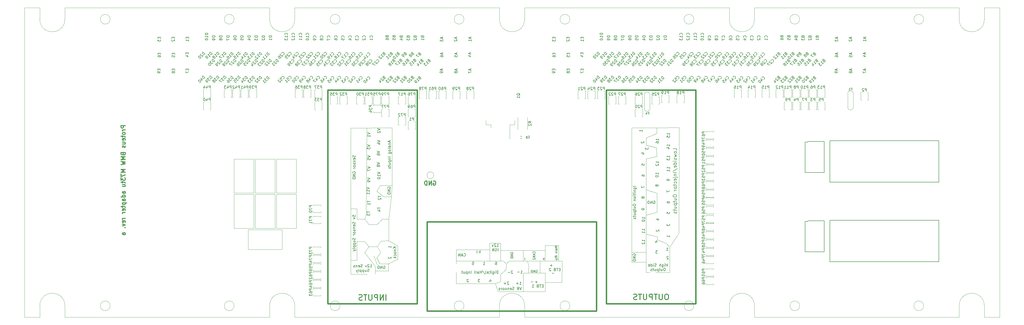
<source format=gbo>
G04 #@! TF.GenerationSoftware,KiCad,Pcbnew,(5.99.0-12439-g94954386e6)*
G04 #@! TF.CreationDate,2021-10-25T23:58:22+03:00*
G04 #@! TF.ProjectId,proteusM73tu,70726f74-6575-4734-9d37-3374752e6b69,a*
G04 #@! TF.SameCoordinates,PX2160ec0PYcfb5d40*
G04 #@! TF.FileFunction,Legend,Bot*
G04 #@! TF.FilePolarity,Positive*
%FSLAX46Y46*%
G04 Gerber Fmt 4.6, Leading zero omitted, Abs format (unit mm)*
G04 Created by KiCad (PCBNEW (5.99.0-12439-g94954386e6)) date 2021-10-25 23:58:22*
%MOMM*%
%LPD*%
G01*
G04 APERTURE LIST*
%ADD10C,0.300000*%
G04 #@! TA.AperFunction,Profile*
%ADD11C,0.050000*%
G04 #@! TD*
%ADD12C,0.150000*%
%ADD13C,0.127000*%
%ADD14C,0.152400*%
%ADD15C,0.139700*%
%ADD16C,0.200000*%
%ADD17C,0.170000*%
%ADD18C,0.120000*%
%ADD19C,0.500000*%
%ADD20C,0.203200*%
G04 APERTURE END LIST*
D10*
X146762142Y48950000D02*
X146905000Y49021429D01*
X147119285Y49021429D01*
X147333571Y48950000D01*
X147476428Y48807143D01*
X147547857Y48664286D01*
X147619285Y48378572D01*
X147619285Y48164286D01*
X147547857Y47878572D01*
X147476428Y47735715D01*
X147333571Y47592858D01*
X147119285Y47521429D01*
X146976428Y47521429D01*
X146762142Y47592858D01*
X146690714Y47664286D01*
X146690714Y48164286D01*
X146976428Y48164286D01*
X146047857Y47521429D02*
X146047857Y49021429D01*
X145190714Y47521429D01*
X145190714Y49021429D01*
X144476428Y47521429D02*
X144476428Y49021429D01*
X144119285Y49021429D01*
X143905000Y48950000D01*
X143762142Y48807143D01*
X143690714Y48664286D01*
X143619285Y48378572D01*
X143619285Y48164286D01*
X143690714Y47878572D01*
X143762142Y47735715D01*
X143905000Y47592858D01*
X144119285Y47521429D01*
X144476428Y47521429D01*
D11*
X170500000Y4100000D02*
X170500000Y0D01*
X5500000Y107200000D02*
X5500000Y111300000D01*
X344500000Y0D02*
X350000000Y0D01*
X88000000Y4100000D02*
X88000000Y0D01*
X278250000Y4100000D02*
G75*
G03*
X278250000Y4100000I-1750000J0D01*
G01*
X5500000Y0D02*
X0Y0D01*
X88000000Y107200000D02*
X88000000Y111300000D01*
X195750000Y4100000D02*
G75*
G03*
X195750000Y4100000I-1750000J0D01*
G01*
X170500000Y111300000D02*
X97000000Y111300000D01*
X335500000Y111300000D02*
X262000000Y111300000D01*
X262000000Y4100000D02*
X262000000Y0D01*
X97000000Y0D02*
X170500000Y0D01*
X335500000Y4100000D02*
G75*
G02*
X344500000Y4100000I4500000J0D01*
G01*
X253000001Y111300000D02*
X179500000Y111300000D01*
X157750000Y107200000D02*
G75*
G03*
X157750000Y107200000I-1750000J0D01*
G01*
X344500000Y111300000D02*
X349999999Y111300000D01*
X30750000Y4100000D02*
G75*
G03*
X30750000Y4100000I-1750000J0D01*
G01*
X179500000Y107200000D02*
X179500000Y111300000D01*
X97000000Y107200000D02*
X97000000Y111300000D01*
X350000000Y0D02*
X350000000Y111300000D01*
X344500000Y107200000D02*
X344500000Y111300000D01*
X5500000Y111300000D02*
X0Y111300000D01*
X335500000Y4100000D02*
X335500000Y0D01*
X253000000Y4100000D02*
G75*
G02*
X262000000Y4100000I4500000J0D01*
G01*
X75250000Y107200000D02*
G75*
G03*
X75250000Y107200000I-1750000J0D01*
G01*
X14500000Y0D02*
X88000000Y0D01*
X5500000Y4100000D02*
X5500000Y0D01*
X113250000Y4100000D02*
G75*
G03*
X113250000Y4100000I-1750000J0D01*
G01*
X253000000Y107200000D02*
G75*
G03*
X262000000Y107200000I4500000J0D01*
G01*
X170500000Y107200000D02*
G75*
G03*
X179500000Y107200000I4500000J0D01*
G01*
X14500000Y4100000D02*
G75*
G03*
X5500000Y4100000I-4500000J0D01*
G01*
X240250000Y107200000D02*
G75*
G03*
X240250000Y107200000I-1750000J0D01*
G01*
X262000000Y0D02*
X335500000Y0D01*
X335500000Y107200000D02*
X335500000Y111300000D01*
X170500000Y107200000D02*
X170500000Y111300000D01*
X97000000Y4100000D02*
X97000000Y0D01*
X88000000Y111300000D02*
X14500000Y111300000D01*
X262000000Y107200000D02*
X262000000Y111300000D01*
X0Y111300000D02*
X0Y0D01*
X322750000Y4100000D02*
G75*
G03*
X322750000Y4100000I-1750000J0D01*
G01*
X344500000Y4100000D02*
X344500000Y0D01*
X179500000Y4100000D02*
X179500000Y0D01*
X97000000Y107200000D02*
G75*
G02*
X88000000Y107200000I-4500000J0D01*
G01*
X30750000Y107200000D02*
G75*
G03*
X30750000Y107200000I-1750000J0D01*
G01*
X113250000Y107200000D02*
G75*
G03*
X113250000Y107200000I-1750000J0D01*
G01*
X253000000Y4100000D02*
X253000000Y0D01*
X322750000Y107200000D02*
G75*
G03*
X322750000Y107200000I-1750000J0D01*
G01*
X335500000Y107200000D02*
G75*
G03*
X344500000Y107200000I4500000J0D01*
G01*
X14500000Y107200000D02*
G75*
G02*
X5500000Y107200000I-4500000J0D01*
G01*
X195750000Y107200000D02*
G75*
G03*
X195750000Y107200000I-1750000J0D01*
G01*
X179500000Y4100000D02*
G75*
G03*
X170500000Y4100000I-4500000J0D01*
G01*
X253000000Y107200000D02*
X253000001Y111300000D01*
X14500000Y107200000D02*
X14500000Y111300000D01*
X75250000Y4100000D02*
G75*
G03*
X75250000Y4100000I-1750000J0D01*
G01*
X278250000Y107200000D02*
G75*
G03*
X278250000Y107200000I-1750000J0D01*
G01*
X179500000Y0D02*
X253000000Y0D01*
X157750000Y4100000D02*
G75*
G03*
X157750000Y4100000I-1750000J0D01*
G01*
X97000000Y4100000D02*
G75*
G03*
X88000000Y4100000I-4500000J0D01*
G01*
X14500000Y4100000D02*
X14500000Y0D01*
X240250000Y4100000D02*
G75*
G03*
X240250000Y4100000I-1750000J0D01*
G01*
D10*
X36178571Y68871429D02*
X34678571Y68871429D01*
X34678571Y68300000D01*
X34750000Y68157143D01*
X34821428Y68085715D01*
X34964285Y68014286D01*
X35178571Y68014286D01*
X35321428Y68085715D01*
X35392857Y68157143D01*
X35464285Y68300000D01*
X35464285Y68871429D01*
X36178571Y67371429D02*
X35178571Y67371429D01*
X35464285Y67371429D02*
X35321428Y67300000D01*
X35250000Y67228572D01*
X35178571Y67085715D01*
X35178571Y66942858D01*
X36178571Y66228572D02*
X36107142Y66371429D01*
X36035714Y66442858D01*
X35892857Y66514286D01*
X35464285Y66514286D01*
X35321428Y66442858D01*
X35250000Y66371429D01*
X35178571Y66228572D01*
X35178571Y66014286D01*
X35250000Y65871429D01*
X35321428Y65800000D01*
X35464285Y65728572D01*
X35892857Y65728572D01*
X36035714Y65800000D01*
X36107142Y65871429D01*
X36178571Y66014286D01*
X36178571Y66228572D01*
X35178571Y65300000D02*
X35178571Y64728572D01*
X34678571Y65085715D02*
X35964285Y65085715D01*
X36107142Y65014286D01*
X36178571Y64871429D01*
X36178571Y64728572D01*
X36107142Y63657143D02*
X36178571Y63800000D01*
X36178571Y64085715D01*
X36107142Y64228572D01*
X35964285Y64300000D01*
X35392857Y64300000D01*
X35250000Y64228572D01*
X35178571Y64085715D01*
X35178571Y63800000D01*
X35250000Y63657143D01*
X35392857Y63585715D01*
X35535714Y63585715D01*
X35678571Y64300000D01*
X35178571Y62300000D02*
X36178571Y62300000D01*
X35178571Y62942858D02*
X35964285Y62942858D01*
X36107142Y62871429D01*
X36178571Y62728572D01*
X36178571Y62514286D01*
X36107142Y62371429D01*
X36035714Y62300000D01*
X36107142Y61657143D02*
X36178571Y61514286D01*
X36178571Y61228572D01*
X36107142Y61085715D01*
X35964285Y61014286D01*
X35892857Y61014286D01*
X35750000Y61085715D01*
X35678571Y61228572D01*
X35678571Y61442858D01*
X35607142Y61585715D01*
X35464285Y61657143D01*
X35392857Y61657143D01*
X35250000Y61585715D01*
X35178571Y61442858D01*
X35178571Y61228572D01*
X35250000Y61085715D01*
X35392857Y58728572D02*
X35464285Y58514286D01*
X35535714Y58442858D01*
X35678571Y58371429D01*
X35892857Y58371429D01*
X36035714Y58442858D01*
X36107142Y58514286D01*
X36178571Y58657143D01*
X36178571Y59228572D01*
X34678571Y59228572D01*
X34678571Y58728572D01*
X34750000Y58585715D01*
X34821428Y58514286D01*
X34964285Y58442858D01*
X35107142Y58442858D01*
X35250000Y58514286D01*
X35321428Y58585715D01*
X35392857Y58728572D01*
X35392857Y59228572D01*
X36178571Y57728572D02*
X34678571Y57728572D01*
X35750000Y57228572D01*
X34678571Y56728572D01*
X36178571Y56728572D01*
X34678571Y56157143D02*
X36178571Y55800000D01*
X35107142Y55514286D01*
X36178571Y55228572D01*
X34678571Y54871429D01*
X36178571Y53157143D02*
X34678571Y53157143D01*
X35750000Y52657143D01*
X34678571Y52157143D01*
X36178571Y52157143D01*
X34678571Y51585715D02*
X34678571Y50585715D01*
X36178571Y51228572D01*
X34678571Y50157143D02*
X34678571Y49228572D01*
X35250000Y49728572D01*
X35250000Y49514286D01*
X35321428Y49371429D01*
X35392857Y49300001D01*
X35535714Y49228572D01*
X35892857Y49228572D01*
X36035714Y49300000D01*
X36107142Y49371429D01*
X36178571Y49514286D01*
X36178571Y49942858D01*
X36107142Y50085715D01*
X36035714Y50157143D01*
X35178571Y48800000D02*
X35178571Y48228572D01*
X34678571Y48585715D02*
X35964285Y48585715D01*
X36107142Y48514286D01*
X36178571Y48371429D01*
X36178571Y48228572D01*
X35178571Y47085715D02*
X36178571Y47085715D01*
X35178571Y47728572D02*
X35964285Y47728572D01*
X36107142Y47657143D01*
X36178571Y47514286D01*
X36178571Y47300000D01*
X36107142Y47157143D01*
X36035714Y47085715D01*
X36178571Y44585715D02*
X35392857Y44585715D01*
X35250000Y44657143D01*
X35178571Y44800000D01*
X35178571Y45085715D01*
X35250000Y45228572D01*
X36107142Y44585715D02*
X36178571Y44728572D01*
X36178571Y45085715D01*
X36107142Y45228572D01*
X35964285Y45300000D01*
X35821428Y45300000D01*
X35678571Y45228572D01*
X35607142Y45085715D01*
X35607142Y44728572D01*
X35535714Y44585715D01*
X36178571Y43228572D02*
X34678571Y43228572D01*
X36107142Y43228572D02*
X36178571Y43371429D01*
X36178571Y43657143D01*
X36107142Y43800000D01*
X36035714Y43871429D01*
X35892857Y43942858D01*
X35464285Y43942858D01*
X35321428Y43871429D01*
X35250000Y43800000D01*
X35178571Y43657143D01*
X35178571Y43371429D01*
X35250000Y43228572D01*
X36178571Y41871429D02*
X35392857Y41871429D01*
X35250000Y41942858D01*
X35178571Y42085715D01*
X35178571Y42371429D01*
X35250000Y42514286D01*
X36107142Y41871429D02*
X36178571Y42014286D01*
X36178571Y42371429D01*
X36107142Y42514286D01*
X35964285Y42585715D01*
X35821428Y42585715D01*
X35678571Y42514286D01*
X35607142Y42371429D01*
X35607142Y42014286D01*
X35535714Y41871429D01*
X35178571Y41157143D02*
X36678571Y41157143D01*
X35250000Y41157143D02*
X35178571Y41014286D01*
X35178571Y40728572D01*
X35250000Y40585715D01*
X35321428Y40514286D01*
X35464285Y40442858D01*
X35892857Y40442858D01*
X36035714Y40514286D01*
X36107142Y40585715D01*
X36178571Y40728572D01*
X36178571Y41014286D01*
X36107142Y41157143D01*
X35178571Y40014286D02*
X35178571Y39442858D01*
X34678571Y39800000D02*
X35964285Y39800000D01*
X36107142Y39728572D01*
X36178571Y39585715D01*
X36178571Y39442858D01*
X36107142Y38371429D02*
X36178571Y38514286D01*
X36178571Y38800000D01*
X36107142Y38942858D01*
X35964285Y39014286D01*
X35392857Y39014286D01*
X35250000Y38942858D01*
X35178571Y38800000D01*
X35178571Y38514286D01*
X35250000Y38371429D01*
X35392857Y38300000D01*
X35535714Y38300000D01*
X35678571Y39014286D01*
X36178571Y37657143D02*
X35178571Y37657143D01*
X35464285Y37657143D02*
X35321428Y37585715D01*
X35250000Y37514286D01*
X35178571Y37371429D01*
X35178571Y37228572D01*
X36178571Y35585715D02*
X35178571Y35585715D01*
X35464285Y35585715D02*
X35321428Y35514286D01*
X35250000Y35442858D01*
X35178571Y35300000D01*
X35178571Y35157143D01*
X36107142Y34085715D02*
X36178571Y34228572D01*
X36178571Y34514286D01*
X36107142Y34657143D01*
X35964285Y34728572D01*
X35392857Y34728572D01*
X35250000Y34657143D01*
X35178571Y34514286D01*
X35178571Y34228572D01*
X35250000Y34085715D01*
X35392857Y34014286D01*
X35535714Y34014286D01*
X35678571Y34728572D01*
X35178571Y33514286D02*
X36178571Y33157143D01*
X35178571Y32800000D01*
X36035714Y32228572D02*
X36107142Y32157143D01*
X36178571Y32228572D01*
X36107142Y32300000D01*
X36035714Y32228572D01*
X36178571Y32228572D01*
X36178571Y29728572D02*
X35392857Y29728572D01*
X35250000Y29800000D01*
X35178571Y29942858D01*
X35178571Y30228572D01*
X35250000Y30371429D01*
X36107142Y29728572D02*
X36178571Y29871429D01*
X36178571Y30228572D01*
X36107142Y30371429D01*
X35964285Y30442858D01*
X35821428Y30442858D01*
X35678571Y30371429D01*
X35607142Y30228572D01*
X35607142Y29871429D01*
X35535714Y29728572D01*
D12*
G04 #@! TO.C,P18*
X236714285Y80297620D02*
X236714285Y81297620D01*
X236333333Y81297620D01*
X236238095Y81250000D01*
X236190476Y81202381D01*
X236142857Y81107143D01*
X236142857Y80964286D01*
X236190476Y80869048D01*
X236238095Y80821429D01*
X236333333Y80773810D01*
X236714285Y80773810D01*
X235190476Y80297620D02*
X235761904Y80297620D01*
X235476190Y80297620D02*
X235476190Y81297620D01*
X235571428Y81154762D01*
X235666666Y81059524D01*
X235761904Y81011905D01*
X234619047Y80869048D02*
X234714285Y80916667D01*
X234761904Y80964286D01*
X234809523Y81059524D01*
X234809523Y81107143D01*
X234761904Y81202381D01*
X234714285Y81250000D01*
X234619047Y81297620D01*
X234428571Y81297620D01*
X234333333Y81250000D01*
X234285714Y81202381D01*
X234238095Y81107143D01*
X234238095Y81059524D01*
X234285714Y80964286D01*
X234333333Y80916667D01*
X234428571Y80869048D01*
X234619047Y80869048D01*
X234714285Y80821429D01*
X234761904Y80773810D01*
X234809523Y80678572D01*
X234809523Y80488096D01*
X234761904Y80392858D01*
X234714285Y80345239D01*
X234619047Y80297620D01*
X234428571Y80297620D01*
X234333333Y80345239D01*
X234285714Y80392858D01*
X234238095Y80488096D01*
X234238095Y80678572D01*
X234285714Y80773810D01*
X234333333Y80821429D01*
X234428571Y80869048D01*
G04 #@! TO.C,P47*
X244202380Y24714286D02*
X243202380Y24714286D01*
X243202380Y24333334D01*
X243250000Y24238096D01*
X243297619Y24190477D01*
X243392857Y24142858D01*
X243535714Y24142858D01*
X243630952Y24190477D01*
X243678571Y24238096D01*
X243726190Y24333334D01*
X243726190Y24714286D01*
X243535714Y23285715D02*
X244202380Y23285715D01*
X243154761Y23523810D02*
X243869047Y23761905D01*
X243869047Y23142858D01*
X243202380Y22857143D02*
X243202380Y22190477D01*
X244202380Y22619048D01*
G04 #@! TO.C,P76*
X140214285Y79797620D02*
X140214285Y80797620D01*
X139833333Y80797620D01*
X139738095Y80750000D01*
X139690476Y80702381D01*
X139642857Y80607143D01*
X139642857Y80464286D01*
X139690476Y80369048D01*
X139738095Y80321429D01*
X139833333Y80273810D01*
X140214285Y80273810D01*
X139309523Y80797620D02*
X138642857Y80797620D01*
X139071428Y79797620D01*
X137833333Y80797620D02*
X138023809Y80797620D01*
X138119047Y80750000D01*
X138166666Y80702381D01*
X138261904Y80559524D01*
X138309523Y80369048D01*
X138309523Y79988096D01*
X138261904Y79892858D01*
X138214285Y79845239D01*
X138119047Y79797620D01*
X137928571Y79797620D01*
X137833333Y79845239D01*
X137785714Y79892858D01*
X137738095Y79988096D01*
X137738095Y80226191D01*
X137785714Y80321429D01*
X137833333Y80369048D01*
X137928571Y80416667D01*
X138119047Y80416667D01*
X138214285Y80369048D01*
X138261904Y80321429D01*
X138309523Y80226191D01*
G04 #@! TO.C,P51*
X244202380Y57714286D02*
X243202380Y57714286D01*
X243202380Y57333334D01*
X243250000Y57238096D01*
X243297619Y57190477D01*
X243392857Y57142858D01*
X243535714Y57142858D01*
X243630952Y57190477D01*
X243678571Y57238096D01*
X243726190Y57333334D01*
X243726190Y57714286D01*
X243202380Y56238096D02*
X243202380Y56714286D01*
X243678571Y56761905D01*
X243630952Y56714286D01*
X243583333Y56619048D01*
X243583333Y56380953D01*
X243630952Y56285715D01*
X243678571Y56238096D01*
X243773809Y56190477D01*
X244011904Y56190477D01*
X244107142Y56238096D01*
X244154761Y56285715D01*
X244202380Y56380953D01*
X244202380Y56619048D01*
X244154761Y56714286D01*
X244107142Y56761905D01*
X244202380Y55238096D02*
X244202380Y55809524D01*
X244202380Y55523810D02*
X243202380Y55523810D01*
X243345238Y55619048D01*
X243440476Y55714286D01*
X243488095Y55809524D01*
G04 #@! TO.C,P67*
X244202380Y66714286D02*
X243202380Y66714286D01*
X243202380Y66333334D01*
X243250000Y66238096D01*
X243297619Y66190477D01*
X243392857Y66142858D01*
X243535714Y66142858D01*
X243630952Y66190477D01*
X243678571Y66238096D01*
X243726190Y66333334D01*
X243726190Y66714286D01*
X243202380Y65285715D02*
X243202380Y65476191D01*
X243250000Y65571429D01*
X243297619Y65619048D01*
X243440476Y65714286D01*
X243630952Y65761905D01*
X244011904Y65761905D01*
X244107142Y65714286D01*
X244154761Y65666667D01*
X244202380Y65571429D01*
X244202380Y65380953D01*
X244154761Y65285715D01*
X244107142Y65238096D01*
X244011904Y65190477D01*
X243773809Y65190477D01*
X243678571Y65238096D01*
X243630952Y65285715D01*
X243583333Y65380953D01*
X243583333Y65571429D01*
X243630952Y65666667D01*
X243678571Y65714286D01*
X243773809Y65761905D01*
X243202380Y64857143D02*
X243202380Y64190477D01*
X244202380Y64619048D01*
G04 #@! TO.C,P79*
X130714285Y79797620D02*
X130714285Y80797620D01*
X130333333Y80797620D01*
X130238095Y80750000D01*
X130190476Y80702381D01*
X130142857Y80607143D01*
X130142857Y80464286D01*
X130190476Y80369048D01*
X130238095Y80321429D01*
X130333333Y80273810D01*
X130714285Y80273810D01*
X129809523Y80797620D02*
X129142857Y80797620D01*
X129571428Y79797620D01*
X128714285Y79797620D02*
X128523809Y79797620D01*
X128428571Y79845239D01*
X128380952Y79892858D01*
X128285714Y80035715D01*
X128238095Y80226191D01*
X128238095Y80607143D01*
X128285714Y80702381D01*
X128333333Y80750000D01*
X128428571Y80797620D01*
X128619047Y80797620D01*
X128714285Y80750000D01*
X128761904Y80702381D01*
X128809523Y80607143D01*
X128809523Y80369048D01*
X128761904Y80273810D01*
X128714285Y80226191D01*
X128619047Y80178572D01*
X128428571Y80178572D01*
X128333333Y80226191D01*
X128285714Y80273810D01*
X128238095Y80369048D01*
G04 #@! TO.C,P8*
X277738095Y82297620D02*
X277738095Y83297620D01*
X277357142Y83297620D01*
X277261904Y83250000D01*
X277214285Y83202381D01*
X277166666Y83107143D01*
X277166666Y82964286D01*
X277214285Y82869048D01*
X277261904Y82821429D01*
X277357142Y82773810D01*
X277738095Y82773810D01*
X276595238Y82869048D02*
X276690476Y82916667D01*
X276738095Y82964286D01*
X276785714Y83059524D01*
X276785714Y83107143D01*
X276738095Y83202381D01*
X276690476Y83250000D01*
X276595238Y83297620D01*
X276404761Y83297620D01*
X276309523Y83250000D01*
X276261904Y83202381D01*
X276214285Y83107143D01*
X276214285Y83059524D01*
X276261904Y82964286D01*
X276309523Y82916667D01*
X276404761Y82869048D01*
X276595238Y82869048D01*
X276690476Y82821429D01*
X276738095Y82773810D01*
X276785714Y82678572D01*
X276785714Y82488096D01*
X276738095Y82392858D01*
X276690476Y82345239D01*
X276595238Y82297620D01*
X276404761Y82297620D01*
X276309523Y82345239D01*
X276261904Y82392858D01*
X276214285Y82488096D01*
X276214285Y82678572D01*
X276261904Y82773810D01*
X276309523Y82821429D01*
X276404761Y82869048D01*
G04 #@! TO.C,P36*
X99714285Y82297620D02*
X99714285Y83297620D01*
X99333333Y83297620D01*
X99238095Y83250000D01*
X99190476Y83202381D01*
X99142857Y83107143D01*
X99142857Y82964286D01*
X99190476Y82869048D01*
X99238095Y82821429D01*
X99333333Y82773810D01*
X99714285Y82773810D01*
X98809523Y83297620D02*
X98190476Y83297620D01*
X98523809Y82916667D01*
X98380952Y82916667D01*
X98285714Y82869048D01*
X98238095Y82821429D01*
X98190476Y82726191D01*
X98190476Y82488096D01*
X98238095Y82392858D01*
X98285714Y82345239D01*
X98380952Y82297620D01*
X98666666Y82297620D01*
X98761904Y82345239D01*
X98809523Y82392858D01*
X97333333Y83297620D02*
X97523809Y83297620D01*
X97619047Y83250000D01*
X97666666Y83202381D01*
X97761904Y83059524D01*
X97809523Y82869048D01*
X97809523Y82488096D01*
X97761904Y82392858D01*
X97714285Y82345239D01*
X97619047Y82297620D01*
X97428571Y82297620D01*
X97333333Y82345239D01*
X97285714Y82392858D01*
X97238095Y82488096D01*
X97238095Y82726191D01*
X97285714Y82821429D01*
X97333333Y82869048D01*
X97428571Y82916667D01*
X97619047Y82916667D01*
X97714285Y82869048D01*
X97761904Y82821429D01*
X97809523Y82726191D01*
G04 #@! TO.C,P19*
X231214285Y80297620D02*
X231214285Y81297620D01*
X230833333Y81297620D01*
X230738095Y81250000D01*
X230690476Y81202381D01*
X230642857Y81107143D01*
X230642857Y80964286D01*
X230690476Y80869048D01*
X230738095Y80821429D01*
X230833333Y80773810D01*
X231214285Y80773810D01*
X229690476Y80297620D02*
X230261904Y80297620D01*
X229976190Y80297620D02*
X229976190Y81297620D01*
X230071428Y81154762D01*
X230166666Y81059524D01*
X230261904Y81011905D01*
X229214285Y80297620D02*
X229023809Y80297620D01*
X228928571Y80345239D01*
X228880952Y80392858D01*
X228785714Y80535715D01*
X228738095Y80726191D01*
X228738095Y81107143D01*
X228785714Y81202381D01*
X228833333Y81250000D01*
X228928571Y81297620D01*
X229119047Y81297620D01*
X229214285Y81250000D01*
X229261904Y81202381D01*
X229309523Y81107143D01*
X229309523Y80869048D01*
X229261904Y80773810D01*
X229214285Y80726191D01*
X229119047Y80678572D01*
X228928571Y80678572D01*
X228833333Y80726191D01*
X228785714Y80773810D01*
X228738095Y80869048D01*
G04 #@! TO.C,P54*
X244202380Y45714286D02*
X243202380Y45714286D01*
X243202380Y45333334D01*
X243250000Y45238096D01*
X243297619Y45190477D01*
X243392857Y45142858D01*
X243535714Y45142858D01*
X243630952Y45190477D01*
X243678571Y45238096D01*
X243726190Y45333334D01*
X243726190Y45714286D01*
X243202380Y44238096D02*
X243202380Y44714286D01*
X243678571Y44761905D01*
X243630952Y44714286D01*
X243583333Y44619048D01*
X243583333Y44380953D01*
X243630952Y44285715D01*
X243678571Y44238096D01*
X243773809Y44190477D01*
X244011904Y44190477D01*
X244107142Y44238096D01*
X244154761Y44285715D01*
X244202380Y44380953D01*
X244202380Y44619048D01*
X244154761Y44714286D01*
X244107142Y44761905D01*
X243535714Y43333334D02*
X244202380Y43333334D01*
X243154761Y43571429D02*
X243869047Y43809524D01*
X243869047Y43190477D01*
G04 #@! TO.C,P7*
X280738095Y77797620D02*
X280738095Y78797620D01*
X280357142Y78797620D01*
X280261904Y78750000D01*
X280214285Y78702381D01*
X280166666Y78607143D01*
X280166666Y78464286D01*
X280214285Y78369048D01*
X280261904Y78321429D01*
X280357142Y78273810D01*
X280738095Y78273810D01*
X279833333Y78797620D02*
X279166666Y78797620D01*
X279595238Y77797620D01*
G04 #@! TO.C,P45*
X244202380Y30714286D02*
X243202380Y30714286D01*
X243202380Y30333334D01*
X243250000Y30238096D01*
X243297619Y30190477D01*
X243392857Y30142858D01*
X243535714Y30142858D01*
X243630952Y30190477D01*
X243678571Y30238096D01*
X243726190Y30333334D01*
X243726190Y30714286D01*
X243535714Y29285715D02*
X244202380Y29285715D01*
X243154761Y29523810D02*
X243869047Y29761905D01*
X243869047Y29142858D01*
X243202380Y28285715D02*
X243202380Y28761905D01*
X243678571Y28809524D01*
X243630952Y28761905D01*
X243583333Y28666667D01*
X243583333Y28428572D01*
X243630952Y28333334D01*
X243678571Y28285715D01*
X243773809Y28238096D01*
X244011904Y28238096D01*
X244107142Y28285715D01*
X244154761Y28333334D01*
X244202380Y28428572D01*
X244202380Y28666667D01*
X244154761Y28761905D01*
X244107142Y28809524D01*
G04 #@! TO.C,P38*
X102714285Y82297620D02*
X102714285Y83297620D01*
X102333333Y83297620D01*
X102238095Y83250000D01*
X102190476Y83202381D01*
X102142857Y83107143D01*
X102142857Y82964286D01*
X102190476Y82869048D01*
X102238095Y82821429D01*
X102333333Y82773810D01*
X102714285Y82773810D01*
X101809523Y83297620D02*
X101190476Y83297620D01*
X101523809Y82916667D01*
X101380952Y82916667D01*
X101285714Y82869048D01*
X101238095Y82821429D01*
X101190476Y82726191D01*
X101190476Y82488096D01*
X101238095Y82392858D01*
X101285714Y82345239D01*
X101380952Y82297620D01*
X101666666Y82297620D01*
X101761904Y82345239D01*
X101809523Y82392858D01*
X100619047Y82869048D02*
X100714285Y82916667D01*
X100761904Y82964286D01*
X100809523Y83059524D01*
X100809523Y83107143D01*
X100761904Y83202381D01*
X100714285Y83250000D01*
X100619047Y83297620D01*
X100428571Y83297620D01*
X100333333Y83250000D01*
X100285714Y83202381D01*
X100238095Y83107143D01*
X100238095Y83059524D01*
X100285714Y82964286D01*
X100333333Y82916667D01*
X100428571Y82869048D01*
X100619047Y82869048D01*
X100714285Y82821429D01*
X100761904Y82773810D01*
X100809523Y82678572D01*
X100809523Y82488096D01*
X100761904Y82392858D01*
X100714285Y82345239D01*
X100619047Y82297620D01*
X100428571Y82297620D01*
X100333333Y82345239D01*
X100285714Y82392858D01*
X100238095Y82488096D01*
X100238095Y82678572D01*
X100285714Y82773810D01*
X100333333Y82821429D01*
X100428571Y82869048D01*
G04 #@! TO.C,P20*
X221714285Y75297620D02*
X221714285Y76297620D01*
X221333333Y76297620D01*
X221238095Y76250000D01*
X221190476Y76202381D01*
X221142857Y76107143D01*
X221142857Y75964286D01*
X221190476Y75869048D01*
X221238095Y75821429D01*
X221333333Y75773810D01*
X221714285Y75773810D01*
X220761904Y76202381D02*
X220714285Y76250000D01*
X220619047Y76297620D01*
X220380952Y76297620D01*
X220285714Y76250000D01*
X220238095Y76202381D01*
X220190476Y76107143D01*
X220190476Y76011905D01*
X220238095Y75869048D01*
X220809523Y75297620D01*
X220190476Y75297620D01*
X219571428Y76297620D02*
X219476190Y76297620D01*
X219380952Y76250000D01*
X219333333Y76202381D01*
X219285714Y76107143D01*
X219238095Y75916667D01*
X219238095Y75678572D01*
X219285714Y75488096D01*
X219333333Y75392858D01*
X219380952Y75345239D01*
X219476190Y75297620D01*
X219571428Y75297620D01*
X219666666Y75345239D01*
X219714285Y75392858D01*
X219761904Y75488096D01*
X219809523Y75678572D01*
X219809523Y75916667D01*
X219761904Y76107143D01*
X219714285Y76202381D01*
X219666666Y76250000D01*
X219571428Y76297620D01*
G04 #@! TO.C,P31*
X124714285Y79797620D02*
X124714285Y80797620D01*
X124333333Y80797620D01*
X124238095Y80750000D01*
X124190476Y80702381D01*
X124142857Y80607143D01*
X124142857Y80464286D01*
X124190476Y80369048D01*
X124238095Y80321429D01*
X124333333Y80273810D01*
X124714285Y80273810D01*
X123809523Y80797620D02*
X123190476Y80797620D01*
X123523809Y80416667D01*
X123380952Y80416667D01*
X123285714Y80369048D01*
X123238095Y80321429D01*
X123190476Y80226191D01*
X123190476Y79988096D01*
X123238095Y79892858D01*
X123285714Y79845239D01*
X123380952Y79797620D01*
X123666666Y79797620D01*
X123761904Y79845239D01*
X123809523Y79892858D01*
X122238095Y79797620D02*
X122809523Y79797620D01*
X122523809Y79797620D02*
X122523809Y80797620D01*
X122619047Y80654762D01*
X122714285Y80559524D01*
X122809523Y80511905D01*
G04 #@! TO.C,P61*
X147714285Y81797620D02*
X147714285Y82797620D01*
X147333333Y82797620D01*
X147238095Y82750000D01*
X147190476Y82702381D01*
X147142857Y82607143D01*
X147142857Y82464286D01*
X147190476Y82369048D01*
X147238095Y82321429D01*
X147333333Y82273810D01*
X147714285Y82273810D01*
X146285714Y82797620D02*
X146476190Y82797620D01*
X146571428Y82750000D01*
X146619047Y82702381D01*
X146714285Y82559524D01*
X146761904Y82369048D01*
X146761904Y81988096D01*
X146714285Y81892858D01*
X146666666Y81845239D01*
X146571428Y81797620D01*
X146380952Y81797620D01*
X146285714Y81845239D01*
X146238095Y81892858D01*
X146190476Y81988096D01*
X146190476Y82226191D01*
X146238095Y82321429D01*
X146285714Y82369048D01*
X146380952Y82416667D01*
X146571428Y82416667D01*
X146666666Y82369048D01*
X146714285Y82321429D01*
X146761904Y82226191D01*
X145238095Y81797620D02*
X145809523Y81797620D01*
X145523809Y81797620D02*
X145523809Y82797620D01*
X145619047Y82654762D01*
X145714285Y82559524D01*
X145809523Y82511905D01*
G04 #@! TO.C,P39*
X83214285Y82297620D02*
X83214285Y83297620D01*
X82833333Y83297620D01*
X82738095Y83250000D01*
X82690476Y83202381D01*
X82642857Y83107143D01*
X82642857Y82964286D01*
X82690476Y82869048D01*
X82738095Y82821429D01*
X82833333Y82773810D01*
X83214285Y82773810D01*
X82309523Y83297620D02*
X81690476Y83297620D01*
X82023809Y82916667D01*
X81880952Y82916667D01*
X81785714Y82869048D01*
X81738095Y82821429D01*
X81690476Y82726191D01*
X81690476Y82488096D01*
X81738095Y82392858D01*
X81785714Y82345239D01*
X81880952Y82297620D01*
X82166666Y82297620D01*
X82261904Y82345239D01*
X82309523Y82392858D01*
X81214285Y82297620D02*
X81023809Y82297620D01*
X80928571Y82345239D01*
X80880952Y82392858D01*
X80785714Y82535715D01*
X80738095Y82726191D01*
X80738095Y83107143D01*
X80785714Y83202381D01*
X80833333Y83250000D01*
X80928571Y83297620D01*
X81119047Y83297620D01*
X81214285Y83250000D01*
X81261904Y83202381D01*
X81309523Y83107143D01*
X81309523Y82869048D01*
X81261904Y82773810D01*
X81214285Y82726191D01*
X81119047Y82678572D01*
X80928571Y82678572D01*
X80833333Y82726191D01*
X80785714Y82773810D01*
X80738095Y82869048D01*
G04 #@! TO.C,P73*
X103202380Y25214286D02*
X102202380Y25214286D01*
X102202380Y24833334D01*
X102250000Y24738096D01*
X102297619Y24690477D01*
X102392857Y24642858D01*
X102535714Y24642858D01*
X102630952Y24690477D01*
X102678571Y24738096D01*
X102726190Y24833334D01*
X102726190Y25214286D01*
X102202380Y24309524D02*
X102202380Y23642858D01*
X103202380Y24071429D01*
X102202380Y23357143D02*
X102202380Y22738096D01*
X102583333Y23071429D01*
X102583333Y22928572D01*
X102630952Y22833334D01*
X102678571Y22785715D01*
X102773809Y22738096D01*
X103011904Y22738096D01*
X103107142Y22785715D01*
X103154761Y22833334D01*
X103202380Y22928572D01*
X103202380Y23214286D01*
X103154761Y23309524D01*
X103107142Y23357143D01*
G04 #@! TO.C,P24*
X204714285Y81797620D02*
X204714285Y82797620D01*
X204333333Y82797620D01*
X204238095Y82750000D01*
X204190476Y82702381D01*
X204142857Y82607143D01*
X204142857Y82464286D01*
X204190476Y82369048D01*
X204238095Y82321429D01*
X204333333Y82273810D01*
X204714285Y82273810D01*
X203761904Y82702381D02*
X203714285Y82750000D01*
X203619047Y82797620D01*
X203380952Y82797620D01*
X203285714Y82750000D01*
X203238095Y82702381D01*
X203190476Y82607143D01*
X203190476Y82511905D01*
X203238095Y82369048D01*
X203809523Y81797620D01*
X203190476Y81797620D01*
X202333333Y82464286D02*
X202333333Y81797620D01*
X202571428Y82845239D02*
X202809523Y82130953D01*
X202190476Y82130953D01*
G04 #@! TO.C,P37*
X106714285Y82297620D02*
X106714285Y83297620D01*
X106333333Y83297620D01*
X106238095Y83250000D01*
X106190476Y83202381D01*
X106142857Y83107143D01*
X106142857Y82964286D01*
X106190476Y82869048D01*
X106238095Y82821429D01*
X106333333Y82773810D01*
X106714285Y82773810D01*
X105809523Y83297620D02*
X105190476Y83297620D01*
X105523809Y82916667D01*
X105380952Y82916667D01*
X105285714Y82869048D01*
X105238095Y82821429D01*
X105190476Y82726191D01*
X105190476Y82488096D01*
X105238095Y82392858D01*
X105285714Y82345239D01*
X105380952Y82297620D01*
X105666666Y82297620D01*
X105761904Y82345239D01*
X105809523Y82392858D01*
X104857142Y83297620D02*
X104190476Y83297620D01*
X104619047Y82297620D01*
G04 #@! TO.C,P62*
X103202380Y16214286D02*
X102202380Y16214286D01*
X102202380Y15833334D01*
X102250000Y15738096D01*
X102297619Y15690477D01*
X102392857Y15642858D01*
X102535714Y15642858D01*
X102630952Y15690477D01*
X102678571Y15738096D01*
X102726190Y15833334D01*
X102726190Y16214286D01*
X102202380Y14785715D02*
X102202380Y14976191D01*
X102250000Y15071429D01*
X102297619Y15119048D01*
X102440476Y15214286D01*
X102630952Y15261905D01*
X103011904Y15261905D01*
X103107142Y15214286D01*
X103154761Y15166667D01*
X103202380Y15071429D01*
X103202380Y14880953D01*
X103154761Y14785715D01*
X103107142Y14738096D01*
X103011904Y14690477D01*
X102773809Y14690477D01*
X102678571Y14738096D01*
X102630952Y14785715D01*
X102583333Y14880953D01*
X102583333Y15071429D01*
X102630952Y15166667D01*
X102678571Y15214286D01*
X102773809Y15261905D01*
X102297619Y14309524D02*
X102250000Y14261905D01*
X102202380Y14166667D01*
X102202380Y13928572D01*
X102250000Y13833334D01*
X102297619Y13785715D01*
X102392857Y13738096D01*
X102488095Y13738096D01*
X102630952Y13785715D01*
X103202380Y14357143D01*
X103202380Y13738096D01*
G04 #@! TO.C,P49*
X244202380Y63714286D02*
X243202380Y63714286D01*
X243202380Y63333334D01*
X243250000Y63238096D01*
X243297619Y63190477D01*
X243392857Y63142858D01*
X243535714Y63142858D01*
X243630952Y63190477D01*
X243678571Y63238096D01*
X243726190Y63333334D01*
X243726190Y63714286D01*
X243535714Y62285715D02*
X244202380Y62285715D01*
X243154761Y62523810D02*
X243869047Y62761905D01*
X243869047Y62142858D01*
X244202380Y61714286D02*
X244202380Y61523810D01*
X244154761Y61428572D01*
X244107142Y61380953D01*
X243964285Y61285715D01*
X243773809Y61238096D01*
X243392857Y61238096D01*
X243297619Y61285715D01*
X243250000Y61333334D01*
X243202380Y61428572D01*
X243202380Y61619048D01*
X243250000Y61714286D01*
X243297619Y61761905D01*
X243392857Y61809524D01*
X243630952Y61809524D01*
X243726190Y61761905D01*
X243773809Y61714286D01*
X243821428Y61619048D01*
X243821428Y61428572D01*
X243773809Y61333334D01*
X243726190Y61285715D01*
X243630952Y61238096D01*
G04 #@! TO.C,P75*
X127714285Y79797620D02*
X127714285Y80797620D01*
X127333333Y80797620D01*
X127238095Y80750000D01*
X127190476Y80702381D01*
X127142857Y80607143D01*
X127142857Y80464286D01*
X127190476Y80369048D01*
X127238095Y80321429D01*
X127333333Y80273810D01*
X127714285Y80273810D01*
X126809523Y80797620D02*
X126142857Y80797620D01*
X126571428Y79797620D01*
X125285714Y80797620D02*
X125761904Y80797620D01*
X125809523Y80321429D01*
X125761904Y80369048D01*
X125666666Y80416667D01*
X125428571Y80416667D01*
X125333333Y80369048D01*
X125285714Y80321429D01*
X125238095Y80226191D01*
X125238095Y79988096D01*
X125285714Y79892858D01*
X125333333Y79845239D01*
X125428571Y79797620D01*
X125666666Y79797620D01*
X125761904Y79845239D01*
X125809523Y79892858D01*
G04 #@! TO.C,P26*
X221714285Y79797620D02*
X221714285Y80797620D01*
X221333333Y80797620D01*
X221238095Y80750000D01*
X221190476Y80702381D01*
X221142857Y80607143D01*
X221142857Y80464286D01*
X221190476Y80369048D01*
X221238095Y80321429D01*
X221333333Y80273810D01*
X221714285Y80273810D01*
X220761904Y80702381D02*
X220714285Y80750000D01*
X220619047Y80797620D01*
X220380952Y80797620D01*
X220285714Y80750000D01*
X220238095Y80702381D01*
X220190476Y80607143D01*
X220190476Y80511905D01*
X220238095Y80369048D01*
X220809523Y79797620D01*
X220190476Y79797620D01*
X219333333Y80797620D02*
X219523809Y80797620D01*
X219619047Y80750000D01*
X219666666Y80702381D01*
X219761904Y80559524D01*
X219809523Y80369048D01*
X219809523Y79988096D01*
X219761904Y79892858D01*
X219714285Y79845239D01*
X219619047Y79797620D01*
X219428571Y79797620D01*
X219333333Y79845239D01*
X219285714Y79892858D01*
X219238095Y79988096D01*
X219238095Y80226191D01*
X219285714Y80321429D01*
X219333333Y80369048D01*
X219428571Y80416667D01*
X219619047Y80416667D01*
X219714285Y80369048D01*
X219761904Y80321429D01*
X219809523Y80226191D01*
G04 #@! TO.C,P68*
X244202380Y48714286D02*
X243202380Y48714286D01*
X243202380Y48333334D01*
X243250000Y48238096D01*
X243297619Y48190477D01*
X243392857Y48142858D01*
X243535714Y48142858D01*
X243630952Y48190477D01*
X243678571Y48238096D01*
X243726190Y48333334D01*
X243726190Y48714286D01*
X243202380Y47285715D02*
X243202380Y47476191D01*
X243250000Y47571429D01*
X243297619Y47619048D01*
X243440476Y47714286D01*
X243630952Y47761905D01*
X244011904Y47761905D01*
X244107142Y47714286D01*
X244154761Y47666667D01*
X244202380Y47571429D01*
X244202380Y47380953D01*
X244154761Y47285715D01*
X244107142Y47238096D01*
X244011904Y47190477D01*
X243773809Y47190477D01*
X243678571Y47238096D01*
X243630952Y47285715D01*
X243583333Y47380953D01*
X243583333Y47571429D01*
X243630952Y47666667D01*
X243678571Y47714286D01*
X243773809Y47761905D01*
X243630952Y46619048D02*
X243583333Y46714286D01*
X243535714Y46761905D01*
X243440476Y46809524D01*
X243392857Y46809524D01*
X243297619Y46761905D01*
X243250000Y46714286D01*
X243202380Y46619048D01*
X243202380Y46428572D01*
X243250000Y46333334D01*
X243297619Y46285715D01*
X243392857Y46238096D01*
X243440476Y46238096D01*
X243535714Y46285715D01*
X243583333Y46333334D01*
X243630952Y46428572D01*
X243630952Y46619048D01*
X243678571Y46714286D01*
X243726190Y46761905D01*
X243821428Y46809524D01*
X244011904Y46809524D01*
X244107142Y46761905D01*
X244154761Y46714286D01*
X244202380Y46619048D01*
X244202380Y46428572D01*
X244154761Y46333334D01*
X244107142Y46285715D01*
X244011904Y46238096D01*
X243821428Y46238096D01*
X243726190Y46285715D01*
X243678571Y46333334D01*
X243630952Y46428572D01*
G04 #@! TO.C,P30*
X121714285Y79797620D02*
X121714285Y80797620D01*
X121333333Y80797620D01*
X121238095Y80750000D01*
X121190476Y80702381D01*
X121142857Y80607143D01*
X121142857Y80464286D01*
X121190476Y80369048D01*
X121238095Y80321429D01*
X121333333Y80273810D01*
X121714285Y80273810D01*
X120809523Y80797620D02*
X120190476Y80797620D01*
X120523809Y80416667D01*
X120380952Y80416667D01*
X120285714Y80369048D01*
X120238095Y80321429D01*
X120190476Y80226191D01*
X120190476Y79988096D01*
X120238095Y79892858D01*
X120285714Y79845239D01*
X120380952Y79797620D01*
X120666666Y79797620D01*
X120761904Y79845239D01*
X120809523Y79892858D01*
X119571428Y80797620D02*
X119476190Y80797620D01*
X119380952Y80750000D01*
X119333333Y80702381D01*
X119285714Y80607143D01*
X119238095Y80416667D01*
X119238095Y80178572D01*
X119285714Y79988096D01*
X119333333Y79892858D01*
X119380952Y79845239D01*
X119476190Y79797620D01*
X119571428Y79797620D01*
X119666666Y79845239D01*
X119714285Y79892858D01*
X119761904Y79988096D01*
X119809523Y80178572D01*
X119809523Y80416667D01*
X119761904Y80607143D01*
X119714285Y80702381D01*
X119666666Y80750000D01*
X119571428Y80797620D01*
G04 #@! TO.C,P55*
X244202380Y42914286D02*
X243202380Y42914286D01*
X243202380Y42533334D01*
X243250000Y42438096D01*
X243297619Y42390477D01*
X243392857Y42342858D01*
X243535714Y42342858D01*
X243630952Y42390477D01*
X243678571Y42438096D01*
X243726190Y42533334D01*
X243726190Y42914286D01*
X243202380Y41438096D02*
X243202380Y41914286D01*
X243678571Y41961905D01*
X243630952Y41914286D01*
X243583333Y41819048D01*
X243583333Y41580953D01*
X243630952Y41485715D01*
X243678571Y41438096D01*
X243773809Y41390477D01*
X244011904Y41390477D01*
X244107142Y41438096D01*
X244154761Y41485715D01*
X244202380Y41580953D01*
X244202380Y41819048D01*
X244154761Y41914286D01*
X244107142Y41961905D01*
X243202380Y40485715D02*
X243202380Y40961905D01*
X243678571Y41009524D01*
X243630952Y40961905D01*
X243583333Y40866667D01*
X243583333Y40628572D01*
X243630952Y40533334D01*
X243678571Y40485715D01*
X243773809Y40438096D01*
X244011904Y40438096D01*
X244107142Y40485715D01*
X244154761Y40533334D01*
X244202380Y40628572D01*
X244202380Y40866667D01*
X244154761Y40961905D01*
X244107142Y41009524D01*
G04 #@! TO.C,P5*
X286738095Y77797620D02*
X286738095Y78797620D01*
X286357142Y78797620D01*
X286261904Y78750000D01*
X286214285Y78702381D01*
X286166666Y78607143D01*
X286166666Y78464286D01*
X286214285Y78369048D01*
X286261904Y78321429D01*
X286357142Y78273810D01*
X286738095Y78273810D01*
X285261904Y78797620D02*
X285738095Y78797620D01*
X285785714Y78321429D01*
X285738095Y78369048D01*
X285642857Y78416667D01*
X285404761Y78416667D01*
X285309523Y78369048D01*
X285261904Y78321429D01*
X285214285Y78226191D01*
X285214285Y77988096D01*
X285261904Y77892858D01*
X285309523Y77845239D01*
X285404761Y77797620D01*
X285642857Y77797620D01*
X285738095Y77845239D01*
X285785714Y77892858D01*
G04 #@! TO.C,P1*
X139738095Y70797620D02*
X139738095Y71797620D01*
X139357142Y71797620D01*
X139261904Y71750000D01*
X139214285Y71702381D01*
X139166666Y71607143D01*
X139166666Y71464286D01*
X139214285Y71369048D01*
X139261904Y71321429D01*
X139357142Y71273810D01*
X139738095Y71273810D01*
X138214285Y70797620D02*
X138785714Y70797620D01*
X138500000Y70797620D02*
X138500000Y71797620D01*
X138595238Y71654762D01*
X138690476Y71559524D01*
X138785714Y71511905D01*
G04 #@! TO.C,P27*
X215714285Y79797620D02*
X215714285Y80797620D01*
X215333333Y80797620D01*
X215238095Y80750000D01*
X215190476Y80702381D01*
X215142857Y80607143D01*
X215142857Y80464286D01*
X215190476Y80369048D01*
X215238095Y80321429D01*
X215333333Y80273810D01*
X215714285Y80273810D01*
X214761904Y80702381D02*
X214714285Y80750000D01*
X214619047Y80797620D01*
X214380952Y80797620D01*
X214285714Y80750000D01*
X214238095Y80702381D01*
X214190476Y80607143D01*
X214190476Y80511905D01*
X214238095Y80369048D01*
X214809523Y79797620D01*
X214190476Y79797620D01*
X213857142Y80797620D02*
X213190476Y80797620D01*
X213619047Y79797620D01*
G04 #@! TO.C,P29*
X156214285Y81797620D02*
X156214285Y82797620D01*
X155833333Y82797620D01*
X155738095Y82750000D01*
X155690476Y82702381D01*
X155642857Y82607143D01*
X155642857Y82464286D01*
X155690476Y82369048D01*
X155738095Y82321429D01*
X155833333Y82273810D01*
X156214285Y82273810D01*
X155261904Y82702381D02*
X155214285Y82750000D01*
X155119047Y82797620D01*
X154880952Y82797620D01*
X154785714Y82750000D01*
X154738095Y82702381D01*
X154690476Y82607143D01*
X154690476Y82511905D01*
X154738095Y82369048D01*
X155309523Y81797620D01*
X154690476Y81797620D01*
X154214285Y81797620D02*
X154023809Y81797620D01*
X153928571Y81845239D01*
X153880952Y81892858D01*
X153785714Y82035715D01*
X153738095Y82226191D01*
X153738095Y82607143D01*
X153785714Y82702381D01*
X153833333Y82750000D01*
X153928571Y82797620D01*
X154119047Y82797620D01*
X154214285Y82750000D01*
X154261904Y82702381D01*
X154309523Y82607143D01*
X154309523Y82369048D01*
X154261904Y82273810D01*
X154214285Y82226191D01*
X154119047Y82178572D01*
X153928571Y82178572D01*
X153833333Y82226191D01*
X153785714Y82273810D01*
X153738095Y82369048D01*
G04 #@! TO.C,P50*
X244202380Y60714286D02*
X243202380Y60714286D01*
X243202380Y60333334D01*
X243250000Y60238096D01*
X243297619Y60190477D01*
X243392857Y60142858D01*
X243535714Y60142858D01*
X243630952Y60190477D01*
X243678571Y60238096D01*
X243726190Y60333334D01*
X243726190Y60714286D01*
X243202380Y59238096D02*
X243202380Y59714286D01*
X243678571Y59761905D01*
X243630952Y59714286D01*
X243583333Y59619048D01*
X243583333Y59380953D01*
X243630952Y59285715D01*
X243678571Y59238096D01*
X243773809Y59190477D01*
X244011904Y59190477D01*
X244107142Y59238096D01*
X244154761Y59285715D01*
X244202380Y59380953D01*
X244202380Y59619048D01*
X244154761Y59714286D01*
X244107142Y59761905D01*
X243202380Y58571429D02*
X243202380Y58476191D01*
X243250000Y58380953D01*
X243297619Y58333334D01*
X243392857Y58285715D01*
X243583333Y58238096D01*
X243821428Y58238096D01*
X244011904Y58285715D01*
X244107142Y58333334D01*
X244154761Y58380953D01*
X244202380Y58476191D01*
X244202380Y58571429D01*
X244154761Y58666667D01*
X244107142Y58714286D01*
X244011904Y58761905D01*
X243821428Y58809524D01*
X243583333Y58809524D01*
X243392857Y58761905D01*
X243297619Y58714286D01*
X243250000Y58666667D01*
X243202380Y58571429D01*
G04 #@! TO.C,P66*
X244202380Y14314286D02*
X243202380Y14314286D01*
X243202380Y13933334D01*
X243250000Y13838096D01*
X243297619Y13790477D01*
X243392857Y13742858D01*
X243535714Y13742858D01*
X243630952Y13790477D01*
X243678571Y13838096D01*
X243726190Y13933334D01*
X243726190Y14314286D01*
X243202380Y12885715D02*
X243202380Y13076191D01*
X243250000Y13171429D01*
X243297619Y13219048D01*
X243440476Y13314286D01*
X243630952Y13361905D01*
X244011904Y13361905D01*
X244107142Y13314286D01*
X244154761Y13266667D01*
X244202380Y13171429D01*
X244202380Y12980953D01*
X244154761Y12885715D01*
X244107142Y12838096D01*
X244011904Y12790477D01*
X243773809Y12790477D01*
X243678571Y12838096D01*
X243630952Y12885715D01*
X243583333Y12980953D01*
X243583333Y13171429D01*
X243630952Y13266667D01*
X243678571Y13314286D01*
X243773809Y13361905D01*
X243202380Y11933334D02*
X243202380Y12123810D01*
X243250000Y12219048D01*
X243297619Y12266667D01*
X243440476Y12361905D01*
X243630952Y12409524D01*
X244011904Y12409524D01*
X244107142Y12361905D01*
X244154761Y12314286D01*
X244202380Y12219048D01*
X244202380Y12028572D01*
X244154761Y11933334D01*
X244107142Y11885715D01*
X244011904Y11838096D01*
X243773809Y11838096D01*
X243678571Y11885715D01*
X243630952Y11933334D01*
X243583333Y12028572D01*
X243583333Y12219048D01*
X243630952Y12314286D01*
X243678571Y12361905D01*
X243773809Y12409524D01*
G04 #@! TO.C,P15*
X267214285Y82297620D02*
X267214285Y83297620D01*
X266833333Y83297620D01*
X266738095Y83250000D01*
X266690476Y83202381D01*
X266642857Y83107143D01*
X266642857Y82964286D01*
X266690476Y82869048D01*
X266738095Y82821429D01*
X266833333Y82773810D01*
X267214285Y82773810D01*
X265690476Y82297620D02*
X266261904Y82297620D01*
X265976190Y82297620D02*
X265976190Y83297620D01*
X266071428Y83154762D01*
X266166666Y83059524D01*
X266261904Y83011905D01*
X264785714Y83297620D02*
X265261904Y83297620D01*
X265309523Y82821429D01*
X265261904Y82869048D01*
X265166666Y82916667D01*
X264928571Y82916667D01*
X264833333Y82869048D01*
X264785714Y82821429D01*
X264738095Y82726191D01*
X264738095Y82488096D01*
X264785714Y82392858D01*
X264833333Y82345239D01*
X264928571Y82297620D01*
X265166666Y82297620D01*
X265261904Y82345239D01*
X265309523Y82392858D01*
G04 #@! TO.C,P48*
X244202380Y33714286D02*
X243202380Y33714286D01*
X243202380Y33333334D01*
X243250000Y33238096D01*
X243297619Y33190477D01*
X243392857Y33142858D01*
X243535714Y33142858D01*
X243630952Y33190477D01*
X243678571Y33238096D01*
X243726190Y33333334D01*
X243726190Y33714286D01*
X243535714Y32285715D02*
X244202380Y32285715D01*
X243154761Y32523810D02*
X243869047Y32761905D01*
X243869047Y32142858D01*
X243630952Y31619048D02*
X243583333Y31714286D01*
X243535714Y31761905D01*
X243440476Y31809524D01*
X243392857Y31809524D01*
X243297619Y31761905D01*
X243250000Y31714286D01*
X243202380Y31619048D01*
X243202380Y31428572D01*
X243250000Y31333334D01*
X243297619Y31285715D01*
X243392857Y31238096D01*
X243440476Y31238096D01*
X243535714Y31285715D01*
X243583333Y31333334D01*
X243630952Y31428572D01*
X243630952Y31619048D01*
X243678571Y31714286D01*
X243726190Y31761905D01*
X243821428Y31809524D01*
X244011904Y31809524D01*
X244107142Y31761905D01*
X244154761Y31714286D01*
X244202380Y31619048D01*
X244202380Y31428572D01*
X244154761Y31333334D01*
X244107142Y31285715D01*
X244011904Y31238096D01*
X243821428Y31238096D01*
X243726190Y31285715D01*
X243678571Y31333334D01*
X243630952Y31428572D01*
G04 #@! TO.C,J8*
X91174442Y92130680D02*
X90467335Y92837787D01*
X90298977Y92669428D01*
X90231633Y92534741D01*
X90231633Y92400054D01*
X90265305Y92299039D01*
X90366320Y92130680D01*
X90467335Y92029665D01*
X90635694Y91928649D01*
X90736709Y91894978D01*
X90871396Y91894978D01*
X91006083Y91962321D01*
X91174442Y92130680D01*
X89861244Y92097008D02*
X89793900Y92097008D01*
X89692885Y92063336D01*
X89524526Y91894978D01*
X89490855Y91793962D01*
X89490855Y91726619D01*
X89524526Y91625604D01*
X89591870Y91558260D01*
X89726557Y91490917D01*
X90534679Y91490917D01*
X90096946Y91053184D01*
X89423511Y90379749D02*
X89827572Y90783810D01*
X89625542Y90581779D02*
X88918435Y91288886D01*
X89086794Y91255214D01*
X89221481Y91255214D01*
X89322496Y91288886D01*
X111703038Y91793962D02*
X111770381Y91793962D01*
X111905068Y91861306D01*
X111972412Y91928649D01*
X112039755Y92063336D01*
X112039755Y92198023D01*
X112006083Y92299039D01*
X111905068Y92467397D01*
X111804053Y92568413D01*
X111635694Y92669428D01*
X111534679Y92703100D01*
X111399992Y92703100D01*
X111265305Y92635756D01*
X111197961Y92568413D01*
X111130618Y92433726D01*
X111130618Y92366382D01*
X110827572Y92198023D02*
X110389839Y91760291D01*
X110894916Y91726619D01*
X110793900Y91625604D01*
X110760229Y91524588D01*
X110760229Y91457245D01*
X110793900Y91356230D01*
X110962259Y91187871D01*
X111063274Y91154199D01*
X111130618Y91154199D01*
X111231633Y91187871D01*
X111433664Y91389901D01*
X111467335Y91490917D01*
X111467335Y91558260D01*
X110154137Y91524588D02*
X109716404Y91086856D01*
X110221481Y91053184D01*
X110120465Y90952169D01*
X110086794Y90851153D01*
X110086794Y90783810D01*
X110120465Y90682795D01*
X110288824Y90514436D01*
X110389839Y90480764D01*
X110457183Y90480764D01*
X110558198Y90514436D01*
X110760229Y90716466D01*
X110793900Y90817482D01*
X110793900Y90884825D01*
X105611175Y85802100D02*
X105678518Y85802100D01*
X105813205Y85869443D01*
X105880549Y85936787D01*
X105947892Y86071474D01*
X105947892Y86206161D01*
X105914221Y86307176D01*
X105813205Y86475535D01*
X105712190Y86576550D01*
X105543831Y86677565D01*
X105442816Y86711237D01*
X105308129Y86711237D01*
X105173442Y86643893D01*
X105106099Y86576550D01*
X105038755Y86441863D01*
X105038755Y86374519D01*
X104601022Y85600069D02*
X105072427Y85128665D01*
X104500007Y86037802D02*
X105173442Y85701084D01*
X104735709Y85263352D01*
X104062274Y85532726D02*
X103590870Y85061321D01*
X104601022Y84657260D01*
X137468351Y92365367D02*
X137401007Y92230680D01*
X137401007Y92163336D01*
X137434679Y92062321D01*
X137535694Y91961306D01*
X137636709Y91927634D01*
X137704053Y91927634D01*
X137805068Y91961306D01*
X138074442Y92230680D01*
X137367335Y92937787D01*
X137131633Y92702084D01*
X137097961Y92601069D01*
X137097961Y92533726D01*
X137131633Y92432710D01*
X137198977Y92365367D01*
X137299992Y92331695D01*
X137367335Y92331695D01*
X137468351Y92365367D01*
X137704053Y92601069D01*
X136996946Y91153184D02*
X137401007Y91557245D01*
X137198977Y91355214D02*
X136491870Y92062321D01*
X136660229Y92028649D01*
X136794916Y92028649D01*
X136895931Y92062321D01*
X135683748Y91254199D02*
X135818435Y91388886D01*
X135919450Y91422558D01*
X135986794Y91422558D01*
X136155152Y91388886D01*
X136323511Y91287871D01*
X136592885Y91018497D01*
X136626557Y90917482D01*
X136626557Y90850138D01*
X136592885Y90749123D01*
X136458198Y90614436D01*
X136357183Y90580764D01*
X136289839Y90580764D01*
X136188824Y90614436D01*
X136020465Y90782795D01*
X135986794Y90883810D01*
X135986794Y90951153D01*
X136020465Y91052169D01*
X136155152Y91186856D01*
X136256168Y91220527D01*
X136323511Y91220527D01*
X136424526Y91186856D01*
X108111175Y85802100D02*
X108178518Y85802100D01*
X108313205Y85869443D01*
X108380549Y85936787D01*
X108447892Y86071474D01*
X108447892Y86206161D01*
X108414221Y86307176D01*
X108313205Y86475535D01*
X108212190Y86576550D01*
X108043831Y86677565D01*
X107942816Y86711237D01*
X107808129Y86711237D01*
X107673442Y86643893D01*
X107606099Y86576550D01*
X107538755Y86441863D01*
X107538755Y86374519D01*
X107101022Y85600069D02*
X107572427Y85128665D01*
X107000007Y86037802D02*
X107673442Y85701084D01*
X107235709Y85263352D01*
X106191885Y85162336D02*
X106326572Y85297023D01*
X106427587Y85330695D01*
X106494931Y85330695D01*
X106663290Y85297023D01*
X106831648Y85196008D01*
X107101022Y84926634D01*
X107134694Y84825619D01*
X107134694Y84758275D01*
X107101022Y84657260D01*
X106966335Y84522573D01*
X106865320Y84488901D01*
X106797977Y84488901D01*
X106696961Y84522573D01*
X106528603Y84690932D01*
X106494931Y84791947D01*
X106494931Y84859291D01*
X106528603Y84960306D01*
X106663290Y85094993D01*
X106764305Y85128665D01*
X106831648Y85128665D01*
X106932664Y85094993D01*
X74982579Y94638817D02*
X74275473Y95345924D01*
X74107114Y95177565D01*
X74039770Y95042878D01*
X74039770Y94908191D01*
X74073442Y94807176D01*
X74174457Y94638817D01*
X74275473Y94537802D01*
X74443831Y94436787D01*
X74544847Y94403115D01*
X74679534Y94403115D01*
X74814221Y94470458D01*
X74982579Y94638817D01*
X73905083Y93561321D02*
X74309144Y93965382D01*
X74107114Y93763352D02*
X73400007Y94470458D01*
X73568366Y94436787D01*
X73703053Y94436787D01*
X73804068Y94470458D01*
X72591885Y93662336D02*
X72726572Y93797023D01*
X72827587Y93830695D01*
X72894931Y93830695D01*
X73063290Y93797023D01*
X73231648Y93696008D01*
X73501022Y93426634D01*
X73534694Y93325619D01*
X73534694Y93258275D01*
X73501022Y93157260D01*
X73366335Y93022573D01*
X73265320Y92988901D01*
X73197977Y92988901D01*
X73096961Y93022573D01*
X72928603Y93190932D01*
X72894931Y93291947D01*
X72894931Y93359291D01*
X72928603Y93460306D01*
X73063290Y93594993D01*
X73164305Y93628665D01*
X73231648Y93628665D01*
X73332664Y93594993D01*
X154966666Y100712548D02*
X154966666Y100236358D01*
X155252380Y100807786D02*
X154252380Y100474453D01*
X155252380Y100141120D01*
X154347619Y99855405D02*
X154300000Y99807786D01*
X154252380Y99712548D01*
X154252380Y99474453D01*
X154300000Y99379215D01*
X154347619Y99331596D01*
X154442857Y99283977D01*
X154538095Y99283977D01*
X154680952Y99331596D01*
X155252380Y99903024D01*
X155252380Y99283977D01*
X155066666Y89312548D02*
X155066666Y88836358D01*
X155352380Y89407786D02*
X154352380Y89074453D01*
X155352380Y88741120D01*
X154780952Y88264929D02*
X154733333Y88360167D01*
X154685714Y88407786D01*
X154590476Y88455405D01*
X154542857Y88455405D01*
X154447619Y88407786D01*
X154400000Y88360167D01*
X154352380Y88264929D01*
X154352380Y88074453D01*
X154400000Y87979215D01*
X154447619Y87931596D01*
X154542857Y87883977D01*
X154590476Y87883977D01*
X154685714Y87931596D01*
X154733333Y87979215D01*
X154780952Y88074453D01*
X154780952Y88264929D01*
X154828571Y88360167D01*
X154876190Y88407786D01*
X154971428Y88455405D01*
X155161904Y88455405D01*
X155257142Y88407786D01*
X155304761Y88360167D01*
X155352380Y88264929D01*
X155352380Y88074453D01*
X155304761Y87979215D01*
X155257142Y87931596D01*
X155161904Y87883977D01*
X154971428Y87883977D01*
X154876190Y87931596D01*
X154828571Y87979215D01*
X154780952Y88074453D01*
X124403038Y91793962D02*
X124470381Y91793962D01*
X124605068Y91861306D01*
X124672412Y91928649D01*
X124739755Y92063336D01*
X124739755Y92198023D01*
X124706083Y92299039D01*
X124605068Y92467397D01*
X124504053Y92568413D01*
X124335694Y92669428D01*
X124234679Y92703100D01*
X124099992Y92703100D01*
X123965305Y92635756D01*
X123897961Y92568413D01*
X123830618Y92433726D01*
X123830618Y92366382D01*
X123561244Y92097008D02*
X123493900Y92097008D01*
X123392885Y92063336D01*
X123224526Y91894978D01*
X123190855Y91793962D01*
X123190855Y91726619D01*
X123224526Y91625604D01*
X123291870Y91558260D01*
X123426557Y91490917D01*
X124234679Y91490917D01*
X123796946Y91053184D01*
X122988824Y91053184D02*
X123022496Y91154199D01*
X123022496Y91221543D01*
X122988824Y91322558D01*
X122955152Y91356230D01*
X122854137Y91389901D01*
X122786794Y91389901D01*
X122685778Y91356230D01*
X122551091Y91221543D01*
X122517420Y91120527D01*
X122517420Y91053184D01*
X122551091Y90952169D01*
X122584763Y90918497D01*
X122685778Y90884825D01*
X122753122Y90884825D01*
X122854137Y90918497D01*
X122988824Y91053184D01*
X123089839Y91086856D01*
X123157183Y91086856D01*
X123258198Y91053184D01*
X123392885Y90918497D01*
X123426557Y90817482D01*
X123426557Y90750138D01*
X123392885Y90649123D01*
X123258198Y90514436D01*
X123157183Y90480764D01*
X123089839Y90480764D01*
X122988824Y90514436D01*
X122854137Y90649123D01*
X122820465Y90750138D01*
X122820465Y90817482D01*
X122854137Y90918497D01*
X100511175Y85802100D02*
X100578518Y85802100D01*
X100713205Y85869443D01*
X100780549Y85936787D01*
X100847892Y86071474D01*
X100847892Y86206161D01*
X100814221Y86307176D01*
X100713205Y86475535D01*
X100612190Y86576550D01*
X100443831Y86677565D01*
X100342816Y86711237D01*
X100208129Y86711237D01*
X100073442Y86643893D01*
X100006099Y86576550D01*
X99938755Y86441863D01*
X99938755Y86374519D01*
X99501022Y85600069D02*
X99972427Y85128665D01*
X99400007Y86037802D02*
X100073442Y85701084D01*
X99635709Y85263352D01*
X99568366Y84724604D02*
X99433679Y84589917D01*
X99332664Y84556245D01*
X99265320Y84556245D01*
X99096961Y84589917D01*
X98928603Y84690932D01*
X98659229Y84960306D01*
X98625557Y85061321D01*
X98625557Y85128665D01*
X98659229Y85229680D01*
X98793916Y85364367D01*
X98894931Y85398039D01*
X98962274Y85398039D01*
X99063290Y85364367D01*
X99231648Y85196008D01*
X99265320Y85094993D01*
X99265320Y85027649D01*
X99231648Y84926634D01*
X99096961Y84791947D01*
X98995946Y84758275D01*
X98928603Y84758275D01*
X98827587Y84791947D01*
X98011175Y94402100D02*
X98078518Y94402100D01*
X98213205Y94469443D01*
X98280549Y94536787D01*
X98347892Y94671474D01*
X98347892Y94806161D01*
X98314221Y94907176D01*
X98213205Y95075535D01*
X98112190Y95176550D01*
X97943831Y95277565D01*
X97842816Y95311237D01*
X97708129Y95311237D01*
X97573442Y95243893D01*
X97506099Y95176550D01*
X97438755Y95041863D01*
X97438755Y94974519D01*
X97169381Y94705145D02*
X97102038Y94705145D01*
X97001022Y94671474D01*
X96832664Y94503115D01*
X96798992Y94402100D01*
X96798992Y94334756D01*
X96832664Y94233741D01*
X96900007Y94166397D01*
X97034694Y94099054D01*
X97842816Y94099054D01*
X97405083Y93661321D01*
X96327587Y93526634D02*
X96798992Y93055230D01*
X96226572Y93964367D02*
X96900007Y93627649D01*
X96462274Y93189917D01*
X92911175Y85802100D02*
X92978518Y85802100D01*
X93113205Y85869443D01*
X93180549Y85936787D01*
X93247892Y86071474D01*
X93247892Y86206161D01*
X93214221Y86307176D01*
X93113205Y86475535D01*
X93012190Y86576550D01*
X92843831Y86677565D01*
X92742816Y86711237D01*
X92608129Y86711237D01*
X92473442Y86643893D01*
X92406099Y86576550D01*
X92338755Y86441863D01*
X92338755Y86374519D01*
X91631648Y85802100D02*
X91968366Y86138817D01*
X92338755Y85835771D01*
X92271412Y85835771D01*
X92170396Y85802100D01*
X92002038Y85633741D01*
X91968366Y85532726D01*
X91968366Y85465382D01*
X92002038Y85364367D01*
X92170396Y85196008D01*
X92271412Y85162336D01*
X92338755Y85162336D01*
X92439770Y85196008D01*
X92608129Y85364367D01*
X92641801Y85465382D01*
X92641801Y85532726D01*
X91395946Y85431710D02*
X91328603Y85431710D01*
X91227587Y85398039D01*
X91059229Y85229680D01*
X91025557Y85128665D01*
X91025557Y85061321D01*
X91059229Y84960306D01*
X91126572Y84892962D01*
X91261259Y84825619D01*
X92069381Y84825619D01*
X91631648Y84387886D01*
X80082579Y86038817D02*
X79375473Y86745924D01*
X79207114Y86577565D01*
X79139770Y86442878D01*
X79139770Y86308191D01*
X79173442Y86207176D01*
X79274457Y86038817D01*
X79375473Y85937802D01*
X79543831Y85836787D01*
X79644847Y85803115D01*
X79779534Y85803115D01*
X79914221Y85870458D01*
X80082579Y86038817D01*
X78735709Y86106161D02*
X78297977Y85668428D01*
X78803053Y85634756D01*
X78702038Y85533741D01*
X78668366Y85432726D01*
X78668366Y85365382D01*
X78702038Y85264367D01*
X78870396Y85096008D01*
X78971412Y85062336D01*
X79038755Y85062336D01*
X79139770Y85096008D01*
X79341801Y85298039D01*
X79375473Y85399054D01*
X79375473Y85466397D01*
X77927587Y84826634D02*
X78398992Y84355230D01*
X77826572Y85264367D02*
X78500007Y84927649D01*
X78062274Y84489917D01*
X53428571Y89312548D02*
X53428571Y88979215D01*
X53952380Y88836358D02*
X53952380Y89312548D01*
X52952380Y89312548D01*
X52952380Y88836358D01*
X53380952Y88264929D02*
X53333333Y88360167D01*
X53285714Y88407786D01*
X53190476Y88455405D01*
X53142857Y88455405D01*
X53047619Y88407786D01*
X53000000Y88360167D01*
X52952380Y88264929D01*
X52952380Y88074453D01*
X53000000Y87979215D01*
X53047619Y87931596D01*
X53142857Y87883977D01*
X53190476Y87883977D01*
X53285714Y87931596D01*
X53333333Y87979215D01*
X53380952Y88074453D01*
X53380952Y88264929D01*
X53428571Y88360167D01*
X53476190Y88407786D01*
X53571428Y88455405D01*
X53761904Y88455405D01*
X53857142Y88407786D01*
X53904761Y88360167D01*
X53952380Y88264929D01*
X53952380Y88074453D01*
X53904761Y87979215D01*
X53857142Y87931596D01*
X53761904Y87883977D01*
X53571428Y87883977D01*
X53476190Y87931596D01*
X53428571Y87979215D01*
X53380952Y88074453D01*
X119403038Y91693962D02*
X119470381Y91693962D01*
X119605068Y91761306D01*
X119672412Y91828649D01*
X119739755Y91963336D01*
X119739755Y92098023D01*
X119706083Y92199039D01*
X119605068Y92367397D01*
X119504053Y92468413D01*
X119335694Y92569428D01*
X119234679Y92603100D01*
X119099992Y92603100D01*
X118965305Y92535756D01*
X118897961Y92468413D01*
X118830618Y92333726D01*
X118830618Y92266382D01*
X118527572Y92098023D02*
X118089839Y91660291D01*
X118594916Y91626619D01*
X118493900Y91525604D01*
X118460229Y91424588D01*
X118460229Y91357245D01*
X118493900Y91256230D01*
X118662259Y91087871D01*
X118763274Y91054199D01*
X118830618Y91054199D01*
X118931633Y91087871D01*
X119133664Y91289901D01*
X119167335Y91390917D01*
X119167335Y91458260D01*
X117652107Y91222558D02*
X117584763Y91155214D01*
X117551091Y91054199D01*
X117551091Y90986856D01*
X117584763Y90885840D01*
X117685778Y90717482D01*
X117854137Y90549123D01*
X118022496Y90448108D01*
X118123511Y90414436D01*
X118190855Y90414436D01*
X118291870Y90448108D01*
X118359213Y90515451D01*
X118392885Y90616466D01*
X118392885Y90683810D01*
X118359213Y90784825D01*
X118258198Y90953184D01*
X118089839Y91121543D01*
X117921481Y91222558D01*
X117820465Y91256230D01*
X117753122Y91256230D01*
X117652107Y91222558D01*
X114303038Y91693962D02*
X114370381Y91693962D01*
X114505068Y91761306D01*
X114572412Y91828649D01*
X114639755Y91963336D01*
X114639755Y92098023D01*
X114606083Y92199039D01*
X114505068Y92367397D01*
X114404053Y92468413D01*
X114235694Y92569428D01*
X114134679Y92603100D01*
X113999992Y92603100D01*
X113865305Y92535756D01*
X113797961Y92468413D01*
X113730618Y92333726D01*
X113730618Y92266382D01*
X113427572Y92098023D02*
X112989839Y91660291D01*
X113494916Y91626619D01*
X113393900Y91525604D01*
X113360229Y91424588D01*
X113360229Y91357245D01*
X113393900Y91256230D01*
X113562259Y91087871D01*
X113663274Y91054199D01*
X113730618Y91054199D01*
X113831633Y91087871D01*
X114033664Y91289901D01*
X114067335Y91390917D01*
X114067335Y91458260D01*
X112787809Y91323573D02*
X112720465Y91323573D01*
X112619450Y91289901D01*
X112451091Y91121543D01*
X112417420Y91020527D01*
X112417420Y90953184D01*
X112451091Y90852169D01*
X112518435Y90784825D01*
X112653122Y90717482D01*
X113461244Y90717482D01*
X113023511Y90279749D01*
X142828571Y100874453D02*
X142876190Y100731596D01*
X142923809Y100683977D01*
X143019047Y100636358D01*
X143161904Y100636358D01*
X143257142Y100683977D01*
X143304761Y100731596D01*
X143352380Y100826834D01*
X143352380Y101207786D01*
X142352380Y101207786D01*
X142352380Y100874453D01*
X142400000Y100779215D01*
X142447619Y100731596D01*
X142542857Y100683977D01*
X142638095Y100683977D01*
X142733333Y100731596D01*
X142780952Y100779215D01*
X142828571Y100874453D01*
X142828571Y101207786D01*
X143352380Y99683977D02*
X143352380Y100255405D01*
X143352380Y99969691D02*
X142352380Y99969691D01*
X142495238Y100064929D01*
X142590476Y100160167D01*
X142638095Y100255405D01*
X149966666Y100712548D02*
X149966666Y100236358D01*
X150252380Y100807786D02*
X149252380Y100474453D01*
X150252380Y100141120D01*
X149252380Y99903024D02*
X149252380Y99283977D01*
X149633333Y99617310D01*
X149633333Y99474453D01*
X149680952Y99379215D01*
X149728571Y99331596D01*
X149823809Y99283977D01*
X150061904Y99283977D01*
X150157142Y99331596D01*
X150204761Y99379215D01*
X150252380Y99474453D01*
X150252380Y99760167D01*
X150204761Y99855405D01*
X150157142Y99903024D01*
X73474442Y92030680D02*
X72767335Y92737787D01*
X72598977Y92569428D01*
X72531633Y92434741D01*
X72531633Y92300054D01*
X72565305Y92199039D01*
X72666320Y92030680D01*
X72767335Y91929665D01*
X72935694Y91828649D01*
X73036709Y91794978D01*
X73171396Y91794978D01*
X73306083Y91862321D01*
X73474442Y92030680D01*
X72161244Y91997008D02*
X72093900Y91997008D01*
X71992885Y91963336D01*
X71824526Y91794978D01*
X71790855Y91693962D01*
X71790855Y91626619D01*
X71824526Y91525604D01*
X71891870Y91458260D01*
X72026557Y91390917D01*
X72834679Y91390917D01*
X72396946Y90953184D01*
X71588824Y90953184D02*
X71622496Y91054199D01*
X71622496Y91121543D01*
X71588824Y91222558D01*
X71555152Y91256230D01*
X71454137Y91289901D01*
X71386794Y91289901D01*
X71285778Y91256230D01*
X71151091Y91121543D01*
X71117420Y91020527D01*
X71117420Y90953184D01*
X71151091Y90852169D01*
X71184763Y90818497D01*
X71285778Y90784825D01*
X71353122Y90784825D01*
X71454137Y90818497D01*
X71588824Y90953184D01*
X71689839Y90986856D01*
X71757183Y90986856D01*
X71858198Y90953184D01*
X71992885Y90818497D01*
X72026557Y90717482D01*
X72026557Y90650138D01*
X71992885Y90549123D01*
X71858198Y90414436D01*
X71757183Y90380764D01*
X71689839Y90380764D01*
X71588824Y90414436D01*
X71454137Y90549123D01*
X71420465Y90650138D01*
X71420465Y90717482D01*
X71454137Y90818497D01*
X92911175Y94402100D02*
X92978518Y94402100D01*
X93113205Y94469443D01*
X93180549Y94536787D01*
X93247892Y94671474D01*
X93247892Y94806161D01*
X93214221Y94907176D01*
X93113205Y95075535D01*
X93012190Y95176550D01*
X92843831Y95277565D01*
X92742816Y95311237D01*
X92608129Y95311237D01*
X92473442Y95243893D01*
X92406099Y95176550D01*
X92338755Y95041863D01*
X92338755Y94974519D01*
X92069381Y94705145D02*
X92002038Y94705145D01*
X91901022Y94671474D01*
X91732664Y94503115D01*
X91698992Y94402100D01*
X91698992Y94334756D01*
X91732664Y94233741D01*
X91800007Y94166397D01*
X91934694Y94099054D01*
X92742816Y94099054D01*
X92305083Y93661321D01*
X90991885Y93762336D02*
X91126572Y93897023D01*
X91227587Y93930695D01*
X91294931Y93930695D01*
X91463290Y93897023D01*
X91631648Y93796008D01*
X91901022Y93526634D01*
X91934694Y93425619D01*
X91934694Y93358275D01*
X91901022Y93257260D01*
X91766335Y93122573D01*
X91665320Y93088901D01*
X91597977Y93088901D01*
X91496961Y93122573D01*
X91328603Y93290932D01*
X91294931Y93391947D01*
X91294931Y93459291D01*
X91328603Y93560306D01*
X91463290Y93694993D01*
X91564305Y93728665D01*
X91631648Y93728665D01*
X91732664Y93694993D01*
X85182579Y86038817D02*
X84475473Y86745924D01*
X84307114Y86577565D01*
X84239770Y86442878D01*
X84239770Y86308191D01*
X84273442Y86207176D01*
X84374457Y86038817D01*
X84475473Y85937802D01*
X84643831Y85836787D01*
X84744847Y85803115D01*
X84879534Y85803115D01*
X85014221Y85870458D01*
X85182579Y86038817D01*
X83835709Y86106161D02*
X83397977Y85668428D01*
X83903053Y85634756D01*
X83802038Y85533741D01*
X83768366Y85432726D01*
X83768366Y85365382D01*
X83802038Y85264367D01*
X83970396Y85096008D01*
X84071412Y85062336D01*
X84138755Y85062336D01*
X84239770Y85096008D01*
X84441801Y85298039D01*
X84475473Y85399054D01*
X84475473Y85466397D01*
X83195946Y85331710D02*
X83128603Y85331710D01*
X83027587Y85298039D01*
X82859229Y85129680D01*
X82825557Y85028665D01*
X82825557Y84961321D01*
X82859229Y84860306D01*
X82926572Y84792962D01*
X83061259Y84725619D01*
X83869381Y84725619D01*
X83431648Y84287886D01*
X73552380Y101207786D02*
X72552380Y101207786D01*
X72552380Y100969691D01*
X72600000Y100826834D01*
X72695238Y100731596D01*
X72790476Y100683977D01*
X72980952Y100636358D01*
X73123809Y100636358D01*
X73314285Y100683977D01*
X73409523Y100731596D01*
X73504761Y100826834D01*
X73552380Y100969691D01*
X73552380Y101207786D01*
X72552380Y100303024D02*
X72552380Y99636358D01*
X73552380Y100064929D01*
X88674442Y92130680D02*
X87967335Y92837787D01*
X87798977Y92669428D01*
X87731633Y92534741D01*
X87731633Y92400054D01*
X87765305Y92299039D01*
X87866320Y92130680D01*
X87967335Y92029665D01*
X88135694Y91928649D01*
X88236709Y91894978D01*
X88371396Y91894978D01*
X88506083Y91962321D01*
X88674442Y92130680D01*
X87361244Y92097008D02*
X87293900Y92097008D01*
X87192885Y92063336D01*
X87024526Y91894978D01*
X86990855Y91793962D01*
X86990855Y91726619D01*
X87024526Y91625604D01*
X87091870Y91558260D01*
X87226557Y91490917D01*
X88034679Y91490917D01*
X87596946Y91053184D01*
X86687809Y91423573D02*
X86620465Y91423573D01*
X86519450Y91389901D01*
X86351091Y91221543D01*
X86317420Y91120527D01*
X86317420Y91053184D01*
X86351091Y90952169D01*
X86418435Y90884825D01*
X86553122Y90817482D01*
X87361244Y90817482D01*
X86923511Y90379749D01*
X68274442Y92130680D02*
X67567335Y92837787D01*
X67398977Y92669428D01*
X67331633Y92534741D01*
X67331633Y92400054D01*
X67365305Y92299039D01*
X67466320Y92130680D01*
X67567335Y92029665D01*
X67735694Y91928649D01*
X67836709Y91894978D01*
X67971396Y91894978D01*
X68106083Y91962321D01*
X68274442Y92130680D01*
X66927572Y92198023D02*
X66489839Y91760291D01*
X66994916Y91726619D01*
X66893900Y91625604D01*
X66860229Y91524588D01*
X66860229Y91457245D01*
X66893900Y91356230D01*
X67062259Y91187871D01*
X67163274Y91154199D01*
X67230618Y91154199D01*
X67331633Y91187871D01*
X67533664Y91389901D01*
X67567335Y91490917D01*
X67567335Y91558260D01*
X66052107Y91322558D02*
X65984763Y91255214D01*
X65951091Y91154199D01*
X65951091Y91086856D01*
X65984763Y90985840D01*
X66085778Y90817482D01*
X66254137Y90649123D01*
X66422496Y90548108D01*
X66523511Y90514436D01*
X66590855Y90514436D01*
X66691870Y90548108D01*
X66759213Y90615451D01*
X66792885Y90716466D01*
X66792885Y90783810D01*
X66759213Y90884825D01*
X66658198Y91053184D01*
X66489839Y91221543D01*
X66321481Y91322558D01*
X66220465Y91356230D01*
X66153122Y91356230D01*
X66052107Y91322558D01*
X77482579Y86138817D02*
X76775473Y86845924D01*
X76607114Y86677565D01*
X76539770Y86542878D01*
X76539770Y86408191D01*
X76573442Y86307176D01*
X76674457Y86138817D01*
X76775473Y86037802D01*
X76943831Y85936787D01*
X77044847Y85903115D01*
X77179534Y85903115D01*
X77314221Y85970458D01*
X77482579Y86138817D01*
X76135709Y86206161D02*
X75697977Y85768428D01*
X76203053Y85734756D01*
X76102038Y85633741D01*
X76068366Y85532726D01*
X76068366Y85465382D01*
X76102038Y85364367D01*
X76270396Y85196008D01*
X76371412Y85162336D01*
X76438755Y85162336D01*
X76539770Y85196008D01*
X76741801Y85398039D01*
X76775473Y85499054D01*
X76775473Y85566397D01*
X75058213Y85128665D02*
X75394931Y85465382D01*
X75765320Y85162336D01*
X75697977Y85162336D01*
X75596961Y85128665D01*
X75428603Y84960306D01*
X75394931Y84859291D01*
X75394931Y84791947D01*
X75428603Y84690932D01*
X75596961Y84522573D01*
X75697977Y84488901D01*
X75765320Y84488901D01*
X75866335Y84522573D01*
X76034694Y84690932D01*
X76068366Y84791947D01*
X76068366Y84859291D01*
X120911175Y85702100D02*
X120978518Y85702100D01*
X121113205Y85769443D01*
X121180549Y85836787D01*
X121247892Y85971474D01*
X121247892Y86106161D01*
X121214221Y86207176D01*
X121113205Y86375535D01*
X121012190Y86476550D01*
X120843831Y86577565D01*
X120742816Y86611237D01*
X120608129Y86611237D01*
X120473442Y86543893D01*
X120406099Y86476550D01*
X120338755Y86341863D01*
X120338755Y86274519D01*
X119901022Y85500069D02*
X120372427Y85028665D01*
X119800007Y85937802D02*
X120473442Y85601084D01*
X120035709Y85163352D01*
X119631648Y84287886D02*
X120035709Y84691947D01*
X119833679Y84489917D02*
X119126572Y85197023D01*
X119294931Y85163352D01*
X119429618Y85163352D01*
X119530633Y85197023D01*
X104557142Y100636358D02*
X104604761Y100683977D01*
X104652380Y100826834D01*
X104652380Y100922072D01*
X104604761Y101064929D01*
X104509523Y101160167D01*
X104414285Y101207786D01*
X104223809Y101255405D01*
X104080952Y101255405D01*
X103890476Y101207786D01*
X103795238Y101160167D01*
X103700000Y101064929D01*
X103652380Y100922072D01*
X103652380Y100826834D01*
X103700000Y100683977D01*
X103747619Y100636358D01*
X104652380Y100160167D02*
X104652380Y99969691D01*
X104604761Y99874453D01*
X104557142Y99826834D01*
X104414285Y99731596D01*
X104223809Y99683977D01*
X103842857Y99683977D01*
X103747619Y99731596D01*
X103700000Y99779215D01*
X103652380Y99874453D01*
X103652380Y100064929D01*
X103700000Y100160167D01*
X103747619Y100207786D01*
X103842857Y100255405D01*
X104080952Y100255405D01*
X104176190Y100207786D01*
X104223809Y100160167D01*
X104271428Y100064929D01*
X104271428Y99874453D01*
X104223809Y99779215D01*
X104176190Y99731596D01*
X104080952Y99683977D01*
X126903038Y91793962D02*
X126970381Y91793962D01*
X127105068Y91861306D01*
X127172412Y91928649D01*
X127239755Y92063336D01*
X127239755Y92198023D01*
X127206083Y92299039D01*
X127105068Y92467397D01*
X127004053Y92568413D01*
X126835694Y92669428D01*
X126734679Y92703100D01*
X126599992Y92703100D01*
X126465305Y92635756D01*
X126397961Y92568413D01*
X126330618Y92433726D01*
X126330618Y92366382D01*
X126061244Y92097008D02*
X125993900Y92097008D01*
X125892885Y92063336D01*
X125724526Y91894978D01*
X125690855Y91793962D01*
X125690855Y91726619D01*
X125724526Y91625604D01*
X125791870Y91558260D01*
X125926557Y91490917D01*
X126734679Y91490917D01*
X126296946Y91053184D01*
X125354137Y91524588D02*
X124882733Y91053184D01*
X125892885Y90649123D01*
X67382579Y86138817D02*
X66675473Y86845924D01*
X66507114Y86677565D01*
X66439770Y86542878D01*
X66439770Y86408191D01*
X66473442Y86307176D01*
X66574457Y86138817D01*
X66675473Y86037802D01*
X66843831Y85936787D01*
X66944847Y85903115D01*
X67079534Y85903115D01*
X67214221Y85970458D01*
X67382579Y86138817D01*
X66035709Y86206161D02*
X65597977Y85768428D01*
X66103053Y85734756D01*
X66002038Y85633741D01*
X65968366Y85532726D01*
X65968366Y85465382D01*
X66002038Y85364367D01*
X66170396Y85196008D01*
X66271412Y85162336D01*
X66338755Y85162336D01*
X66439770Y85196008D01*
X66641801Y85398039D01*
X66675473Y85499054D01*
X66675473Y85566397D01*
X65968366Y84724604D02*
X65833679Y84589917D01*
X65732664Y84556245D01*
X65665320Y84556245D01*
X65496961Y84589917D01*
X65328603Y84690932D01*
X65059229Y84960306D01*
X65025557Y85061321D01*
X65025557Y85128665D01*
X65059229Y85229680D01*
X65193916Y85364367D01*
X65294931Y85398039D01*
X65362274Y85398039D01*
X65463290Y85364367D01*
X65631648Y85196008D01*
X65665320Y85094993D01*
X65665320Y85027649D01*
X65631648Y84926634D01*
X65496961Y84791947D01*
X65395946Y84758275D01*
X65328603Y84758275D01*
X65227587Y84791947D01*
X139968351Y92365367D02*
X139901007Y92230680D01*
X139901007Y92163336D01*
X139934679Y92062321D01*
X140035694Y91961306D01*
X140136709Y91927634D01*
X140204053Y91927634D01*
X140305068Y91961306D01*
X140574442Y92230680D01*
X139867335Y92937787D01*
X139631633Y92702084D01*
X139597961Y92601069D01*
X139597961Y92533726D01*
X139631633Y92432710D01*
X139698977Y92365367D01*
X139799992Y92331695D01*
X139867335Y92331695D01*
X139968351Y92365367D01*
X140204053Y92601069D01*
X139496946Y91153184D02*
X139901007Y91557245D01*
X139698977Y91355214D02*
X138991870Y92062321D01*
X139160229Y92028649D01*
X139294916Y92028649D01*
X139395931Y92062321D01*
X138150076Y91220527D02*
X138486794Y91557245D01*
X138857183Y91254199D01*
X138789839Y91254199D01*
X138688824Y91220527D01*
X138520465Y91052169D01*
X138486794Y90951153D01*
X138486794Y90883810D01*
X138520465Y90782795D01*
X138688824Y90614436D01*
X138789839Y90580764D01*
X138857183Y90580764D01*
X138958198Y90614436D01*
X139126557Y90782795D01*
X139160229Y90883810D01*
X139160229Y90951153D01*
X95411175Y85802100D02*
X95478518Y85802100D01*
X95613205Y85869443D01*
X95680549Y85936787D01*
X95747892Y86071474D01*
X95747892Y86206161D01*
X95714221Y86307176D01*
X95613205Y86475535D01*
X95512190Y86576550D01*
X95343831Y86677565D01*
X95242816Y86711237D01*
X95108129Y86711237D01*
X94973442Y86643893D01*
X94906099Y86576550D01*
X94838755Y86441863D01*
X94838755Y86374519D01*
X94131648Y85802100D02*
X94468366Y86138817D01*
X94838755Y85835771D01*
X94771412Y85835771D01*
X94670396Y85802100D01*
X94502038Y85633741D01*
X94468366Y85532726D01*
X94468366Y85465382D01*
X94502038Y85364367D01*
X94670396Y85196008D01*
X94771412Y85162336D01*
X94838755Y85162336D01*
X94939770Y85196008D01*
X95108129Y85364367D01*
X95141801Y85465382D01*
X95141801Y85532726D01*
X94131648Y84387886D02*
X94535709Y84791947D01*
X94333679Y84589917D02*
X93626572Y85297023D01*
X93794931Y85263352D01*
X93929618Y85263352D01*
X94030633Y85297023D01*
X160066666Y89312548D02*
X160066666Y88836358D01*
X160352380Y89407786D02*
X159352380Y89074453D01*
X160352380Y88741120D01*
X159352380Y88503024D02*
X159352380Y87836358D01*
X160352380Y88264929D01*
X112157142Y100636358D02*
X112204761Y100683977D01*
X112252380Y100826834D01*
X112252380Y100922072D01*
X112204761Y101064929D01*
X112109523Y101160167D01*
X112014285Y101207786D01*
X111823809Y101255405D01*
X111680952Y101255405D01*
X111490476Y101207786D01*
X111395238Y101160167D01*
X111300000Y101064929D01*
X111252380Y100922072D01*
X111252380Y100826834D01*
X111300000Y100683977D01*
X111347619Y100636358D01*
X111252380Y99779215D02*
X111252380Y99969691D01*
X111300000Y100064929D01*
X111347619Y100112548D01*
X111490476Y100207786D01*
X111680952Y100255405D01*
X112061904Y100255405D01*
X112157142Y100207786D01*
X112204761Y100160167D01*
X112252380Y100064929D01*
X112252380Y99874453D01*
X112204761Y99779215D01*
X112157142Y99731596D01*
X112061904Y99683977D01*
X111823809Y99683977D01*
X111728571Y99731596D01*
X111680952Y99779215D01*
X111633333Y99874453D01*
X111633333Y100064929D01*
X111680952Y100160167D01*
X111728571Y100207786D01*
X111823809Y100255405D01*
X70974442Y92030680D02*
X70267335Y92737787D01*
X70098977Y92569428D01*
X70031633Y92434741D01*
X70031633Y92300054D01*
X70065305Y92199039D01*
X70166320Y92030680D01*
X70267335Y91929665D01*
X70435694Y91828649D01*
X70536709Y91794978D01*
X70671396Y91794978D01*
X70806083Y91862321D01*
X70974442Y92030680D01*
X69661244Y91997008D02*
X69593900Y91997008D01*
X69492885Y91963336D01*
X69324526Y91794978D01*
X69290855Y91693962D01*
X69290855Y91626619D01*
X69324526Y91525604D01*
X69391870Y91458260D01*
X69526557Y91390917D01*
X70334679Y91390917D01*
X69896946Y90953184D01*
X69560229Y90616466D02*
X69425542Y90481779D01*
X69324526Y90448108D01*
X69257183Y90448108D01*
X69088824Y90481779D01*
X68920465Y90582795D01*
X68651091Y90852169D01*
X68617420Y90953184D01*
X68617420Y91020527D01*
X68651091Y91121543D01*
X68785778Y91256230D01*
X68886794Y91289901D01*
X68954137Y91289901D01*
X69055152Y91256230D01*
X69223511Y91087871D01*
X69257183Y90986856D01*
X69257183Y90919512D01*
X69223511Y90818497D01*
X69088824Y90683810D01*
X68987809Y90650138D01*
X68920465Y90650138D01*
X68819450Y90683810D01*
X77482579Y94738817D02*
X76775473Y95445924D01*
X76607114Y95277565D01*
X76539770Y95142878D01*
X76539770Y95008191D01*
X76573442Y94907176D01*
X76674457Y94738817D01*
X76775473Y94637802D01*
X76943831Y94536787D01*
X77044847Y94503115D01*
X77179534Y94503115D01*
X77314221Y94570458D01*
X77482579Y94738817D01*
X76405083Y93661321D02*
X76809144Y94065382D01*
X76607114Y93863352D02*
X75900007Y94570458D01*
X76068366Y94536787D01*
X76203053Y94536787D01*
X76304068Y94570458D01*
X75058213Y93728665D02*
X75394931Y94065382D01*
X75765320Y93762336D01*
X75697977Y93762336D01*
X75596961Y93728665D01*
X75428603Y93560306D01*
X75394931Y93459291D01*
X75394931Y93391947D01*
X75428603Y93290932D01*
X75596961Y93122573D01*
X75697977Y93088901D01*
X75765320Y93088901D01*
X75866335Y93122573D01*
X76034694Y93290932D01*
X76068366Y93391947D01*
X76068366Y93459291D01*
X117257142Y100636358D02*
X117304761Y100683977D01*
X117352380Y100826834D01*
X117352380Y100922072D01*
X117304761Y101064929D01*
X117209523Y101160167D01*
X117114285Y101207786D01*
X116923809Y101255405D01*
X116780952Y101255405D01*
X116590476Y101207786D01*
X116495238Y101160167D01*
X116400000Y101064929D01*
X116352380Y100922072D01*
X116352380Y100826834D01*
X116400000Y100683977D01*
X116447619Y100636358D01*
X116685714Y99779215D02*
X117352380Y99779215D01*
X116304761Y100017310D02*
X117019047Y100255405D01*
X117019047Y99636358D01*
X134968351Y92365367D02*
X134901007Y92230680D01*
X134901007Y92163336D01*
X134934679Y92062321D01*
X135035694Y91961306D01*
X135136709Y91927634D01*
X135204053Y91927634D01*
X135305068Y91961306D01*
X135574442Y92230680D01*
X134867335Y92937787D01*
X134631633Y92702084D01*
X134597961Y92601069D01*
X134597961Y92533726D01*
X134631633Y92432710D01*
X134698977Y92365367D01*
X134799992Y92331695D01*
X134867335Y92331695D01*
X134968351Y92365367D01*
X135204053Y92601069D01*
X134496946Y91153184D02*
X134901007Y91557245D01*
X134698977Y91355214D02*
X133991870Y92062321D01*
X134160229Y92028649D01*
X134294916Y92028649D01*
X134395931Y92062321D01*
X133554137Y91624588D02*
X133082733Y91153184D01*
X134092885Y90749123D01*
X110711175Y94302100D02*
X110778518Y94302100D01*
X110913205Y94369443D01*
X110980549Y94436787D01*
X111047892Y94571474D01*
X111047892Y94706161D01*
X111014221Y94807176D01*
X110913205Y94975535D01*
X110812190Y95076550D01*
X110643831Y95177565D01*
X110542816Y95211237D01*
X110408129Y95211237D01*
X110273442Y95143893D01*
X110206099Y95076550D01*
X110138755Y94941863D01*
X110138755Y94874519D01*
X110105083Y93561321D02*
X110509144Y93965382D01*
X110307114Y93763352D02*
X109600007Y94470458D01*
X109768366Y94436787D01*
X109903053Y94436787D01*
X110004068Y94470458D01*
X109768366Y93224604D02*
X109633679Y93089917D01*
X109532664Y93056245D01*
X109465320Y93056245D01*
X109296961Y93089917D01*
X109128603Y93190932D01*
X108859229Y93460306D01*
X108825557Y93561321D01*
X108825557Y93628665D01*
X108859229Y93729680D01*
X108993916Y93864367D01*
X109094931Y93898039D01*
X109162274Y93898039D01*
X109263290Y93864367D01*
X109431648Y93696008D01*
X109465320Y93594993D01*
X109465320Y93527649D01*
X109431648Y93426634D01*
X109296961Y93291947D01*
X109195946Y93258275D01*
X109128603Y93258275D01*
X109027587Y93291947D01*
X96857142Y101588739D02*
X96904761Y101636358D01*
X96952380Y101779215D01*
X96952380Y101874453D01*
X96904761Y102017310D01*
X96809523Y102112548D01*
X96714285Y102160167D01*
X96523809Y102207786D01*
X96380952Y102207786D01*
X96190476Y102160167D01*
X96095238Y102112548D01*
X96000000Y102017310D01*
X95952380Y101874453D01*
X95952380Y101779215D01*
X96000000Y101636358D01*
X96047619Y101588739D01*
X96952380Y100636358D02*
X96952380Y101207786D01*
X96952380Y100922072D02*
X95952380Y100922072D01*
X96095238Y101017310D01*
X96190476Y101112548D01*
X96238095Y101207786D01*
X96047619Y100255405D02*
X96000000Y100207786D01*
X95952380Y100112548D01*
X95952380Y99874453D01*
X96000000Y99779215D01*
X96047619Y99731596D01*
X96142857Y99683977D01*
X96238095Y99683977D01*
X96380952Y99731596D01*
X96952380Y100303024D01*
X96952380Y99683977D01*
X109557142Y100636358D02*
X109604761Y100683977D01*
X109652380Y100826834D01*
X109652380Y100922072D01*
X109604761Y101064929D01*
X109509523Y101160167D01*
X109414285Y101207786D01*
X109223809Y101255405D01*
X109080952Y101255405D01*
X108890476Y101207786D01*
X108795238Y101160167D01*
X108700000Y101064929D01*
X108652380Y100922072D01*
X108652380Y100826834D01*
X108700000Y100683977D01*
X108747619Y100636358D01*
X108652380Y100303024D02*
X108652380Y99636358D01*
X109652380Y100064929D01*
X131576488Y86173504D02*
X131509144Y86038817D01*
X131509144Y85971474D01*
X131542816Y85870458D01*
X131643831Y85769443D01*
X131744847Y85735771D01*
X131812190Y85735771D01*
X131913205Y85769443D01*
X132182579Y86038817D01*
X131475473Y86745924D01*
X131239770Y86510222D01*
X131206099Y86409206D01*
X131206099Y86341863D01*
X131239770Y86240848D01*
X131307114Y86173504D01*
X131408129Y86139832D01*
X131475473Y86139832D01*
X131576488Y86173504D01*
X131812190Y86409206D01*
X130869381Y86005145D02*
X130802038Y86005145D01*
X130701022Y85971474D01*
X130532664Y85803115D01*
X130498992Y85702100D01*
X130498992Y85634756D01*
X130532664Y85533741D01*
X130600007Y85466397D01*
X130734694Y85399054D01*
X131542816Y85399054D01*
X131105083Y84961321D01*
X130162274Y85432726D02*
X129724542Y84994993D01*
X130229618Y84961321D01*
X130128603Y84860306D01*
X130094931Y84759291D01*
X130094931Y84691947D01*
X130128603Y84590932D01*
X130296961Y84422573D01*
X130397977Y84388901D01*
X130465320Y84388901D01*
X130566335Y84422573D01*
X130768366Y84624604D01*
X130802038Y84725619D01*
X130802038Y84792962D01*
X48328571Y95012548D02*
X48328571Y94679215D01*
X48852380Y94536358D02*
X48852380Y95012548D01*
X47852380Y95012548D01*
X47852380Y94536358D01*
X47852380Y93679215D02*
X47852380Y93869691D01*
X47900000Y93964929D01*
X47947619Y94012548D01*
X48090476Y94107786D01*
X48280952Y94155405D01*
X48661904Y94155405D01*
X48757142Y94107786D01*
X48804761Y94060167D01*
X48852380Y93964929D01*
X48852380Y93774453D01*
X48804761Y93679215D01*
X48757142Y93631596D01*
X48661904Y93583977D01*
X48423809Y93583977D01*
X48328571Y93631596D01*
X48280952Y93679215D01*
X48233333Y93774453D01*
X48233333Y93964929D01*
X48280952Y94060167D01*
X48328571Y94107786D01*
X48423809Y94155405D01*
X82582579Y86038817D02*
X81875473Y86745924D01*
X81707114Y86577565D01*
X81639770Y86442878D01*
X81639770Y86308191D01*
X81673442Y86207176D01*
X81774457Y86038817D01*
X81875473Y85937802D01*
X82043831Y85836787D01*
X82144847Y85803115D01*
X82279534Y85803115D01*
X82414221Y85870458D01*
X82582579Y86038817D01*
X81235709Y86106161D02*
X80797977Y85668428D01*
X81303053Y85634756D01*
X81202038Y85533741D01*
X81168366Y85432726D01*
X81168366Y85365382D01*
X81202038Y85264367D01*
X81370396Y85096008D01*
X81471412Y85062336D01*
X81538755Y85062336D01*
X81639770Y85096008D01*
X81841801Y85298039D01*
X81875473Y85399054D01*
X81875473Y85466397D01*
X80562274Y85432726D02*
X80124542Y84994993D01*
X80629618Y84961321D01*
X80528603Y84860306D01*
X80494931Y84759291D01*
X80494931Y84691947D01*
X80528603Y84590932D01*
X80696961Y84422573D01*
X80797977Y84388901D01*
X80865320Y84388901D01*
X80966335Y84422573D01*
X81168366Y84624604D01*
X81202038Y84725619D01*
X81202038Y84792962D01*
X145168351Y92265367D02*
X145101007Y92130680D01*
X145101007Y92063336D01*
X145134679Y91962321D01*
X145235694Y91861306D01*
X145336709Y91827634D01*
X145404053Y91827634D01*
X145505068Y91861306D01*
X145774442Y92130680D01*
X145067335Y92837787D01*
X144831633Y92602084D01*
X144797961Y92501069D01*
X144797961Y92433726D01*
X144831633Y92332710D01*
X144898977Y92265367D01*
X144999992Y92231695D01*
X145067335Y92231695D01*
X145168351Y92265367D01*
X145404053Y92501069D01*
X144696946Y91053184D02*
X145101007Y91457245D01*
X144898977Y91255214D02*
X144191870Y91962321D01*
X144360229Y91928649D01*
X144494916Y91928649D01*
X144595931Y91962321D01*
X143754137Y91524588D02*
X143316404Y91086856D01*
X143821481Y91053184D01*
X143720465Y90952169D01*
X143686794Y90851153D01*
X143686794Y90783810D01*
X143720465Y90682795D01*
X143888824Y90514436D01*
X143989839Y90480764D01*
X144057183Y90480764D01*
X144158198Y90514436D01*
X144360229Y90716466D01*
X144393900Y90817482D01*
X144393900Y90884825D01*
X87882579Y85938817D02*
X87175473Y86645924D01*
X87007114Y86477565D01*
X86939770Y86342878D01*
X86939770Y86208191D01*
X86973442Y86107176D01*
X87074457Y85938817D01*
X87175473Y85837802D01*
X87343831Y85736787D01*
X87444847Y85703115D01*
X87579534Y85703115D01*
X87714221Y85770458D01*
X87882579Y85938817D01*
X86535709Y86006161D02*
X86097977Y85568428D01*
X86603053Y85534756D01*
X86502038Y85433741D01*
X86468366Y85332726D01*
X86468366Y85265382D01*
X86502038Y85164367D01*
X86670396Y84996008D01*
X86771412Y84962336D01*
X86838755Y84962336D01*
X86939770Y84996008D01*
X87141801Y85198039D01*
X87175473Y85299054D01*
X87175473Y85366397D01*
X86131648Y84187886D02*
X86535709Y84591947D01*
X86333679Y84389917D02*
X85626572Y85097023D01*
X85794931Y85063352D01*
X85929618Y85063352D01*
X86030633Y85097023D01*
X113211175Y94402100D02*
X113278518Y94402100D01*
X113413205Y94469443D01*
X113480549Y94536787D01*
X113547892Y94671474D01*
X113547892Y94806161D01*
X113514221Y94907176D01*
X113413205Y95075535D01*
X113312190Y95176550D01*
X113143831Y95277565D01*
X113042816Y95311237D01*
X112908129Y95311237D01*
X112773442Y95243893D01*
X112706099Y95176550D01*
X112638755Y95041863D01*
X112638755Y94974519D01*
X112605083Y93661321D02*
X113009144Y94065382D01*
X112807114Y93863352D02*
X112100007Y94570458D01*
X112268366Y94536787D01*
X112403053Y94536787D01*
X112504068Y94570458D01*
X111796961Y93661321D02*
X111830633Y93762336D01*
X111830633Y93829680D01*
X111796961Y93930695D01*
X111763290Y93964367D01*
X111662274Y93998039D01*
X111594931Y93998039D01*
X111493916Y93964367D01*
X111359229Y93829680D01*
X111325557Y93728665D01*
X111325557Y93661321D01*
X111359229Y93560306D01*
X111392900Y93526634D01*
X111493916Y93492962D01*
X111561259Y93492962D01*
X111662274Y93526634D01*
X111796961Y93661321D01*
X111897977Y93694993D01*
X111965320Y93694993D01*
X112066335Y93661321D01*
X112201022Y93526634D01*
X112234694Y93425619D01*
X112234694Y93358275D01*
X112201022Y93257260D01*
X112066335Y93122573D01*
X111965320Y93088901D01*
X111897977Y93088901D01*
X111796961Y93122573D01*
X111662274Y93257260D01*
X111628603Y93358275D01*
X111628603Y93425619D01*
X111662274Y93526634D01*
X115811175Y94302100D02*
X115878518Y94302100D01*
X116013205Y94369443D01*
X116080549Y94436787D01*
X116147892Y94571474D01*
X116147892Y94706161D01*
X116114221Y94807176D01*
X116013205Y94975535D01*
X115912190Y95076550D01*
X115743831Y95177565D01*
X115642816Y95211237D01*
X115508129Y95211237D01*
X115373442Y95143893D01*
X115306099Y95076550D01*
X115238755Y94941863D01*
X115238755Y94874519D01*
X115205083Y93561321D02*
X115609144Y93965382D01*
X115407114Y93763352D02*
X114700007Y94470458D01*
X114868366Y94436787D01*
X115003053Y94436787D01*
X115104068Y94470458D01*
X114262274Y94032726D02*
X113790870Y93561321D01*
X114801022Y93157260D01*
X136576488Y94773504D02*
X136509144Y94638817D01*
X136509144Y94571474D01*
X136542816Y94470458D01*
X136643831Y94369443D01*
X136744847Y94335771D01*
X136812190Y94335771D01*
X136913205Y94369443D01*
X137182579Y94638817D01*
X136475473Y95345924D01*
X136239770Y95110222D01*
X136206099Y95009206D01*
X136206099Y94941863D01*
X136239770Y94840848D01*
X136307114Y94773504D01*
X136408129Y94739832D01*
X136475473Y94739832D01*
X136576488Y94773504D01*
X136812190Y95009206D01*
X136441801Y93898039D02*
X136307114Y93763352D01*
X136206099Y93729680D01*
X136138755Y93729680D01*
X135970396Y93763352D01*
X135802038Y93864367D01*
X135532664Y94133741D01*
X135498992Y94234756D01*
X135498992Y94302100D01*
X135532664Y94403115D01*
X135667351Y94537802D01*
X135768366Y94571474D01*
X135835709Y94571474D01*
X135936725Y94537802D01*
X136105083Y94369443D01*
X136138755Y94268428D01*
X136138755Y94201084D01*
X136105083Y94100069D01*
X135970396Y93965382D01*
X135869381Y93931710D01*
X135802038Y93931710D01*
X135701022Y93965382D01*
X58428571Y100712548D02*
X58428571Y100379215D01*
X58952380Y100236358D02*
X58952380Y100712548D01*
X57952380Y100712548D01*
X57952380Y100236358D01*
X58952380Y99283977D02*
X58952380Y99855405D01*
X58952380Y99569691D02*
X57952380Y99569691D01*
X58095238Y99664929D01*
X58190476Y99760167D01*
X58238095Y99855405D01*
X105611175Y94402100D02*
X105678518Y94402100D01*
X105813205Y94469443D01*
X105880549Y94536787D01*
X105947892Y94671474D01*
X105947892Y94806161D01*
X105914221Y94907176D01*
X105813205Y95075535D01*
X105712190Y95176550D01*
X105543831Y95277565D01*
X105442816Y95311237D01*
X105308129Y95311237D01*
X105173442Y95243893D01*
X105106099Y95176550D01*
X105038755Y95041863D01*
X105038755Y94974519D01*
X104769381Y94705145D02*
X104702038Y94705145D01*
X104601022Y94671474D01*
X104432664Y94503115D01*
X104398992Y94402100D01*
X104398992Y94334756D01*
X104432664Y94233741D01*
X104500007Y94166397D01*
X104634694Y94099054D01*
X105442816Y94099054D01*
X105005083Y93661321D01*
X104331648Y92987886D02*
X104735709Y93391947D01*
X104533679Y93189917D02*
X103826572Y93897023D01*
X103994931Y93863352D01*
X104129618Y93863352D01*
X104230633Y93897023D01*
X80974442Y92130680D02*
X80267335Y92837787D01*
X80098977Y92669428D01*
X80031633Y92534741D01*
X80031633Y92400054D01*
X80065305Y92299039D01*
X80166320Y92130680D01*
X80267335Y92029665D01*
X80435694Y91928649D01*
X80536709Y91894978D01*
X80671396Y91894978D01*
X80806083Y91962321D01*
X80974442Y92130680D01*
X79661244Y92097008D02*
X79593900Y92097008D01*
X79492885Y92063336D01*
X79324526Y91894978D01*
X79290855Y91793962D01*
X79290855Y91726619D01*
X79324526Y91625604D01*
X79391870Y91558260D01*
X79526557Y91490917D01*
X80334679Y91490917D01*
X79896946Y91053184D01*
X78550076Y91120527D02*
X78886794Y91457245D01*
X79257183Y91154199D01*
X79189839Y91154199D01*
X79088824Y91120527D01*
X78920465Y90952169D01*
X78886794Y90851153D01*
X78886794Y90783810D01*
X78920465Y90682795D01*
X79088824Y90514436D01*
X79189839Y90480764D01*
X79257183Y90480764D01*
X79358198Y90514436D01*
X79526557Y90682795D01*
X79560229Y90783810D01*
X79560229Y90851153D01*
X122257142Y100636358D02*
X122304761Y100683977D01*
X122352380Y100826834D01*
X122352380Y100922072D01*
X122304761Y101064929D01*
X122209523Y101160167D01*
X122114285Y101207786D01*
X121923809Y101255405D01*
X121780952Y101255405D01*
X121590476Y101207786D01*
X121495238Y101160167D01*
X121400000Y101064929D01*
X121352380Y100922072D01*
X121352380Y100826834D01*
X121400000Y100683977D01*
X121447619Y100636358D01*
X121447619Y100255405D02*
X121400000Y100207786D01*
X121352380Y100112548D01*
X121352380Y99874453D01*
X121400000Y99779215D01*
X121447619Y99731596D01*
X121542857Y99683977D01*
X121638095Y99683977D01*
X121780952Y99731596D01*
X122352380Y100303024D01*
X122352380Y99683977D01*
X124857142Y100636358D02*
X124904761Y100683977D01*
X124952380Y100826834D01*
X124952380Y100922072D01*
X124904761Y101064929D01*
X124809523Y101160167D01*
X124714285Y101207786D01*
X124523809Y101255405D01*
X124380952Y101255405D01*
X124190476Y101207786D01*
X124095238Y101160167D01*
X124000000Y101064929D01*
X123952380Y100922072D01*
X123952380Y100826834D01*
X124000000Y100683977D01*
X124047619Y100636358D01*
X124952380Y99683977D02*
X124952380Y100255405D01*
X124952380Y99969691D02*
X123952380Y99969691D01*
X124095238Y100064929D01*
X124190476Y100160167D01*
X124238095Y100255405D01*
X80082579Y94638817D02*
X79375473Y95345924D01*
X79207114Y95177565D01*
X79139770Y95042878D01*
X79139770Y94908191D01*
X79173442Y94807176D01*
X79274457Y94638817D01*
X79375473Y94537802D01*
X79543831Y94436787D01*
X79644847Y94403115D01*
X79779534Y94403115D01*
X79914221Y94470458D01*
X80082579Y94638817D01*
X79005083Y93561321D02*
X79409144Y93965382D01*
X79207114Y93763352D02*
X78500007Y94470458D01*
X78668366Y94436787D01*
X78803053Y94436787D01*
X78904068Y94470458D01*
X77927587Y93426634D02*
X78398992Y92955230D01*
X77826572Y93864367D02*
X78500007Y93527649D01*
X78062274Y93089917D01*
X76052380Y101207786D02*
X75052380Y101207786D01*
X75052380Y100969691D01*
X75100000Y100826834D01*
X75195238Y100731596D01*
X75290476Y100683977D01*
X75480952Y100636358D01*
X75623809Y100636358D01*
X75814285Y100683977D01*
X75909523Y100731596D01*
X76004761Y100826834D01*
X76052380Y100969691D01*
X76052380Y101207786D01*
X75052380Y99779215D02*
X75052380Y99969691D01*
X75100000Y100064929D01*
X75147619Y100112548D01*
X75290476Y100207786D01*
X75480952Y100255405D01*
X75861904Y100255405D01*
X75957142Y100207786D01*
X76004761Y100160167D01*
X76052380Y100064929D01*
X76052380Y99874453D01*
X76004761Y99779215D01*
X75957142Y99731596D01*
X75861904Y99683977D01*
X75623809Y99683977D01*
X75528571Y99731596D01*
X75480952Y99779215D01*
X75433333Y99874453D01*
X75433333Y100064929D01*
X75480952Y100160167D01*
X75528571Y100207786D01*
X75623809Y100255405D01*
X67382579Y94738817D02*
X66675473Y95445924D01*
X66507114Y95277565D01*
X66439770Y95142878D01*
X66439770Y95008191D01*
X66473442Y94907176D01*
X66574457Y94738817D01*
X66675473Y94637802D01*
X66843831Y94536787D01*
X66944847Y94503115D01*
X67079534Y94503115D01*
X67214221Y94570458D01*
X67382579Y94738817D01*
X66305083Y93661321D02*
X66709144Y94065382D01*
X66507114Y93863352D02*
X65800007Y94570458D01*
X65968366Y94536787D01*
X66103053Y94536787D01*
X66204068Y94570458D01*
X65968366Y93324604D02*
X65833679Y93189917D01*
X65732664Y93156245D01*
X65665320Y93156245D01*
X65496961Y93189917D01*
X65328603Y93290932D01*
X65059229Y93560306D01*
X65025557Y93661321D01*
X65025557Y93728665D01*
X65059229Y93829680D01*
X65193916Y93964367D01*
X65294931Y93998039D01*
X65362274Y93998039D01*
X65463290Y93964367D01*
X65631648Y93796008D01*
X65665320Y93694993D01*
X65665320Y93627649D01*
X65631648Y93526634D01*
X65496961Y93391947D01*
X65395946Y93358275D01*
X65328603Y93358275D01*
X65227587Y93391947D01*
X72382579Y86138817D02*
X71675473Y86845924D01*
X71507114Y86677565D01*
X71439770Y86542878D01*
X71439770Y86408191D01*
X71473442Y86307176D01*
X71574457Y86138817D01*
X71675473Y86037802D01*
X71843831Y85936787D01*
X71944847Y85903115D01*
X72079534Y85903115D01*
X72214221Y85970458D01*
X72382579Y86138817D01*
X71035709Y86206161D02*
X70597977Y85768428D01*
X71103053Y85734756D01*
X71002038Y85633741D01*
X70968366Y85532726D01*
X70968366Y85465382D01*
X71002038Y85364367D01*
X71170396Y85196008D01*
X71271412Y85162336D01*
X71338755Y85162336D01*
X71439770Y85196008D01*
X71641801Y85398039D01*
X71675473Y85499054D01*
X71675473Y85566397D01*
X70362274Y85532726D02*
X69890870Y85061321D01*
X70901022Y84657260D01*
X104003038Y91793962D02*
X104070381Y91793962D01*
X104205068Y91861306D01*
X104272412Y91928649D01*
X104339755Y92063336D01*
X104339755Y92198023D01*
X104306083Y92299039D01*
X104205068Y92467397D01*
X104104053Y92568413D01*
X103935694Y92669428D01*
X103834679Y92703100D01*
X103699992Y92703100D01*
X103565305Y92635756D01*
X103497961Y92568413D01*
X103430618Y92433726D01*
X103430618Y92366382D01*
X103127572Y92198023D02*
X102689839Y91760291D01*
X103194916Y91726619D01*
X103093900Y91625604D01*
X103060229Y91524588D01*
X103060229Y91457245D01*
X103093900Y91356230D01*
X103262259Y91187871D01*
X103363274Y91154199D01*
X103430618Y91154199D01*
X103531633Y91187871D01*
X103733664Y91389901D01*
X103767335Y91490917D01*
X103767335Y91558260D01*
X102083748Y91154199D02*
X102218435Y91288886D01*
X102319450Y91322558D01*
X102386794Y91322558D01*
X102555152Y91288886D01*
X102723511Y91187871D01*
X102992885Y90918497D01*
X103026557Y90817482D01*
X103026557Y90750138D01*
X102992885Y90649123D01*
X102858198Y90514436D01*
X102757183Y90480764D01*
X102689839Y90480764D01*
X102588824Y90514436D01*
X102420465Y90682795D01*
X102386794Y90783810D01*
X102386794Y90851153D01*
X102420465Y90952169D01*
X102555152Y91086856D01*
X102656168Y91120527D01*
X102723511Y91120527D01*
X102824526Y91086856D01*
X141776488Y86073504D02*
X141709144Y85938817D01*
X141709144Y85871474D01*
X141742816Y85770458D01*
X141843831Y85669443D01*
X141944847Y85635771D01*
X142012190Y85635771D01*
X142113205Y85669443D01*
X142382579Y85938817D01*
X141675473Y86645924D01*
X141439770Y86410222D01*
X141406099Y86309206D01*
X141406099Y86241863D01*
X141439770Y86140848D01*
X141507114Y86073504D01*
X141608129Y86039832D01*
X141675473Y86039832D01*
X141776488Y86073504D01*
X142012190Y86309206D01*
X141305083Y84861321D02*
X141709144Y85265382D01*
X141507114Y85063352D02*
X140800007Y85770458D01*
X140968366Y85736787D01*
X141103053Y85736787D01*
X141204068Y85770458D01*
X140968366Y84524604D02*
X140833679Y84389917D01*
X140732664Y84356245D01*
X140665320Y84356245D01*
X140496961Y84389917D01*
X140328603Y84490932D01*
X140059229Y84760306D01*
X140025557Y84861321D01*
X140025557Y84928665D01*
X140059229Y85029680D01*
X140193916Y85164367D01*
X140294931Y85198039D01*
X140362274Y85198039D01*
X140463290Y85164367D01*
X140631648Y84996008D01*
X140665320Y84894993D01*
X140665320Y84827649D01*
X140631648Y84726634D01*
X140496961Y84591947D01*
X140395946Y84558275D01*
X140328603Y84558275D01*
X140227587Y84591947D01*
X94357142Y101588739D02*
X94404761Y101636358D01*
X94452380Y101779215D01*
X94452380Y101874453D01*
X94404761Y102017310D01*
X94309523Y102112548D01*
X94214285Y102160167D01*
X94023809Y102207786D01*
X93880952Y102207786D01*
X93690476Y102160167D01*
X93595238Y102112548D01*
X93500000Y102017310D01*
X93452380Y101874453D01*
X93452380Y101779215D01*
X93500000Y101636358D01*
X93547619Y101588739D01*
X94452380Y100636358D02*
X94452380Y101207786D01*
X94452380Y100922072D02*
X93452380Y100922072D01*
X93595238Y101017310D01*
X93690476Y101112548D01*
X93738095Y101207786D01*
X93452380Y100303024D02*
X93452380Y99683977D01*
X93833333Y100017310D01*
X93833333Y99874453D01*
X93880952Y99779215D01*
X93928571Y99731596D01*
X94023809Y99683977D01*
X94261904Y99683977D01*
X94357142Y99731596D01*
X94404761Y99779215D01*
X94452380Y99874453D01*
X94452380Y100160167D01*
X94404761Y100255405D01*
X94357142Y100303024D01*
X101603038Y91693962D02*
X101670381Y91693962D01*
X101805068Y91761306D01*
X101872412Y91828649D01*
X101939755Y91963336D01*
X101939755Y92098023D01*
X101906083Y92199039D01*
X101805068Y92367397D01*
X101704053Y92468413D01*
X101535694Y92569428D01*
X101434679Y92603100D01*
X101299992Y92603100D01*
X101165305Y92535756D01*
X101097961Y92468413D01*
X101030618Y92333726D01*
X101030618Y92266382D01*
X100727572Y92098023D02*
X100289839Y91660291D01*
X100794916Y91626619D01*
X100693900Y91525604D01*
X100660229Y91424588D01*
X100660229Y91357245D01*
X100693900Y91256230D01*
X100862259Y91087871D01*
X100963274Y91054199D01*
X101030618Y91054199D01*
X101131633Y91087871D01*
X101333664Y91289901D01*
X101367335Y91390917D01*
X101367335Y91458260D01*
X100054137Y91424588D02*
X99582733Y90953184D01*
X100592885Y90549123D01*
X136576488Y86173504D02*
X136509144Y86038817D01*
X136509144Y85971474D01*
X136542816Y85870458D01*
X136643831Y85769443D01*
X136744847Y85735771D01*
X136812190Y85735771D01*
X136913205Y85769443D01*
X137182579Y86038817D01*
X136475473Y86745924D01*
X136239770Y86510222D01*
X136206099Y86409206D01*
X136206099Y86341863D01*
X136239770Y86240848D01*
X136307114Y86173504D01*
X136408129Y86139832D01*
X136475473Y86139832D01*
X136576488Y86173504D01*
X136812190Y86409206D01*
X135869381Y86005145D02*
X135802038Y86005145D01*
X135701022Y85971474D01*
X135532664Y85803115D01*
X135498992Y85702100D01*
X135498992Y85634756D01*
X135532664Y85533741D01*
X135600007Y85466397D01*
X135734694Y85399054D01*
X136542816Y85399054D01*
X136105083Y84961321D01*
X135431648Y84287886D02*
X135835709Y84691947D01*
X135633679Y84489917D02*
X134926572Y85197023D01*
X135094931Y85163352D01*
X135229618Y85163352D01*
X135330633Y85197023D01*
X78574442Y92030680D02*
X77867335Y92737787D01*
X77698977Y92569428D01*
X77631633Y92434741D01*
X77631633Y92300054D01*
X77665305Y92199039D01*
X77766320Y92030680D01*
X77867335Y91929665D01*
X78035694Y91828649D01*
X78136709Y91794978D01*
X78271396Y91794978D01*
X78406083Y91862321D01*
X78574442Y92030680D01*
X77261244Y91997008D02*
X77193900Y91997008D01*
X77092885Y91963336D01*
X76924526Y91794978D01*
X76890855Y91693962D01*
X76890855Y91626619D01*
X76924526Y91525604D01*
X76991870Y91458260D01*
X77126557Y91390917D01*
X77934679Y91390917D01*
X77496946Y90953184D01*
X76183748Y91054199D02*
X76318435Y91188886D01*
X76419450Y91222558D01*
X76486794Y91222558D01*
X76655152Y91188886D01*
X76823511Y91087871D01*
X77092885Y90818497D01*
X77126557Y90717482D01*
X77126557Y90650138D01*
X77092885Y90549123D01*
X76958198Y90414436D01*
X76857183Y90380764D01*
X76789839Y90380764D01*
X76688824Y90414436D01*
X76520465Y90582795D01*
X76486794Y90683810D01*
X76486794Y90751153D01*
X76520465Y90852169D01*
X76655152Y90986856D01*
X76756168Y91020527D01*
X76823511Y91020527D01*
X76924526Y90986856D01*
X128976488Y94773504D02*
X128909144Y94638817D01*
X128909144Y94571474D01*
X128942816Y94470458D01*
X129043831Y94369443D01*
X129144847Y94335771D01*
X129212190Y94335771D01*
X129313205Y94369443D01*
X129582579Y94638817D01*
X128875473Y95345924D01*
X128639770Y95110222D01*
X128606099Y95009206D01*
X128606099Y94941863D01*
X128639770Y94840848D01*
X128707114Y94773504D01*
X128808129Y94739832D01*
X128875473Y94739832D01*
X128976488Y94773504D01*
X129212190Y95009206D01*
X128505083Y93561321D02*
X128909144Y93965382D01*
X128707114Y93763352D02*
X128000007Y94470458D01*
X128168366Y94436787D01*
X128303053Y94436787D01*
X128404068Y94470458D01*
X127595946Y93931710D02*
X127528603Y93931710D01*
X127427587Y93898039D01*
X127259229Y93729680D01*
X127225557Y93628665D01*
X127225557Y93561321D01*
X127259229Y93460306D01*
X127326572Y93392962D01*
X127461259Y93325619D01*
X128269381Y93325619D01*
X127831648Y92887886D01*
X123611175Y85602100D02*
X123678518Y85602100D01*
X123813205Y85669443D01*
X123880549Y85736787D01*
X123947892Y85871474D01*
X123947892Y86006161D01*
X123914221Y86107176D01*
X123813205Y86275535D01*
X123712190Y86376550D01*
X123543831Y86477565D01*
X123442816Y86511237D01*
X123308129Y86511237D01*
X123173442Y86443893D01*
X123106099Y86376550D01*
X123038755Y86241863D01*
X123038755Y86174519D01*
X122601022Y85400069D02*
X123072427Y84928665D01*
X122500007Y85837802D02*
X123173442Y85501084D01*
X122735709Y85063352D01*
X121860244Y85130695D02*
X121792900Y85063352D01*
X121759229Y84962336D01*
X121759229Y84894993D01*
X121792900Y84793978D01*
X121893916Y84625619D01*
X122062274Y84457260D01*
X122230633Y84356245D01*
X122331648Y84322573D01*
X122398992Y84322573D01*
X122500007Y84356245D01*
X122567351Y84423588D01*
X122601022Y84524604D01*
X122601022Y84591947D01*
X122567351Y84692962D01*
X122466335Y84861321D01*
X122297977Y85029680D01*
X122129618Y85130695D01*
X122028603Y85164367D01*
X121961259Y85164367D01*
X121860244Y85130695D01*
X159966666Y95112548D02*
X159966666Y94636358D01*
X160252380Y95207786D02*
X159252380Y94874453D01*
X160252380Y94541120D01*
X159585714Y93779215D02*
X160252380Y93779215D01*
X159204761Y94017310D02*
X159919047Y94255405D01*
X159919047Y93636358D01*
X115811175Y85702100D02*
X115878518Y85702100D01*
X116013205Y85769443D01*
X116080549Y85836787D01*
X116147892Y85971474D01*
X116147892Y86106161D01*
X116114221Y86207176D01*
X116013205Y86375535D01*
X115912190Y86476550D01*
X115743831Y86577565D01*
X115642816Y86611237D01*
X115508129Y86611237D01*
X115373442Y86543893D01*
X115306099Y86476550D01*
X115238755Y86341863D01*
X115238755Y86274519D01*
X114801022Y85500069D02*
X115272427Y85028665D01*
X114700007Y85937802D02*
X115373442Y85601084D01*
X114935709Y85163352D01*
X114262274Y85432726D02*
X113824542Y84994993D01*
X114329618Y84961321D01*
X114228603Y84860306D01*
X114194931Y84759291D01*
X114194931Y84691947D01*
X114228603Y84590932D01*
X114396961Y84422573D01*
X114497977Y84388901D01*
X114565320Y84388901D01*
X114666335Y84422573D01*
X114868366Y84624604D01*
X114902038Y84725619D01*
X114902038Y84792962D01*
X99457142Y101588739D02*
X99504761Y101636358D01*
X99552380Y101779215D01*
X99552380Y101874453D01*
X99504761Y102017310D01*
X99409523Y102112548D01*
X99314285Y102160167D01*
X99123809Y102207786D01*
X98980952Y102207786D01*
X98790476Y102160167D01*
X98695238Y102112548D01*
X98600000Y102017310D01*
X98552380Y101874453D01*
X98552380Y101779215D01*
X98600000Y101636358D01*
X98647619Y101588739D01*
X99552380Y100636358D02*
X99552380Y101207786D01*
X99552380Y100922072D02*
X98552380Y100922072D01*
X98695238Y101017310D01*
X98790476Y101112548D01*
X98838095Y101207786D01*
X99552380Y99683977D02*
X99552380Y100255405D01*
X99552380Y99969691D02*
X98552380Y99969691D01*
X98695238Y100064929D01*
X98790476Y100160167D01*
X98838095Y100255405D01*
X99103038Y91693962D02*
X99170381Y91693962D01*
X99305068Y91761306D01*
X99372412Y91828649D01*
X99439755Y91963336D01*
X99439755Y92098023D01*
X99406083Y92199039D01*
X99305068Y92367397D01*
X99204053Y92468413D01*
X99035694Y92569428D01*
X98934679Y92603100D01*
X98799992Y92603100D01*
X98665305Y92535756D01*
X98597961Y92468413D01*
X98530618Y92333726D01*
X98530618Y92266382D01*
X98227572Y92098023D02*
X97789839Y91660291D01*
X98294916Y91626619D01*
X98193900Y91525604D01*
X98160229Y91424588D01*
X98160229Y91357245D01*
X98193900Y91256230D01*
X98362259Y91087871D01*
X98463274Y91054199D01*
X98530618Y91054199D01*
X98631633Y91087871D01*
X98833664Y91289901D01*
X98867335Y91390917D01*
X98867335Y91458260D01*
X97688824Y90953184D02*
X97722496Y91054199D01*
X97722496Y91121543D01*
X97688824Y91222558D01*
X97655152Y91256230D01*
X97554137Y91289901D01*
X97486794Y91289901D01*
X97385778Y91256230D01*
X97251091Y91121543D01*
X97217420Y91020527D01*
X97217420Y90953184D01*
X97251091Y90852169D01*
X97284763Y90818497D01*
X97385778Y90784825D01*
X97453122Y90784825D01*
X97554137Y90818497D01*
X97688824Y90953184D01*
X97789839Y90986856D01*
X97857183Y90986856D01*
X97958198Y90953184D01*
X98092885Y90818497D01*
X98126557Y90717482D01*
X98126557Y90650138D01*
X98092885Y90549123D01*
X97958198Y90414436D01*
X97857183Y90380764D01*
X97789839Y90380764D01*
X97688824Y90414436D01*
X97554137Y90549123D01*
X97520465Y90650138D01*
X97520465Y90717482D01*
X97554137Y90818497D01*
X134076488Y94773504D02*
X134009144Y94638817D01*
X134009144Y94571474D01*
X134042816Y94470458D01*
X134143831Y94369443D01*
X134244847Y94335771D01*
X134312190Y94335771D01*
X134413205Y94369443D01*
X134682579Y94638817D01*
X133975473Y95345924D01*
X133739770Y95110222D01*
X133706099Y95009206D01*
X133706099Y94941863D01*
X133739770Y94840848D01*
X133807114Y94773504D01*
X133908129Y94739832D01*
X133975473Y94739832D01*
X134076488Y94773504D01*
X134312190Y95009206D01*
X133605083Y93561321D02*
X134009144Y93965382D01*
X133807114Y93763352D02*
X133100007Y94470458D01*
X133268366Y94436787D01*
X133403053Y94436787D01*
X133504068Y94470458D01*
X132460244Y93830695D02*
X132392900Y93763352D01*
X132359229Y93662336D01*
X132359229Y93594993D01*
X132392900Y93493978D01*
X132493916Y93325619D01*
X132662274Y93157260D01*
X132830633Y93056245D01*
X132931648Y93022573D01*
X132998992Y93022573D01*
X133100007Y93056245D01*
X133167351Y93123588D01*
X133201022Y93224604D01*
X133201022Y93291947D01*
X133167351Y93392962D01*
X133066335Y93561321D01*
X132897977Y93729680D01*
X132729618Y93830695D01*
X132628603Y93864367D01*
X132561259Y93864367D01*
X132460244Y93830695D01*
X100511175Y94402100D02*
X100578518Y94402100D01*
X100713205Y94469443D01*
X100780549Y94536787D01*
X100847892Y94671474D01*
X100847892Y94806161D01*
X100814221Y94907176D01*
X100713205Y95075535D01*
X100612190Y95176550D01*
X100443831Y95277565D01*
X100342816Y95311237D01*
X100208129Y95311237D01*
X100073442Y95243893D01*
X100006099Y95176550D01*
X99938755Y95041863D01*
X99938755Y94974519D01*
X99669381Y94705145D02*
X99602038Y94705145D01*
X99501022Y94671474D01*
X99332664Y94503115D01*
X99298992Y94402100D01*
X99298992Y94334756D01*
X99332664Y94233741D01*
X99400007Y94166397D01*
X99534694Y94099054D01*
X100342816Y94099054D01*
X99905083Y93661321D01*
X98962274Y94132726D02*
X98524542Y93694993D01*
X99029618Y93661321D01*
X98928603Y93560306D01*
X98894931Y93459291D01*
X98894931Y93391947D01*
X98928603Y93290932D01*
X99096961Y93122573D01*
X99197977Y93088901D01*
X99265320Y93088901D01*
X99366335Y93122573D01*
X99568366Y93324604D01*
X99602038Y93425619D01*
X99602038Y93492962D01*
X88752380Y101207786D02*
X87752380Y101207786D01*
X87752380Y100969691D01*
X87800000Y100826834D01*
X87895238Y100731596D01*
X87990476Y100683977D01*
X88180952Y100636358D01*
X88323809Y100636358D01*
X88514285Y100683977D01*
X88609523Y100731596D01*
X88704761Y100826834D01*
X88752380Y100969691D01*
X88752380Y101207786D01*
X88752380Y99683977D02*
X88752380Y100255405D01*
X88752380Y99969691D02*
X87752380Y99969691D01*
X87895238Y100064929D01*
X87990476Y100160167D01*
X88038095Y100255405D01*
X83674442Y92030680D02*
X82967335Y92737787D01*
X82798977Y92569428D01*
X82731633Y92434741D01*
X82731633Y92300054D01*
X82765305Y92199039D01*
X82866320Y92030680D01*
X82967335Y91929665D01*
X83135694Y91828649D01*
X83236709Y91794978D01*
X83371396Y91794978D01*
X83506083Y91862321D01*
X83674442Y92030680D01*
X82361244Y91997008D02*
X82293900Y91997008D01*
X82192885Y91963336D01*
X82024526Y91794978D01*
X81990855Y91693962D01*
X81990855Y91626619D01*
X82024526Y91525604D01*
X82091870Y91458260D01*
X82226557Y91390917D01*
X83034679Y91390917D01*
X82596946Y90953184D01*
X81519450Y90818497D02*
X81990855Y90347092D01*
X81418435Y91256230D02*
X82091870Y90919512D01*
X81654137Y90481779D01*
X85182579Y94638817D02*
X84475473Y95345924D01*
X84307114Y95177565D01*
X84239770Y95042878D01*
X84239770Y94908191D01*
X84273442Y94807176D01*
X84374457Y94638817D01*
X84475473Y94537802D01*
X84643831Y94436787D01*
X84744847Y94403115D01*
X84879534Y94403115D01*
X85014221Y94470458D01*
X85182579Y94638817D01*
X84105083Y93561321D02*
X84509144Y93965382D01*
X84307114Y93763352D02*
X83600007Y94470458D01*
X83768366Y94436787D01*
X83903053Y94436787D01*
X84004068Y94470458D01*
X83195946Y93931710D02*
X83128603Y93931710D01*
X83027587Y93898039D01*
X82859229Y93729680D01*
X82825557Y93628665D01*
X82825557Y93561321D01*
X82859229Y93460306D01*
X82926572Y93392962D01*
X83061259Y93325619D01*
X83869381Y93325619D01*
X83431648Y92887886D01*
X64782579Y86138817D02*
X64075473Y86845924D01*
X63907114Y86677565D01*
X63839770Y86542878D01*
X63839770Y86408191D01*
X63873442Y86307176D01*
X63974457Y86138817D01*
X64075473Y86037802D01*
X64243831Y85936787D01*
X64344847Y85903115D01*
X64479534Y85903115D01*
X64614221Y85970458D01*
X64782579Y86138817D01*
X63301022Y85600069D02*
X63772427Y85128665D01*
X63200007Y86037802D02*
X63873442Y85701084D01*
X63435709Y85263352D01*
X62560244Y85330695D02*
X62492900Y85263352D01*
X62459229Y85162336D01*
X62459229Y85094993D01*
X62492900Y84993978D01*
X62593916Y84825619D01*
X62762274Y84657260D01*
X62930633Y84556245D01*
X63031648Y84522573D01*
X63098992Y84522573D01*
X63200007Y84556245D01*
X63267351Y84623588D01*
X63301022Y84724604D01*
X63301022Y84791947D01*
X63267351Y84892962D01*
X63166335Y85061321D01*
X62997977Y85229680D01*
X62829618Y85330695D01*
X62728603Y85364367D01*
X62661259Y85364367D01*
X62560244Y85330695D01*
X149866666Y89312548D02*
X149866666Y88836358D01*
X150152380Y89407786D02*
X149152380Y89074453D01*
X150152380Y88741120D01*
X150152380Y88360167D02*
X150152380Y88169691D01*
X150104761Y88074453D01*
X150057142Y88026834D01*
X149914285Y87931596D01*
X149723809Y87883977D01*
X149342857Y87883977D01*
X149247619Y87931596D01*
X149200000Y87979215D01*
X149152380Y88074453D01*
X149152380Y88264929D01*
X149200000Y88360167D01*
X149247619Y88407786D01*
X149342857Y88455405D01*
X149580952Y88455405D01*
X149676190Y88407786D01*
X149723809Y88360167D01*
X149771428Y88264929D01*
X149771428Y88074453D01*
X149723809Y87979215D01*
X149676190Y87931596D01*
X149580952Y87883977D01*
X75974442Y92130680D02*
X75267335Y92837787D01*
X75098977Y92669428D01*
X75031633Y92534741D01*
X75031633Y92400054D01*
X75065305Y92299039D01*
X75166320Y92130680D01*
X75267335Y92029665D01*
X75435694Y91928649D01*
X75536709Y91894978D01*
X75671396Y91894978D01*
X75806083Y91962321D01*
X75974442Y92130680D01*
X74661244Y92097008D02*
X74593900Y92097008D01*
X74492885Y92063336D01*
X74324526Y91894978D01*
X74290855Y91793962D01*
X74290855Y91726619D01*
X74324526Y91625604D01*
X74391870Y91558260D01*
X74526557Y91490917D01*
X75334679Y91490917D01*
X74896946Y91053184D01*
X73954137Y91524588D02*
X73482733Y91053184D01*
X74492885Y90649123D01*
X53428571Y95012548D02*
X53428571Y94679215D01*
X53952380Y94536358D02*
X53952380Y95012548D01*
X52952380Y95012548D01*
X52952380Y94536358D01*
X52952380Y93631596D02*
X52952380Y94107786D01*
X53428571Y94155405D01*
X53380952Y94107786D01*
X53333333Y94012548D01*
X53333333Y93774453D01*
X53380952Y93679215D01*
X53428571Y93631596D01*
X53523809Y93583977D01*
X53761904Y93583977D01*
X53857142Y93631596D01*
X53904761Y93679215D01*
X53952380Y93774453D01*
X53952380Y94012548D01*
X53904761Y94107786D01*
X53857142Y94155405D01*
X95411175Y94402100D02*
X95478518Y94402100D01*
X95613205Y94469443D01*
X95680549Y94536787D01*
X95747892Y94671474D01*
X95747892Y94806161D01*
X95714221Y94907176D01*
X95613205Y95075535D01*
X95512190Y95176550D01*
X95343831Y95277565D01*
X95242816Y95311237D01*
X95108129Y95311237D01*
X94973442Y95243893D01*
X94906099Y95176550D01*
X94838755Y95041863D01*
X94838755Y94974519D01*
X94569381Y94705145D02*
X94502038Y94705145D01*
X94401022Y94671474D01*
X94232664Y94503115D01*
X94198992Y94402100D01*
X94198992Y94334756D01*
X94232664Y94233741D01*
X94300007Y94166397D01*
X94434694Y94099054D01*
X95242816Y94099054D01*
X94805083Y93661321D01*
X93458213Y93728665D02*
X93794931Y94065382D01*
X94165320Y93762336D01*
X94097977Y93762336D01*
X93996961Y93728665D01*
X93828603Y93560306D01*
X93794931Y93459291D01*
X93794931Y93391947D01*
X93828603Y93290932D01*
X93996961Y93122573D01*
X94097977Y93088901D01*
X94165320Y93088901D01*
X94266335Y93122573D01*
X94434694Y93290932D01*
X94468366Y93391947D01*
X94468366Y93459291D01*
X103111175Y94402100D02*
X103178518Y94402100D01*
X103313205Y94469443D01*
X103380549Y94536787D01*
X103447892Y94671474D01*
X103447892Y94806161D01*
X103414221Y94907176D01*
X103313205Y95075535D01*
X103212190Y95176550D01*
X103043831Y95277565D01*
X102942816Y95311237D01*
X102808129Y95311237D01*
X102673442Y95243893D01*
X102606099Y95176550D01*
X102538755Y95041863D01*
X102538755Y94974519D01*
X102269381Y94705145D02*
X102202038Y94705145D01*
X102101022Y94671474D01*
X101932664Y94503115D01*
X101898992Y94402100D01*
X101898992Y94334756D01*
X101932664Y94233741D01*
X102000007Y94166397D01*
X102134694Y94099054D01*
X102942816Y94099054D01*
X102505083Y93661321D01*
X101595946Y94031710D02*
X101528603Y94031710D01*
X101427587Y93998039D01*
X101259229Y93829680D01*
X101225557Y93728665D01*
X101225557Y93661321D01*
X101259229Y93560306D01*
X101326572Y93492962D01*
X101461259Y93425619D01*
X102269381Y93425619D01*
X101831648Y92987886D01*
X103111175Y85802100D02*
X103178518Y85802100D01*
X103313205Y85869443D01*
X103380549Y85936787D01*
X103447892Y86071474D01*
X103447892Y86206161D01*
X103414221Y86307176D01*
X103313205Y86475535D01*
X103212190Y86576550D01*
X103043831Y86677565D01*
X102942816Y86711237D01*
X102808129Y86711237D01*
X102673442Y86643893D01*
X102606099Y86576550D01*
X102538755Y86441863D01*
X102538755Y86374519D01*
X102101022Y85600069D02*
X102572427Y85128665D01*
X102000007Y86037802D02*
X102673442Y85701084D01*
X102235709Y85263352D01*
X101696961Y85061321D02*
X101730633Y85162336D01*
X101730633Y85229680D01*
X101696961Y85330695D01*
X101663290Y85364367D01*
X101562274Y85398039D01*
X101494931Y85398039D01*
X101393916Y85364367D01*
X101259229Y85229680D01*
X101225557Y85128665D01*
X101225557Y85061321D01*
X101259229Y84960306D01*
X101292900Y84926634D01*
X101393916Y84892962D01*
X101461259Y84892962D01*
X101562274Y84926634D01*
X101696961Y85061321D01*
X101797977Y85094993D01*
X101865320Y85094993D01*
X101966335Y85061321D01*
X102101022Y84926634D01*
X102134694Y84825619D01*
X102134694Y84758275D01*
X102101022Y84657260D01*
X101966335Y84522573D01*
X101865320Y84488901D01*
X101797977Y84488901D01*
X101696961Y84522573D01*
X101562274Y84657260D01*
X101528603Y84758275D01*
X101528603Y84825619D01*
X101562274Y84926634D01*
X118311175Y94302100D02*
X118378518Y94302100D01*
X118513205Y94369443D01*
X118580549Y94436787D01*
X118647892Y94571474D01*
X118647892Y94706161D01*
X118614221Y94807176D01*
X118513205Y94975535D01*
X118412190Y95076550D01*
X118243831Y95177565D01*
X118142816Y95211237D01*
X118008129Y95211237D01*
X117873442Y95143893D01*
X117806099Y95076550D01*
X117738755Y94941863D01*
X117738755Y94874519D01*
X117705083Y93561321D02*
X118109144Y93965382D01*
X117907114Y93763352D02*
X117200007Y94470458D01*
X117368366Y94436787D01*
X117503053Y94436787D01*
X117604068Y94470458D01*
X116391885Y93662336D02*
X116526572Y93797023D01*
X116627587Y93830695D01*
X116694931Y93830695D01*
X116863290Y93797023D01*
X117031648Y93696008D01*
X117301022Y93426634D01*
X117334694Y93325619D01*
X117334694Y93258275D01*
X117301022Y93157260D01*
X117166335Y93022573D01*
X117065320Y92988901D01*
X116997977Y92988901D01*
X116896961Y93022573D01*
X116728603Y93190932D01*
X116694931Y93291947D01*
X116694931Y93359291D01*
X116728603Y93460306D01*
X116863290Y93594993D01*
X116964305Y93628665D01*
X117031648Y93628665D01*
X117132664Y93594993D01*
X68452380Y101207786D02*
X67452380Y101207786D01*
X67452380Y100969691D01*
X67500000Y100826834D01*
X67595238Y100731596D01*
X67690476Y100683977D01*
X67880952Y100636358D01*
X68023809Y100636358D01*
X68214285Y100683977D01*
X68309523Y100731596D01*
X68404761Y100826834D01*
X68452380Y100969691D01*
X68452380Y101207786D01*
X68452380Y100160167D02*
X68452380Y99969691D01*
X68404761Y99874453D01*
X68357142Y99826834D01*
X68214285Y99731596D01*
X68023809Y99683977D01*
X67642857Y99683977D01*
X67547619Y99731596D01*
X67500000Y99779215D01*
X67452380Y99874453D01*
X67452380Y100064929D01*
X67500000Y100160167D01*
X67547619Y100207786D01*
X67642857Y100255405D01*
X67880952Y100255405D01*
X67976190Y100207786D01*
X68023809Y100160167D01*
X68071428Y100064929D01*
X68071428Y99874453D01*
X68023809Y99779215D01*
X67976190Y99731596D01*
X67880952Y99683977D01*
X69882579Y94738817D02*
X69175473Y95445924D01*
X69007114Y95277565D01*
X68939770Y95142878D01*
X68939770Y95008191D01*
X68973442Y94907176D01*
X69074457Y94738817D01*
X69175473Y94637802D01*
X69343831Y94536787D01*
X69444847Y94503115D01*
X69579534Y94503115D01*
X69714221Y94570458D01*
X69882579Y94738817D01*
X68805083Y93661321D02*
X69209144Y94065382D01*
X69007114Y93863352D02*
X68300007Y94570458D01*
X68468366Y94536787D01*
X68603053Y94536787D01*
X68704068Y94570458D01*
X67996961Y93661321D02*
X68030633Y93762336D01*
X68030633Y93829680D01*
X67996961Y93930695D01*
X67963290Y93964367D01*
X67862274Y93998039D01*
X67794931Y93998039D01*
X67693916Y93964367D01*
X67559229Y93829680D01*
X67525557Y93728665D01*
X67525557Y93661321D01*
X67559229Y93560306D01*
X67592900Y93526634D01*
X67693916Y93492962D01*
X67761259Y93492962D01*
X67862274Y93526634D01*
X67996961Y93661321D01*
X68097977Y93694993D01*
X68165320Y93694993D01*
X68266335Y93661321D01*
X68401022Y93526634D01*
X68434694Y93425619D01*
X68434694Y93358275D01*
X68401022Y93257260D01*
X68266335Y93122573D01*
X68165320Y93088901D01*
X68097977Y93088901D01*
X67996961Y93122573D01*
X67862274Y93257260D01*
X67828603Y93358275D01*
X67828603Y93425619D01*
X67862274Y93526634D01*
X155066666Y95012548D02*
X155066666Y94536358D01*
X155352380Y95107786D02*
X154352380Y94774453D01*
X155352380Y94441120D01*
X154352380Y93631596D02*
X154352380Y94107786D01*
X154828571Y94155405D01*
X154780952Y94107786D01*
X154733333Y94012548D01*
X154733333Y93774453D01*
X154780952Y93679215D01*
X154828571Y93631596D01*
X154923809Y93583977D01*
X155161904Y93583977D01*
X155257142Y93631596D01*
X155304761Y93679215D01*
X155352380Y93774453D01*
X155352380Y94012548D01*
X155304761Y94107786D01*
X155257142Y94155405D01*
X70952380Y101207786D02*
X69952380Y101207786D01*
X69952380Y100969691D01*
X70000000Y100826834D01*
X70095238Y100731596D01*
X70190476Y100683977D01*
X70380952Y100636358D01*
X70523809Y100636358D01*
X70714285Y100683977D01*
X70809523Y100731596D01*
X70904761Y100826834D01*
X70952380Y100969691D01*
X70952380Y101207786D01*
X70380952Y100064929D02*
X70333333Y100160167D01*
X70285714Y100207786D01*
X70190476Y100255405D01*
X70142857Y100255405D01*
X70047619Y100207786D01*
X70000000Y100160167D01*
X69952380Y100064929D01*
X69952380Y99874453D01*
X70000000Y99779215D01*
X70047619Y99731596D01*
X70142857Y99683977D01*
X70190476Y99683977D01*
X70285714Y99731596D01*
X70333333Y99779215D01*
X70380952Y99874453D01*
X70380952Y100064929D01*
X70428571Y100160167D01*
X70476190Y100207786D01*
X70571428Y100255405D01*
X70761904Y100255405D01*
X70857142Y100207786D01*
X70904761Y100160167D01*
X70952380Y100064929D01*
X70952380Y99874453D01*
X70904761Y99779215D01*
X70857142Y99731596D01*
X70761904Y99683977D01*
X70571428Y99683977D01*
X70476190Y99731596D01*
X70428571Y99779215D01*
X70380952Y99874453D01*
X119757142Y100636358D02*
X119804761Y100683977D01*
X119852380Y100826834D01*
X119852380Y100922072D01*
X119804761Y101064929D01*
X119709523Y101160167D01*
X119614285Y101207786D01*
X119423809Y101255405D01*
X119280952Y101255405D01*
X119090476Y101207786D01*
X118995238Y101160167D01*
X118900000Y101064929D01*
X118852380Y100922072D01*
X118852380Y100826834D01*
X118900000Y100683977D01*
X118947619Y100636358D01*
X118852380Y100303024D02*
X118852380Y99683977D01*
X119233333Y100017310D01*
X119233333Y99874453D01*
X119280952Y99779215D01*
X119328571Y99731596D01*
X119423809Y99683977D01*
X119661904Y99683977D01*
X119757142Y99731596D01*
X119804761Y99779215D01*
X119852380Y99874453D01*
X119852380Y100160167D01*
X119804761Y100255405D01*
X119757142Y100303024D01*
X118311175Y85702100D02*
X118378518Y85702100D01*
X118513205Y85769443D01*
X118580549Y85836787D01*
X118647892Y85971474D01*
X118647892Y86106161D01*
X118614221Y86207176D01*
X118513205Y86375535D01*
X118412190Y86476550D01*
X118243831Y86577565D01*
X118142816Y86611237D01*
X118008129Y86611237D01*
X117873442Y86543893D01*
X117806099Y86476550D01*
X117738755Y86341863D01*
X117738755Y86274519D01*
X117301022Y85500069D02*
X117772427Y85028665D01*
X117200007Y85937802D02*
X117873442Y85601084D01*
X117435709Y85163352D01*
X116795946Y85331710D02*
X116728603Y85331710D01*
X116627587Y85298039D01*
X116459229Y85129680D01*
X116425557Y85028665D01*
X116425557Y84961321D01*
X116459229Y84860306D01*
X116526572Y84792962D01*
X116661259Y84725619D01*
X117469381Y84725619D01*
X117031648Y84287886D01*
X120911175Y94302100D02*
X120978518Y94302100D01*
X121113205Y94369443D01*
X121180549Y94436787D01*
X121247892Y94571474D01*
X121247892Y94706161D01*
X121214221Y94807176D01*
X121113205Y94975535D01*
X121012190Y95076550D01*
X120843831Y95177565D01*
X120742816Y95211237D01*
X120608129Y95211237D01*
X120473442Y95143893D01*
X120406099Y95076550D01*
X120338755Y94941863D01*
X120338755Y94874519D01*
X120305083Y93561321D02*
X120709144Y93965382D01*
X120507114Y93763352D02*
X119800007Y94470458D01*
X119968366Y94436787D01*
X120103053Y94436787D01*
X120204068Y94470458D01*
X118958213Y93628665D02*
X119294931Y93965382D01*
X119665320Y93662336D01*
X119597977Y93662336D01*
X119496961Y93628665D01*
X119328603Y93460306D01*
X119294931Y93359291D01*
X119294931Y93291947D01*
X119328603Y93190932D01*
X119496961Y93022573D01*
X119597977Y92988901D01*
X119665320Y92988901D01*
X119766335Y93022573D01*
X119934694Y93190932D01*
X119968366Y93291947D01*
X119968366Y93359291D01*
X128976488Y86173504D02*
X128909144Y86038817D01*
X128909144Y85971474D01*
X128942816Y85870458D01*
X129043831Y85769443D01*
X129144847Y85735771D01*
X129212190Y85735771D01*
X129313205Y85769443D01*
X129582579Y86038817D01*
X128875473Y86745924D01*
X128639770Y86510222D01*
X128606099Y86409206D01*
X128606099Y86341863D01*
X128639770Y86240848D01*
X128707114Y86173504D01*
X128808129Y86139832D01*
X128875473Y86139832D01*
X128976488Y86173504D01*
X129212190Y86409206D01*
X128269381Y86005145D02*
X128202038Y86005145D01*
X128101022Y85971474D01*
X127932664Y85803115D01*
X127898992Y85702100D01*
X127898992Y85634756D01*
X127932664Y85533741D01*
X128000007Y85466397D01*
X128134694Y85399054D01*
X128942816Y85399054D01*
X128505083Y84961321D01*
X127427587Y84826634D02*
X127898992Y84355230D01*
X127326572Y85264367D02*
X128000007Y84927649D01*
X127562274Y84489917D01*
X48228571Y89312548D02*
X48228571Y88979215D01*
X48752380Y88836358D02*
X48752380Y89312548D01*
X47752380Y89312548D01*
X47752380Y88836358D01*
X48752380Y88360167D02*
X48752380Y88169691D01*
X48704761Y88074453D01*
X48657142Y88026834D01*
X48514285Y87931596D01*
X48323809Y87883977D01*
X47942857Y87883977D01*
X47847619Y87931596D01*
X47800000Y87979215D01*
X47752380Y88074453D01*
X47752380Y88264929D01*
X47800000Y88360167D01*
X47847619Y88407786D01*
X47942857Y88455405D01*
X48180952Y88455405D01*
X48276190Y88407786D01*
X48323809Y88360167D01*
X48371428Y88264929D01*
X48371428Y88074453D01*
X48323809Y87979215D01*
X48276190Y87931596D01*
X48180952Y87883977D01*
X131576488Y94773504D02*
X131509144Y94638817D01*
X131509144Y94571474D01*
X131542816Y94470458D01*
X131643831Y94369443D01*
X131744847Y94335771D01*
X131812190Y94335771D01*
X131913205Y94369443D01*
X132182579Y94638817D01*
X131475473Y95345924D01*
X131239770Y95110222D01*
X131206099Y95009206D01*
X131206099Y94941863D01*
X131239770Y94840848D01*
X131307114Y94773504D01*
X131408129Y94739832D01*
X131475473Y94739832D01*
X131576488Y94773504D01*
X131812190Y95009206D01*
X131105083Y93561321D02*
X131509144Y93965382D01*
X131307114Y93763352D02*
X130600007Y94470458D01*
X130768366Y94436787D01*
X130903053Y94436787D01*
X131004068Y94470458D01*
X130431648Y92887886D02*
X130835709Y93291947D01*
X130633679Y93089917D02*
X129926572Y93797023D01*
X130094931Y93763352D01*
X130229618Y93763352D01*
X130330633Y93797023D01*
X134076488Y86173504D02*
X134009144Y86038817D01*
X134009144Y85971474D01*
X134042816Y85870458D01*
X134143831Y85769443D01*
X134244847Y85735771D01*
X134312190Y85735771D01*
X134413205Y85769443D01*
X134682579Y86038817D01*
X133975473Y86745924D01*
X133739770Y86510222D01*
X133706099Y86409206D01*
X133706099Y86341863D01*
X133739770Y86240848D01*
X133807114Y86173504D01*
X133908129Y86139832D01*
X133975473Y86139832D01*
X134076488Y86173504D01*
X134312190Y86409206D01*
X133369381Y86005145D02*
X133302038Y86005145D01*
X133201022Y85971474D01*
X133032664Y85803115D01*
X132998992Y85702100D01*
X132998992Y85634756D01*
X133032664Y85533741D01*
X133100007Y85466397D01*
X133234694Y85399054D01*
X134042816Y85399054D01*
X133605083Y84961321D01*
X132695946Y85331710D02*
X132628603Y85331710D01*
X132527587Y85298039D01*
X132359229Y85129680D01*
X132325557Y85028665D01*
X132325557Y84961321D01*
X132359229Y84860306D01*
X132426572Y84792962D01*
X132561259Y84725619D01*
X133369381Y84725619D01*
X132931648Y84287886D01*
X116703038Y91793962D02*
X116770381Y91793962D01*
X116905068Y91861306D01*
X116972412Y91928649D01*
X117039755Y92063336D01*
X117039755Y92198023D01*
X117006083Y92299039D01*
X116905068Y92467397D01*
X116804053Y92568413D01*
X116635694Y92669428D01*
X116534679Y92703100D01*
X116399992Y92703100D01*
X116265305Y92635756D01*
X116197961Y92568413D01*
X116130618Y92433726D01*
X116130618Y92366382D01*
X115827572Y92198023D02*
X115389839Y91760291D01*
X115894916Y91726619D01*
X115793900Y91625604D01*
X115760229Y91524588D01*
X115760229Y91457245D01*
X115793900Y91356230D01*
X115962259Y91187871D01*
X116063274Y91154199D01*
X116130618Y91154199D01*
X116231633Y91187871D01*
X116433664Y91389901D01*
X116467335Y91490917D01*
X116467335Y91558260D01*
X115423511Y90379749D02*
X115827572Y90783810D01*
X115625542Y90581779D02*
X114918435Y91288886D01*
X115086794Y91255214D01*
X115221481Y91255214D01*
X115322496Y91288886D01*
X130128571Y100974453D02*
X130176190Y100831596D01*
X130223809Y100783977D01*
X130319047Y100736358D01*
X130461904Y100736358D01*
X130557142Y100783977D01*
X130604761Y100831596D01*
X130652380Y100926834D01*
X130652380Y101307786D01*
X129652380Y101307786D01*
X129652380Y100974453D01*
X129700000Y100879215D01*
X129747619Y100831596D01*
X129842857Y100783977D01*
X129938095Y100783977D01*
X130033333Y100831596D01*
X130080952Y100879215D01*
X130128571Y100974453D01*
X130128571Y101307786D01*
X129652380Y99879215D02*
X129652380Y100069691D01*
X129700000Y100164929D01*
X129747619Y100212548D01*
X129890476Y100307786D01*
X130080952Y100355405D01*
X130461904Y100355405D01*
X130557142Y100307786D01*
X130604761Y100260167D01*
X130652380Y100164929D01*
X130652380Y99974453D01*
X130604761Y99879215D01*
X130557142Y99831596D01*
X130461904Y99783977D01*
X130223809Y99783977D01*
X130128571Y99831596D01*
X130080952Y99879215D01*
X130033333Y99974453D01*
X130033333Y100164929D01*
X130080952Y100260167D01*
X130128571Y100307786D01*
X130223809Y100355405D01*
X121903038Y91693962D02*
X121970381Y91693962D01*
X122105068Y91761306D01*
X122172412Y91828649D01*
X122239755Y91963336D01*
X122239755Y92098023D01*
X122206083Y92199039D01*
X122105068Y92367397D01*
X122004053Y92468413D01*
X121835694Y92569428D01*
X121734679Y92603100D01*
X121599992Y92603100D01*
X121465305Y92535756D01*
X121397961Y92468413D01*
X121330618Y92333726D01*
X121330618Y92266382D01*
X121061244Y91997008D02*
X120993900Y91997008D01*
X120892885Y91963336D01*
X120724526Y91794978D01*
X120690855Y91693962D01*
X120690855Y91626619D01*
X120724526Y91525604D01*
X120791870Y91458260D01*
X120926557Y91390917D01*
X121734679Y91390917D01*
X121296946Y90953184D01*
X120960229Y90616466D02*
X120825542Y90481779D01*
X120724526Y90448108D01*
X120657183Y90448108D01*
X120488824Y90481779D01*
X120320465Y90582795D01*
X120051091Y90852169D01*
X120017420Y90953184D01*
X120017420Y91020527D01*
X120051091Y91121543D01*
X120185778Y91256230D01*
X120286794Y91289901D01*
X120354137Y91289901D01*
X120455152Y91256230D01*
X120623511Y91087871D01*
X120657183Y90986856D01*
X120657183Y90919512D01*
X120623511Y90818497D01*
X120488824Y90683810D01*
X120387809Y90650138D01*
X120320465Y90650138D01*
X120219450Y90683810D01*
X123611175Y94202100D02*
X123678518Y94202100D01*
X123813205Y94269443D01*
X123880549Y94336787D01*
X123947892Y94471474D01*
X123947892Y94606161D01*
X123914221Y94707176D01*
X123813205Y94875535D01*
X123712190Y94976550D01*
X123543831Y95077565D01*
X123442816Y95111237D01*
X123308129Y95111237D01*
X123173442Y95043893D01*
X123106099Y94976550D01*
X123038755Y94841863D01*
X123038755Y94774519D01*
X123005083Y93461321D02*
X123409144Y93865382D01*
X123207114Y93663352D02*
X122500007Y94370458D01*
X122668366Y94336787D01*
X122803053Y94336787D01*
X122904068Y94370458D01*
X121927587Y93326634D02*
X122398992Y92855230D01*
X121826572Y93764367D02*
X122500007Y93427649D01*
X122062274Y92989917D01*
X108111175Y94402100D02*
X108178518Y94402100D01*
X108313205Y94469443D01*
X108380549Y94536787D01*
X108447892Y94671474D01*
X108447892Y94806161D01*
X108414221Y94907176D01*
X108313205Y95075535D01*
X108212190Y95176550D01*
X108043831Y95277565D01*
X107942816Y95311237D01*
X107808129Y95311237D01*
X107673442Y95243893D01*
X107606099Y95176550D01*
X107538755Y95041863D01*
X107538755Y94974519D01*
X107269381Y94705145D02*
X107202038Y94705145D01*
X107101022Y94671474D01*
X106932664Y94503115D01*
X106898992Y94402100D01*
X106898992Y94334756D01*
X106932664Y94233741D01*
X107000007Y94166397D01*
X107134694Y94099054D01*
X107942816Y94099054D01*
X107505083Y93661321D01*
X106360244Y93930695D02*
X106292900Y93863352D01*
X106259229Y93762336D01*
X106259229Y93694993D01*
X106292900Y93593978D01*
X106393916Y93425619D01*
X106562274Y93257260D01*
X106730633Y93156245D01*
X106831648Y93122573D01*
X106898992Y93122573D01*
X107000007Y93156245D01*
X107067351Y93223588D01*
X107101022Y93324604D01*
X107101022Y93391947D01*
X107067351Y93492962D01*
X106966335Y93661321D01*
X106797977Y93829680D01*
X106629618Y93930695D01*
X106528603Y93964367D01*
X106461259Y93964367D01*
X106360244Y93930695D01*
X110711175Y85702100D02*
X110778518Y85702100D01*
X110913205Y85769443D01*
X110980549Y85836787D01*
X111047892Y85971474D01*
X111047892Y86106161D01*
X111014221Y86207176D01*
X110913205Y86375535D01*
X110812190Y86476550D01*
X110643831Y86577565D01*
X110542816Y86611237D01*
X110408129Y86611237D01*
X110273442Y86543893D01*
X110206099Y86476550D01*
X110138755Y86341863D01*
X110138755Y86274519D01*
X109701022Y85500069D02*
X110172427Y85028665D01*
X109600007Y85937802D02*
X110273442Y85601084D01*
X109835709Y85163352D01*
X108758213Y85028665D02*
X109094931Y85365382D01*
X109465320Y85062336D01*
X109397977Y85062336D01*
X109296961Y85028665D01*
X109128603Y84860306D01*
X109094931Y84759291D01*
X109094931Y84691947D01*
X109128603Y84590932D01*
X109296961Y84422573D01*
X109397977Y84388901D01*
X109465320Y84388901D01*
X109566335Y84422573D01*
X109734694Y84590932D01*
X109768366Y84691947D01*
X109768366Y84759291D01*
X101957142Y101588739D02*
X102004761Y101636358D01*
X102052380Y101779215D01*
X102052380Y101874453D01*
X102004761Y102017310D01*
X101909523Y102112548D01*
X101814285Y102160167D01*
X101623809Y102207786D01*
X101480952Y102207786D01*
X101290476Y102160167D01*
X101195238Y102112548D01*
X101100000Y102017310D01*
X101052380Y101874453D01*
X101052380Y101779215D01*
X101100000Y101636358D01*
X101147619Y101588739D01*
X102052380Y100636358D02*
X102052380Y101207786D01*
X102052380Y100922072D02*
X101052380Y100922072D01*
X101195238Y101017310D01*
X101290476Y101112548D01*
X101338095Y101207786D01*
X101052380Y100017310D02*
X101052380Y99922072D01*
X101100000Y99826834D01*
X101147619Y99779215D01*
X101242857Y99731596D01*
X101433333Y99683977D01*
X101671428Y99683977D01*
X101861904Y99731596D01*
X101957142Y99779215D01*
X102004761Y99826834D01*
X102052380Y99922072D01*
X102052380Y100017310D01*
X102004761Y100112548D01*
X101957142Y100160167D01*
X101861904Y100207786D01*
X101671428Y100255405D01*
X101433333Y100255405D01*
X101242857Y100207786D01*
X101147619Y100160167D01*
X101100000Y100112548D01*
X101052380Y100017310D01*
X160066666Y100712548D02*
X160066666Y100236358D01*
X160352380Y100807786D02*
X159352380Y100474453D01*
X160352380Y100141120D01*
X160352380Y99283977D02*
X160352380Y99855405D01*
X160352380Y99569691D02*
X159352380Y99569691D01*
X159495238Y99664929D01*
X159590476Y99760167D01*
X159638095Y99855405D01*
X109203038Y91693962D02*
X109270381Y91693962D01*
X109405068Y91761306D01*
X109472412Y91828649D01*
X109539755Y91963336D01*
X109539755Y92098023D01*
X109506083Y92199039D01*
X109405068Y92367397D01*
X109304053Y92468413D01*
X109135694Y92569428D01*
X109034679Y92603100D01*
X108899992Y92603100D01*
X108765305Y92535756D01*
X108697961Y92468413D01*
X108630618Y92333726D01*
X108630618Y92266382D01*
X108327572Y92098023D02*
X107889839Y91660291D01*
X108394916Y91626619D01*
X108293900Y91525604D01*
X108260229Y91424588D01*
X108260229Y91357245D01*
X108293900Y91256230D01*
X108462259Y91087871D01*
X108563274Y91054199D01*
X108630618Y91054199D01*
X108731633Y91087871D01*
X108933664Y91289901D01*
X108967335Y91390917D01*
X108967335Y91458260D01*
X107519450Y90818497D02*
X107990855Y90347092D01*
X107418435Y91256230D02*
X108091870Y90919512D01*
X107654137Y90481779D01*
X58328571Y95112548D02*
X58328571Y94779215D01*
X58852380Y94636358D02*
X58852380Y95112548D01*
X57852380Y95112548D01*
X57852380Y94636358D01*
X58185714Y93779215D02*
X58852380Y93779215D01*
X57804761Y94017310D02*
X58519047Y94255405D01*
X58519047Y93636358D01*
X96403038Y91793962D02*
X96470381Y91793962D01*
X96605068Y91861306D01*
X96672412Y91928649D01*
X96739755Y92063336D01*
X96739755Y92198023D01*
X96706083Y92299039D01*
X96605068Y92467397D01*
X96504053Y92568413D01*
X96335694Y92669428D01*
X96234679Y92703100D01*
X96099992Y92703100D01*
X95965305Y92635756D01*
X95897961Y92568413D01*
X95830618Y92433726D01*
X95830618Y92366382D01*
X95527572Y92198023D02*
X95089839Y91760291D01*
X95594916Y91726619D01*
X95493900Y91625604D01*
X95460229Y91524588D01*
X95460229Y91457245D01*
X95493900Y91356230D01*
X95662259Y91187871D01*
X95763274Y91154199D01*
X95830618Y91154199D01*
X95931633Y91187871D01*
X96133664Y91389901D01*
X96167335Y91490917D01*
X96167335Y91558260D01*
X95460229Y90716466D02*
X95325542Y90581779D01*
X95224526Y90548108D01*
X95157183Y90548108D01*
X94988824Y90581779D01*
X94820465Y90682795D01*
X94551091Y90952169D01*
X94517420Y91053184D01*
X94517420Y91120527D01*
X94551091Y91221543D01*
X94685778Y91356230D01*
X94786794Y91389901D01*
X94854137Y91389901D01*
X94955152Y91356230D01*
X95123511Y91187871D01*
X95157183Y91086856D01*
X95157183Y91019512D01*
X95123511Y90918497D01*
X94988824Y90783810D01*
X94887809Y90750138D01*
X94820465Y90750138D01*
X94719450Y90783810D01*
X69882579Y86138817D02*
X69175473Y86845924D01*
X69007114Y86677565D01*
X68939770Y86542878D01*
X68939770Y86408191D01*
X68973442Y86307176D01*
X69074457Y86138817D01*
X69175473Y86037802D01*
X69343831Y85936787D01*
X69444847Y85903115D01*
X69579534Y85903115D01*
X69714221Y85970458D01*
X69882579Y86138817D01*
X68535709Y86206161D02*
X68097977Y85768428D01*
X68603053Y85734756D01*
X68502038Y85633741D01*
X68468366Y85532726D01*
X68468366Y85465382D01*
X68502038Y85364367D01*
X68670396Y85196008D01*
X68771412Y85162336D01*
X68838755Y85162336D01*
X68939770Y85196008D01*
X69141801Y85398039D01*
X69175473Y85499054D01*
X69175473Y85566397D01*
X67996961Y85061321D02*
X68030633Y85162336D01*
X68030633Y85229680D01*
X67996961Y85330695D01*
X67963290Y85364367D01*
X67862274Y85398039D01*
X67794931Y85398039D01*
X67693916Y85364367D01*
X67559229Y85229680D01*
X67525557Y85128665D01*
X67525557Y85061321D01*
X67559229Y84960306D01*
X67592900Y84926634D01*
X67693916Y84892962D01*
X67761259Y84892962D01*
X67862274Y84926634D01*
X67996961Y85061321D01*
X68097977Y85094993D01*
X68165320Y85094993D01*
X68266335Y85061321D01*
X68401022Y84926634D01*
X68434694Y84825619D01*
X68434694Y84758275D01*
X68401022Y84657260D01*
X68266335Y84522573D01*
X68165320Y84488901D01*
X68097977Y84488901D01*
X67996961Y84522573D01*
X67862274Y84657260D01*
X67828603Y84758275D01*
X67828603Y84825619D01*
X67862274Y84926634D01*
X107057142Y100636358D02*
X107104761Y100683977D01*
X107152380Y100826834D01*
X107152380Y100922072D01*
X107104761Y101064929D01*
X107009523Y101160167D01*
X106914285Y101207786D01*
X106723809Y101255405D01*
X106580952Y101255405D01*
X106390476Y101207786D01*
X106295238Y101160167D01*
X106200000Y101064929D01*
X106152380Y100922072D01*
X106152380Y100826834D01*
X106200000Y100683977D01*
X106247619Y100636358D01*
X106580952Y100064929D02*
X106533333Y100160167D01*
X106485714Y100207786D01*
X106390476Y100255405D01*
X106342857Y100255405D01*
X106247619Y100207786D01*
X106200000Y100160167D01*
X106152380Y100064929D01*
X106152380Y99874453D01*
X106200000Y99779215D01*
X106247619Y99731596D01*
X106342857Y99683977D01*
X106390476Y99683977D01*
X106485714Y99731596D01*
X106533333Y99779215D01*
X106580952Y99874453D01*
X106580952Y100064929D01*
X106628571Y100160167D01*
X106676190Y100207786D01*
X106771428Y100255405D01*
X106961904Y100255405D01*
X107057142Y100207786D01*
X107104761Y100160167D01*
X107152380Y100064929D01*
X107152380Y99874453D01*
X107104761Y99779215D01*
X107057142Y99731596D01*
X106961904Y99683977D01*
X106771428Y99683977D01*
X106676190Y99731596D01*
X106628571Y99779215D01*
X106580952Y99874453D01*
X106703038Y91693962D02*
X106770381Y91693962D01*
X106905068Y91761306D01*
X106972412Y91828649D01*
X107039755Y91963336D01*
X107039755Y92098023D01*
X107006083Y92199039D01*
X106905068Y92367397D01*
X106804053Y92468413D01*
X106635694Y92569428D01*
X106534679Y92603100D01*
X106399992Y92603100D01*
X106265305Y92535756D01*
X106197961Y92468413D01*
X106130618Y92333726D01*
X106130618Y92266382D01*
X105827572Y92098023D02*
X105389839Y91660291D01*
X105894916Y91626619D01*
X105793900Y91525604D01*
X105760229Y91424588D01*
X105760229Y91357245D01*
X105793900Y91256230D01*
X105962259Y91087871D01*
X106063274Y91054199D01*
X106130618Y91054199D01*
X106231633Y91087871D01*
X106433664Y91289901D01*
X106467335Y91390917D01*
X106467335Y91458260D01*
X104750076Y91020527D02*
X105086794Y91357245D01*
X105457183Y91054199D01*
X105389839Y91054199D01*
X105288824Y91020527D01*
X105120465Y90852169D01*
X105086794Y90751153D01*
X105086794Y90683810D01*
X105120465Y90582795D01*
X105288824Y90414436D01*
X105389839Y90380764D01*
X105457183Y90380764D01*
X105558198Y90414436D01*
X105726557Y90582795D01*
X105760229Y90683810D01*
X105760229Y90751153D01*
X87882579Y94538817D02*
X87175473Y95245924D01*
X87007114Y95077565D01*
X86939770Y94942878D01*
X86939770Y94808191D01*
X86973442Y94707176D01*
X87074457Y94538817D01*
X87175473Y94437802D01*
X87343831Y94336787D01*
X87444847Y94303115D01*
X87579534Y94303115D01*
X87714221Y94370458D01*
X87882579Y94538817D01*
X86805083Y93461321D02*
X87209144Y93865382D01*
X87007114Y93663352D02*
X86300007Y94370458D01*
X86468366Y94336787D01*
X86603053Y94336787D01*
X86704068Y94370458D01*
X86131648Y92787886D02*
X86535709Y93191947D01*
X86333679Y92989917D02*
X85626572Y93697023D01*
X85794931Y93663352D01*
X85929618Y93663352D01*
X86030633Y93697023D01*
X132628571Y100974453D02*
X132676190Y100831596D01*
X132723809Y100783977D01*
X132819047Y100736358D01*
X132961904Y100736358D01*
X133057142Y100783977D01*
X133104761Y100831596D01*
X133152380Y100926834D01*
X133152380Y101307786D01*
X132152380Y101307786D01*
X132152380Y100974453D01*
X132200000Y100879215D01*
X132247619Y100831596D01*
X132342857Y100783977D01*
X132438095Y100783977D01*
X132533333Y100831596D01*
X132580952Y100879215D01*
X132628571Y100974453D01*
X132628571Y101307786D01*
X132152380Y99831596D02*
X132152380Y100307786D01*
X132628571Y100355405D01*
X132580952Y100307786D01*
X132533333Y100212548D01*
X132533333Y99974453D01*
X132580952Y99879215D01*
X132628571Y99831596D01*
X132723809Y99783977D01*
X132961904Y99783977D01*
X133057142Y99831596D01*
X133104761Y99879215D01*
X133152380Y99974453D01*
X133152380Y100212548D01*
X133104761Y100307786D01*
X133057142Y100355405D01*
X86252380Y101207786D02*
X85252380Y101207786D01*
X85252380Y100969691D01*
X85300000Y100826834D01*
X85395238Y100731596D01*
X85490476Y100683977D01*
X85680952Y100636358D01*
X85823809Y100636358D01*
X86014285Y100683977D01*
X86109523Y100731596D01*
X86204761Y100826834D01*
X86252380Y100969691D01*
X86252380Y101207786D01*
X85347619Y100255405D02*
X85300000Y100207786D01*
X85252380Y100112548D01*
X85252380Y99874453D01*
X85300000Y99779215D01*
X85347619Y99731596D01*
X85442857Y99683977D01*
X85538095Y99683977D01*
X85680952Y99731596D01*
X86252380Y100303024D01*
X86252380Y99683977D01*
X48328571Y100712548D02*
X48328571Y100379215D01*
X48852380Y100236358D02*
X48852380Y100712548D01*
X47852380Y100712548D01*
X47852380Y100236358D01*
X47852380Y99903024D02*
X47852380Y99283977D01*
X48233333Y99617310D01*
X48233333Y99474453D01*
X48280952Y99379215D01*
X48328571Y99331596D01*
X48423809Y99283977D01*
X48661904Y99283977D01*
X48757142Y99331596D01*
X48804761Y99379215D01*
X48852380Y99474453D01*
X48852380Y99760167D01*
X48804761Y99855405D01*
X48757142Y99903024D01*
X53328571Y100712548D02*
X53328571Y100379215D01*
X53852380Y100236358D02*
X53852380Y100712548D01*
X52852380Y100712548D01*
X52852380Y100236358D01*
X52947619Y99855405D02*
X52900000Y99807786D01*
X52852380Y99712548D01*
X52852380Y99474453D01*
X52900000Y99379215D01*
X52947619Y99331596D01*
X53042857Y99283977D01*
X53138095Y99283977D01*
X53280952Y99331596D01*
X53852380Y99903024D01*
X53852380Y99283977D01*
X139176488Y94773504D02*
X139109144Y94638817D01*
X139109144Y94571474D01*
X139142816Y94470458D01*
X139243831Y94369443D01*
X139344847Y94335771D01*
X139412190Y94335771D01*
X139513205Y94369443D01*
X139782579Y94638817D01*
X139075473Y95345924D01*
X138839770Y95110222D01*
X138806099Y95009206D01*
X138806099Y94941863D01*
X138839770Y94840848D01*
X138907114Y94773504D01*
X139008129Y94739832D01*
X139075473Y94739832D01*
X139176488Y94773504D01*
X139412190Y95009206D01*
X138570396Y94234756D02*
X138604068Y94335771D01*
X138604068Y94403115D01*
X138570396Y94504130D01*
X138536725Y94537802D01*
X138435709Y94571474D01*
X138368366Y94571474D01*
X138267351Y94537802D01*
X138132664Y94403115D01*
X138098992Y94302100D01*
X138098992Y94234756D01*
X138132664Y94133741D01*
X138166335Y94100069D01*
X138267351Y94066397D01*
X138334694Y94066397D01*
X138435709Y94100069D01*
X138570396Y94234756D01*
X138671412Y94268428D01*
X138738755Y94268428D01*
X138839770Y94234756D01*
X138974457Y94100069D01*
X139008129Y93999054D01*
X139008129Y93931710D01*
X138974457Y93830695D01*
X138839770Y93696008D01*
X138738755Y93662336D01*
X138671412Y93662336D01*
X138570396Y93696008D01*
X138435709Y93830695D01*
X138402038Y93931710D01*
X138402038Y93999054D01*
X138435709Y94100069D01*
X58428571Y89312548D02*
X58428571Y88979215D01*
X58952380Y88836358D02*
X58952380Y89312548D01*
X57952380Y89312548D01*
X57952380Y88836358D01*
X57952380Y88503024D02*
X57952380Y87836358D01*
X58952380Y88264929D01*
X86174442Y92030680D02*
X85467335Y92737787D01*
X85298977Y92569428D01*
X85231633Y92434741D01*
X85231633Y92300054D01*
X85265305Y92199039D01*
X85366320Y92030680D01*
X85467335Y91929665D01*
X85635694Y91828649D01*
X85736709Y91794978D01*
X85871396Y91794978D01*
X86006083Y91862321D01*
X86174442Y92030680D01*
X84861244Y91997008D02*
X84793900Y91997008D01*
X84692885Y91963336D01*
X84524526Y91794978D01*
X84490855Y91693962D01*
X84490855Y91626619D01*
X84524526Y91525604D01*
X84591870Y91458260D01*
X84726557Y91390917D01*
X85534679Y91390917D01*
X85096946Y90953184D01*
X84154137Y91424588D02*
X83716404Y90986856D01*
X84221481Y90953184D01*
X84120465Y90852169D01*
X84086794Y90751153D01*
X84086794Y90683810D01*
X84120465Y90582795D01*
X84288824Y90414436D01*
X84389839Y90380764D01*
X84457183Y90380764D01*
X84558198Y90414436D01*
X84760229Y90616466D01*
X84793900Y90717482D01*
X84793900Y90784825D01*
X98011175Y85802100D02*
X98078518Y85802100D01*
X98213205Y85869443D01*
X98280549Y85936787D01*
X98347892Y86071474D01*
X98347892Y86206161D01*
X98314221Y86307176D01*
X98213205Y86475535D01*
X98112190Y86576550D01*
X97943831Y86677565D01*
X97842816Y86711237D01*
X97708129Y86711237D01*
X97573442Y86643893D01*
X97506099Y86576550D01*
X97438755Y86441863D01*
X97438755Y86374519D01*
X96731648Y85802100D02*
X97068366Y86138817D01*
X97438755Y85835771D01*
X97371412Y85835771D01*
X97270396Y85802100D01*
X97102038Y85633741D01*
X97068366Y85532726D01*
X97068366Y85465382D01*
X97102038Y85364367D01*
X97270396Y85196008D01*
X97371412Y85162336D01*
X97438755Y85162336D01*
X97539770Y85196008D01*
X97708129Y85364367D01*
X97741801Y85465382D01*
X97741801Y85532726D01*
X96260244Y85330695D02*
X96192900Y85263352D01*
X96159229Y85162336D01*
X96159229Y85094993D01*
X96192900Y84993978D01*
X96293916Y84825619D01*
X96462274Y84657260D01*
X96630633Y84556245D01*
X96731648Y84522573D01*
X96798992Y84522573D01*
X96900007Y84556245D01*
X96967351Y84623588D01*
X97001022Y84724604D01*
X97001022Y84791947D01*
X96967351Y84892962D01*
X96866335Y85061321D01*
X96697977Y85229680D01*
X96529618Y85330695D01*
X96428603Y85364367D01*
X96361259Y85364367D01*
X96260244Y85330695D01*
X65852380Y102160167D02*
X64852380Y102160167D01*
X64852380Y101922072D01*
X64900000Y101779215D01*
X64995238Y101683977D01*
X65090476Y101636358D01*
X65280952Y101588739D01*
X65423809Y101588739D01*
X65614285Y101636358D01*
X65709523Y101683977D01*
X65804761Y101779215D01*
X65852380Y101922072D01*
X65852380Y102160167D01*
X65852380Y100636358D02*
X65852380Y101207786D01*
X65852380Y100922072D02*
X64852380Y100922072D01*
X64995238Y101017310D01*
X65090476Y101112548D01*
X65138095Y101207786D01*
X64852380Y100017310D02*
X64852380Y99922072D01*
X64900000Y99826834D01*
X64947619Y99779215D01*
X65042857Y99731596D01*
X65233333Y99683977D01*
X65471428Y99683977D01*
X65661904Y99731596D01*
X65757142Y99779215D01*
X65804761Y99826834D01*
X65852380Y99922072D01*
X65852380Y100017310D01*
X65804761Y100112548D01*
X65757142Y100160167D01*
X65661904Y100207786D01*
X65471428Y100255405D01*
X65233333Y100255405D01*
X65042857Y100207786D01*
X64947619Y100160167D01*
X64900000Y100112548D01*
X64852380Y100017310D01*
X139176488Y86173504D02*
X139109144Y86038817D01*
X139109144Y85971474D01*
X139142816Y85870458D01*
X139243831Y85769443D01*
X139344847Y85735771D01*
X139412190Y85735771D01*
X139513205Y85769443D01*
X139782579Y86038817D01*
X139075473Y86745924D01*
X138839770Y86510222D01*
X138806099Y86409206D01*
X138806099Y86341863D01*
X138839770Y86240848D01*
X138907114Y86173504D01*
X139008129Y86139832D01*
X139075473Y86139832D01*
X139176488Y86173504D01*
X139412190Y86409206D01*
X138469381Y86005145D02*
X138402038Y86005145D01*
X138301022Y85971474D01*
X138132664Y85803115D01*
X138098992Y85702100D01*
X138098992Y85634756D01*
X138132664Y85533741D01*
X138200007Y85466397D01*
X138334694Y85399054D01*
X139142816Y85399054D01*
X138705083Y84961321D01*
X137560244Y85230695D02*
X137492900Y85163352D01*
X137459229Y85062336D01*
X137459229Y84994993D01*
X137492900Y84893978D01*
X137593916Y84725619D01*
X137762274Y84557260D01*
X137930633Y84456245D01*
X138031648Y84422573D01*
X138098992Y84422573D01*
X138200007Y84456245D01*
X138267351Y84523588D01*
X138301022Y84624604D01*
X138301022Y84691947D01*
X138267351Y84792962D01*
X138166335Y84961321D01*
X137997977Y85129680D01*
X137829618Y85230695D01*
X137728603Y85264367D01*
X137661259Y85264367D01*
X137560244Y85230695D01*
X78552380Y101207786D02*
X77552380Y101207786D01*
X77552380Y100969691D01*
X77600000Y100826834D01*
X77695238Y100731596D01*
X77790476Y100683977D01*
X77980952Y100636358D01*
X78123809Y100636358D01*
X78314285Y100683977D01*
X78409523Y100731596D01*
X78504761Y100826834D01*
X78552380Y100969691D01*
X78552380Y101207786D01*
X77552380Y99731596D02*
X77552380Y100207786D01*
X78028571Y100255405D01*
X77980952Y100207786D01*
X77933333Y100112548D01*
X77933333Y99874453D01*
X77980952Y99779215D01*
X78028571Y99731596D01*
X78123809Y99683977D01*
X78361904Y99683977D01*
X78457142Y99731596D01*
X78504761Y99779215D01*
X78552380Y99874453D01*
X78552380Y100112548D01*
X78504761Y100207786D01*
X78457142Y100255405D01*
X142568351Y92265367D02*
X142501007Y92130680D01*
X142501007Y92063336D01*
X142534679Y91962321D01*
X142635694Y91861306D01*
X142736709Y91827634D01*
X142804053Y91827634D01*
X142905068Y91861306D01*
X143174442Y92130680D01*
X142467335Y92837787D01*
X142231633Y92602084D01*
X142197961Y92501069D01*
X142197961Y92433726D01*
X142231633Y92332710D01*
X142298977Y92265367D01*
X142399992Y92231695D01*
X142467335Y92231695D01*
X142568351Y92265367D01*
X142804053Y92501069D01*
X142096946Y91053184D02*
X142501007Y91457245D01*
X142298977Y91255214D02*
X141591870Y91962321D01*
X141760229Y91928649D01*
X141894916Y91928649D01*
X141995931Y91962321D01*
X141019450Y90918497D02*
X141490855Y90447092D01*
X140918435Y91356230D02*
X141591870Y91019512D01*
X141154137Y90581779D01*
X132468351Y92265367D02*
X132401007Y92130680D01*
X132401007Y92063336D01*
X132434679Y91962321D01*
X132535694Y91861306D01*
X132636709Y91827634D01*
X132704053Y91827634D01*
X132805068Y91861306D01*
X133074442Y92130680D01*
X132367335Y92837787D01*
X132131633Y92602084D01*
X132097961Y92501069D01*
X132097961Y92433726D01*
X132131633Y92332710D01*
X132198977Y92265367D01*
X132299992Y92231695D01*
X132367335Y92231695D01*
X132468351Y92265367D01*
X132704053Y92501069D01*
X131996946Y91053184D02*
X132401007Y91457245D01*
X132198977Y91255214D02*
X131491870Y91962321D01*
X131660229Y91928649D01*
X131794916Y91928649D01*
X131895931Y91962321D01*
X131188824Y91053184D02*
X131222496Y91154199D01*
X131222496Y91221543D01*
X131188824Y91322558D01*
X131155152Y91356230D01*
X131054137Y91389901D01*
X130986794Y91389901D01*
X130885778Y91356230D01*
X130751091Y91221543D01*
X130717420Y91120527D01*
X130717420Y91053184D01*
X130751091Y90952169D01*
X130784763Y90918497D01*
X130885778Y90884825D01*
X130953122Y90884825D01*
X131054137Y90918497D01*
X131188824Y91053184D01*
X131289839Y91086856D01*
X131357183Y91086856D01*
X131458198Y91053184D01*
X131592885Y90918497D01*
X131626557Y90817482D01*
X131626557Y90750138D01*
X131592885Y90649123D01*
X131458198Y90514436D01*
X131357183Y90480764D01*
X131289839Y90480764D01*
X131188824Y90514436D01*
X131054137Y90649123D01*
X131020465Y90750138D01*
X131020465Y90817482D01*
X131054137Y90918497D01*
X137728571Y100874453D02*
X137776190Y100731596D01*
X137823809Y100683977D01*
X137919047Y100636358D01*
X138061904Y100636358D01*
X138157142Y100683977D01*
X138204761Y100731596D01*
X138252380Y100826834D01*
X138252380Y101207786D01*
X137252380Y101207786D01*
X137252380Y100874453D01*
X137300000Y100779215D01*
X137347619Y100731596D01*
X137442857Y100683977D01*
X137538095Y100683977D01*
X137633333Y100731596D01*
X137680952Y100779215D01*
X137728571Y100874453D01*
X137728571Y101207786D01*
X137252380Y100303024D02*
X137252380Y99683977D01*
X137633333Y100017310D01*
X137633333Y99874453D01*
X137680952Y99779215D01*
X137728571Y99731596D01*
X137823809Y99683977D01*
X138061904Y99683977D01*
X138157142Y99731596D01*
X138204761Y99779215D01*
X138252380Y99874453D01*
X138252380Y100160167D01*
X138204761Y100255405D01*
X138157142Y100303024D01*
X149966666Y95012548D02*
X149966666Y94536358D01*
X150252380Y95107786D02*
X149252380Y94774453D01*
X150252380Y94441120D01*
X149252380Y93679215D02*
X149252380Y93869691D01*
X149300000Y93964929D01*
X149347619Y94012548D01*
X149490476Y94107786D01*
X149680952Y94155405D01*
X150061904Y94155405D01*
X150157142Y94107786D01*
X150204761Y94060167D01*
X150252380Y93964929D01*
X150252380Y93774453D01*
X150204761Y93679215D01*
X150157142Y93631596D01*
X150061904Y93583977D01*
X149823809Y93583977D01*
X149728571Y93631596D01*
X149680952Y93679215D01*
X149633333Y93774453D01*
X149633333Y93964929D01*
X149680952Y94060167D01*
X149728571Y94107786D01*
X149823809Y94155405D01*
X74982579Y86038817D02*
X74275473Y86745924D01*
X74107114Y86577565D01*
X74039770Y86442878D01*
X74039770Y86308191D01*
X74073442Y86207176D01*
X74174457Y86038817D01*
X74275473Y85937802D01*
X74443831Y85836787D01*
X74544847Y85803115D01*
X74679534Y85803115D01*
X74814221Y85870458D01*
X74982579Y86038817D01*
X73635709Y86106161D02*
X73197977Y85668428D01*
X73703053Y85634756D01*
X73602038Y85533741D01*
X73568366Y85432726D01*
X73568366Y85365382D01*
X73602038Y85264367D01*
X73770396Y85096008D01*
X73871412Y85062336D01*
X73938755Y85062336D01*
X74039770Y85096008D01*
X74241801Y85298039D01*
X74275473Y85399054D01*
X74275473Y85466397D01*
X72591885Y85062336D02*
X72726572Y85197023D01*
X72827587Y85230695D01*
X72894931Y85230695D01*
X73063290Y85197023D01*
X73231648Y85096008D01*
X73501022Y84826634D01*
X73534694Y84725619D01*
X73534694Y84658275D01*
X73501022Y84557260D01*
X73366335Y84422573D01*
X73265320Y84388901D01*
X73197977Y84388901D01*
X73096961Y84422573D01*
X72928603Y84590932D01*
X72894931Y84691947D01*
X72894931Y84759291D01*
X72928603Y84860306D01*
X73063290Y84994993D01*
X73164305Y85028665D01*
X73231648Y85028665D01*
X73332664Y84994993D01*
X140228571Y100874453D02*
X140276190Y100731596D01*
X140323809Y100683977D01*
X140419047Y100636358D01*
X140561904Y100636358D01*
X140657142Y100683977D01*
X140704761Y100731596D01*
X140752380Y100826834D01*
X140752380Y101207786D01*
X139752380Y101207786D01*
X139752380Y100874453D01*
X139800000Y100779215D01*
X139847619Y100731596D01*
X139942857Y100683977D01*
X140038095Y100683977D01*
X140133333Y100731596D01*
X140180952Y100779215D01*
X140228571Y100874453D01*
X140228571Y101207786D01*
X139847619Y100255405D02*
X139800000Y100207786D01*
X139752380Y100112548D01*
X139752380Y99874453D01*
X139800000Y99779215D01*
X139847619Y99731596D01*
X139942857Y99683977D01*
X140038095Y99683977D01*
X140180952Y99731596D01*
X140752380Y100303024D01*
X140752380Y99683977D01*
X141776488Y94673504D02*
X141709144Y94538817D01*
X141709144Y94471474D01*
X141742816Y94370458D01*
X141843831Y94269443D01*
X141944847Y94235771D01*
X142012190Y94235771D01*
X142113205Y94269443D01*
X142382579Y94538817D01*
X141675473Y95245924D01*
X141439770Y95010222D01*
X141406099Y94909206D01*
X141406099Y94841863D01*
X141439770Y94740848D01*
X141507114Y94673504D01*
X141608129Y94639832D01*
X141675473Y94639832D01*
X141776488Y94673504D01*
X142012190Y94909206D01*
X141035709Y94606161D02*
X140564305Y94134756D01*
X141574457Y93730695D01*
X114657142Y100636358D02*
X114704761Y100683977D01*
X114752380Y100826834D01*
X114752380Y100922072D01*
X114704761Y101064929D01*
X114609523Y101160167D01*
X114514285Y101207786D01*
X114323809Y101255405D01*
X114180952Y101255405D01*
X113990476Y101207786D01*
X113895238Y101160167D01*
X113800000Y101064929D01*
X113752380Y100922072D01*
X113752380Y100826834D01*
X113800000Y100683977D01*
X113847619Y100636358D01*
X113752380Y99731596D02*
X113752380Y100207786D01*
X114228571Y100255405D01*
X114180952Y100207786D01*
X114133333Y100112548D01*
X114133333Y99874453D01*
X114180952Y99779215D01*
X114228571Y99731596D01*
X114323809Y99683977D01*
X114561904Y99683977D01*
X114657142Y99731596D01*
X114704761Y99779215D01*
X114752380Y99874453D01*
X114752380Y100112548D01*
X114704761Y100207786D01*
X114657142Y100255405D01*
X82582579Y94638817D02*
X81875473Y95345924D01*
X81707114Y95177565D01*
X81639770Y95042878D01*
X81639770Y94908191D01*
X81673442Y94807176D01*
X81774457Y94638817D01*
X81875473Y94537802D01*
X82043831Y94436787D01*
X82144847Y94403115D01*
X82279534Y94403115D01*
X82414221Y94470458D01*
X82582579Y94638817D01*
X81505083Y93561321D02*
X81909144Y93965382D01*
X81707114Y93763352D02*
X81000007Y94470458D01*
X81168366Y94436787D01*
X81303053Y94436787D01*
X81404068Y94470458D01*
X80562274Y94032726D02*
X80124542Y93594993D01*
X80629618Y93561321D01*
X80528603Y93460306D01*
X80494931Y93359291D01*
X80494931Y93291947D01*
X80528603Y93190932D01*
X80696961Y93022573D01*
X80797977Y92988901D01*
X80865320Y92988901D01*
X80966335Y93022573D01*
X81168366Y93224604D01*
X81202038Y93325619D01*
X81202038Y93392962D01*
X113211175Y85802100D02*
X113278518Y85802100D01*
X113413205Y85869443D01*
X113480549Y85936787D01*
X113547892Y86071474D01*
X113547892Y86206161D01*
X113514221Y86307176D01*
X113413205Y86475535D01*
X113312190Y86576550D01*
X113143831Y86677565D01*
X113042816Y86711237D01*
X112908129Y86711237D01*
X112773442Y86643893D01*
X112706099Y86576550D01*
X112638755Y86441863D01*
X112638755Y86374519D01*
X112201022Y85600069D02*
X112672427Y85128665D01*
X112100007Y86037802D02*
X112773442Y85701084D01*
X112335709Y85263352D01*
X111527587Y84926634D02*
X111998992Y84455230D01*
X111426572Y85364367D02*
X112100007Y85027649D01*
X111662274Y84589917D01*
X81152380Y101207786D02*
X80152380Y101207786D01*
X80152380Y100969691D01*
X80200000Y100826834D01*
X80295238Y100731596D01*
X80390476Y100683977D01*
X80580952Y100636358D01*
X80723809Y100636358D01*
X80914285Y100683977D01*
X81009523Y100731596D01*
X81104761Y100826834D01*
X81152380Y100969691D01*
X81152380Y101207786D01*
X80485714Y99779215D02*
X81152380Y99779215D01*
X80104761Y100017310D02*
X80819047Y100255405D01*
X80819047Y99636358D01*
X64782579Y94738817D02*
X64075473Y95445924D01*
X63907114Y95277565D01*
X63839770Y95142878D01*
X63839770Y95008191D01*
X63873442Y94907176D01*
X63974457Y94738817D01*
X64075473Y94637802D01*
X64243831Y94536787D01*
X64344847Y94503115D01*
X64479534Y94503115D01*
X64614221Y94570458D01*
X64782579Y94738817D01*
X63469381Y94705145D02*
X63402038Y94705145D01*
X63301022Y94671474D01*
X63132664Y94503115D01*
X63098992Y94402100D01*
X63098992Y94334756D01*
X63132664Y94233741D01*
X63200007Y94166397D01*
X63334694Y94099054D01*
X64142816Y94099054D01*
X63705083Y93661321D01*
X62560244Y93930695D02*
X62492900Y93863352D01*
X62459229Y93762336D01*
X62459229Y93694993D01*
X62492900Y93593978D01*
X62593916Y93425619D01*
X62762274Y93257260D01*
X62930633Y93156245D01*
X63031648Y93122573D01*
X63098992Y93122573D01*
X63200007Y93156245D01*
X63267351Y93223588D01*
X63301022Y93324604D01*
X63301022Y93391947D01*
X63267351Y93492962D01*
X63166335Y93661321D01*
X62997977Y93829680D01*
X62829618Y93930695D01*
X62728603Y93964367D01*
X62661259Y93964367D01*
X62560244Y93930695D01*
X72382579Y94738817D02*
X71675473Y95445924D01*
X71507114Y95277565D01*
X71439770Y95142878D01*
X71439770Y95008191D01*
X71473442Y94907176D01*
X71574457Y94738817D01*
X71675473Y94637802D01*
X71843831Y94536787D01*
X71944847Y94503115D01*
X72079534Y94503115D01*
X72214221Y94570458D01*
X72382579Y94738817D01*
X71305083Y93661321D02*
X71709144Y94065382D01*
X71507114Y93863352D02*
X70800007Y94570458D01*
X70968366Y94536787D01*
X71103053Y94536787D01*
X71204068Y94570458D01*
X70362274Y94132726D02*
X69890870Y93661321D01*
X70901022Y93257260D01*
X83652380Y101207786D02*
X82652380Y101207786D01*
X82652380Y100969691D01*
X82700000Y100826834D01*
X82795238Y100731596D01*
X82890476Y100683977D01*
X83080952Y100636358D01*
X83223809Y100636358D01*
X83414285Y100683977D01*
X83509523Y100731596D01*
X83604761Y100826834D01*
X83652380Y100969691D01*
X83652380Y101207786D01*
X82652380Y100303024D02*
X82652380Y99683977D01*
X83033333Y100017310D01*
X83033333Y99874453D01*
X83080952Y99779215D01*
X83128571Y99731596D01*
X83223809Y99683977D01*
X83461904Y99683977D01*
X83557142Y99731596D01*
X83604761Y99779215D01*
X83652380Y99874453D01*
X83652380Y100160167D01*
X83604761Y100255405D01*
X83557142Y100303024D01*
X135228571Y100874453D02*
X135276190Y100731596D01*
X135323809Y100683977D01*
X135419047Y100636358D01*
X135561904Y100636358D01*
X135657142Y100683977D01*
X135704761Y100731596D01*
X135752380Y100826834D01*
X135752380Y101207786D01*
X134752380Y101207786D01*
X134752380Y100874453D01*
X134800000Y100779215D01*
X134847619Y100731596D01*
X134942857Y100683977D01*
X135038095Y100683977D01*
X135133333Y100731596D01*
X135180952Y100779215D01*
X135228571Y100874453D01*
X135228571Y101207786D01*
X135085714Y99779215D02*
X135752380Y99779215D01*
X134704761Y100017310D02*
X135419047Y100255405D01*
X135419047Y99636358D01*
G04 #@! TO.C,P58*
X244202380Y27714286D02*
X243202380Y27714286D01*
X243202380Y27333334D01*
X243250000Y27238096D01*
X243297619Y27190477D01*
X243392857Y27142858D01*
X243535714Y27142858D01*
X243630952Y27190477D01*
X243678571Y27238096D01*
X243726190Y27333334D01*
X243726190Y27714286D01*
X243202380Y26238096D02*
X243202380Y26714286D01*
X243678571Y26761905D01*
X243630952Y26714286D01*
X243583333Y26619048D01*
X243583333Y26380953D01*
X243630952Y26285715D01*
X243678571Y26238096D01*
X243773809Y26190477D01*
X244011904Y26190477D01*
X244107142Y26238096D01*
X244154761Y26285715D01*
X244202380Y26380953D01*
X244202380Y26619048D01*
X244154761Y26714286D01*
X244107142Y26761905D01*
X243630952Y25619048D02*
X243583333Y25714286D01*
X243535714Y25761905D01*
X243440476Y25809524D01*
X243392857Y25809524D01*
X243297619Y25761905D01*
X243250000Y25714286D01*
X243202380Y25619048D01*
X243202380Y25428572D01*
X243250000Y25333334D01*
X243297619Y25285715D01*
X243392857Y25238096D01*
X243440476Y25238096D01*
X243535714Y25285715D01*
X243583333Y25333334D01*
X243630952Y25428572D01*
X243630952Y25619048D01*
X243678571Y25714286D01*
X243726190Y25761905D01*
X243821428Y25809524D01*
X244011904Y25809524D01*
X244107142Y25761905D01*
X244154761Y25714286D01*
X244202380Y25619048D01*
X244202380Y25428572D01*
X244154761Y25333334D01*
X244107142Y25285715D01*
X244011904Y25238096D01*
X243821428Y25238096D01*
X243726190Y25285715D01*
X243678571Y25333334D01*
X243630952Y25428572D01*
G04 #@! TO.C,P33*
X106714285Y77797620D02*
X106714285Y78797620D01*
X106333333Y78797620D01*
X106238095Y78750000D01*
X106190476Y78702381D01*
X106142857Y78607143D01*
X106142857Y78464286D01*
X106190476Y78369048D01*
X106238095Y78321429D01*
X106333333Y78273810D01*
X106714285Y78273810D01*
X105809523Y78797620D02*
X105190476Y78797620D01*
X105523809Y78416667D01*
X105380952Y78416667D01*
X105285714Y78369048D01*
X105238095Y78321429D01*
X105190476Y78226191D01*
X105190476Y77988096D01*
X105238095Y77892858D01*
X105285714Y77845239D01*
X105380952Y77797620D01*
X105666666Y77797620D01*
X105761904Y77845239D01*
X105809523Y77892858D01*
X104857142Y78797620D02*
X104238095Y78797620D01*
X104571428Y78416667D01*
X104428571Y78416667D01*
X104333333Y78369048D01*
X104285714Y78321429D01*
X104238095Y78226191D01*
X104238095Y77988096D01*
X104285714Y77892858D01*
X104333333Y77845239D01*
X104428571Y77797620D01*
X104714285Y77797620D01*
X104809523Y77845239D01*
X104857142Y77892858D01*
G04 #@! TO.C,P59*
X103202380Y19214286D02*
X102202380Y19214286D01*
X102202380Y18833334D01*
X102250000Y18738096D01*
X102297619Y18690477D01*
X102392857Y18642858D01*
X102535714Y18642858D01*
X102630952Y18690477D01*
X102678571Y18738096D01*
X102726190Y18833334D01*
X102726190Y19214286D01*
X102202380Y17738096D02*
X102202380Y18214286D01*
X102678571Y18261905D01*
X102630952Y18214286D01*
X102583333Y18119048D01*
X102583333Y17880953D01*
X102630952Y17785715D01*
X102678571Y17738096D01*
X102773809Y17690477D01*
X103011904Y17690477D01*
X103107142Y17738096D01*
X103154761Y17785715D01*
X103202380Y17880953D01*
X103202380Y18119048D01*
X103154761Y18214286D01*
X103107142Y18261905D01*
X103202380Y17214286D02*
X103202380Y17023810D01*
X103154761Y16928572D01*
X103107142Y16880953D01*
X102964285Y16785715D01*
X102773809Y16738096D01*
X102392857Y16738096D01*
X102297619Y16785715D01*
X102250000Y16833334D01*
X102202380Y16928572D01*
X102202380Y17119048D01*
X102250000Y17214286D01*
X102297619Y17261905D01*
X102392857Y17309524D01*
X102630952Y17309524D01*
X102726190Y17261905D01*
X102773809Y17214286D01*
X102821428Y17119048D01*
X102821428Y16928572D01*
X102773809Y16833334D01*
X102726190Y16785715D01*
X102630952Y16738096D01*
G04 #@! TO.C,P13*
X287214285Y82297620D02*
X287214285Y83297620D01*
X286833333Y83297620D01*
X286738095Y83250000D01*
X286690476Y83202381D01*
X286642857Y83107143D01*
X286642857Y82964286D01*
X286690476Y82869048D01*
X286738095Y82821429D01*
X286833333Y82773810D01*
X287214285Y82773810D01*
X285690476Y82297620D02*
X286261904Y82297620D01*
X285976190Y82297620D02*
X285976190Y83297620D01*
X286071428Y83154762D01*
X286166666Y83059524D01*
X286261904Y83011905D01*
X285357142Y83297620D02*
X284738095Y83297620D01*
X285071428Y82916667D01*
X284928571Y82916667D01*
X284833333Y82869048D01*
X284785714Y82821429D01*
X284738095Y82726191D01*
X284738095Y82488096D01*
X284785714Y82392858D01*
X284833333Y82345239D01*
X284928571Y82297620D01*
X285214285Y82297620D01*
X285309523Y82345239D01*
X285357142Y82392858D01*
G04 #@! TO.C,P14*
X262214285Y82297620D02*
X262214285Y83297620D01*
X261833333Y83297620D01*
X261738095Y83250000D01*
X261690476Y83202381D01*
X261642857Y83107143D01*
X261642857Y82964286D01*
X261690476Y82869048D01*
X261738095Y82821429D01*
X261833333Y82773810D01*
X262214285Y82773810D01*
X260690476Y82297620D02*
X261261904Y82297620D01*
X260976190Y82297620D02*
X260976190Y83297620D01*
X261071428Y83154762D01*
X261166666Y83059524D01*
X261261904Y83011905D01*
X259833333Y82964286D02*
X259833333Y82297620D01*
X260071428Y83345239D02*
X260309523Y82630953D01*
X259690476Y82630953D01*
G04 #@! TO.C,P65*
X244202380Y17314286D02*
X243202380Y17314286D01*
X243202380Y16933334D01*
X243250000Y16838096D01*
X243297619Y16790477D01*
X243392857Y16742858D01*
X243535714Y16742858D01*
X243630952Y16790477D01*
X243678571Y16838096D01*
X243726190Y16933334D01*
X243726190Y17314286D01*
X243202380Y15885715D02*
X243202380Y16076191D01*
X243250000Y16171429D01*
X243297619Y16219048D01*
X243440476Y16314286D01*
X243630952Y16361905D01*
X244011904Y16361905D01*
X244107142Y16314286D01*
X244154761Y16266667D01*
X244202380Y16171429D01*
X244202380Y15980953D01*
X244154761Y15885715D01*
X244107142Y15838096D01*
X244011904Y15790477D01*
X243773809Y15790477D01*
X243678571Y15838096D01*
X243630952Y15885715D01*
X243583333Y15980953D01*
X243583333Y16171429D01*
X243630952Y16266667D01*
X243678571Y16314286D01*
X243773809Y16361905D01*
X243202380Y14885715D02*
X243202380Y15361905D01*
X243678571Y15409524D01*
X243630952Y15361905D01*
X243583333Y15266667D01*
X243583333Y15028572D01*
X243630952Y14933334D01*
X243678571Y14885715D01*
X243773809Y14838096D01*
X244011904Y14838096D01*
X244107142Y14885715D01*
X244154761Y14933334D01*
X244202380Y15028572D01*
X244202380Y15266667D01*
X244154761Y15361905D01*
X244107142Y15409524D01*
G04 #@! TO.C,P12*
X272214285Y82297620D02*
X272214285Y83297620D01*
X271833333Y83297620D01*
X271738095Y83250000D01*
X271690476Y83202381D01*
X271642857Y83107143D01*
X271642857Y82964286D01*
X271690476Y82869048D01*
X271738095Y82821429D01*
X271833333Y82773810D01*
X272214285Y82773810D01*
X270690476Y82297620D02*
X271261904Y82297620D01*
X270976190Y82297620D02*
X270976190Y83297620D01*
X271071428Y83154762D01*
X271166666Y83059524D01*
X271261904Y83011905D01*
X270309523Y83202381D02*
X270261904Y83250000D01*
X270166666Y83297620D01*
X269928571Y83297620D01*
X269833333Y83250000D01*
X269785714Y83202381D01*
X269738095Y83107143D01*
X269738095Y83011905D01*
X269785714Y82869048D01*
X270357142Y82297620D01*
X269738095Y82297620D01*
G04 #@! TO.C,P32*
X115714285Y79797620D02*
X115714285Y80797620D01*
X115333333Y80797620D01*
X115238095Y80750000D01*
X115190476Y80702381D01*
X115142857Y80607143D01*
X115142857Y80464286D01*
X115190476Y80369048D01*
X115238095Y80321429D01*
X115333333Y80273810D01*
X115714285Y80273810D01*
X114809523Y80797620D02*
X114190476Y80797620D01*
X114523809Y80416667D01*
X114380952Y80416667D01*
X114285714Y80369048D01*
X114238095Y80321429D01*
X114190476Y80226191D01*
X114190476Y79988096D01*
X114238095Y79892858D01*
X114285714Y79845239D01*
X114380952Y79797620D01*
X114666666Y79797620D01*
X114761904Y79845239D01*
X114809523Y79892858D01*
X113809523Y80702381D02*
X113761904Y80750000D01*
X113666666Y80797620D01*
X113428571Y80797620D01*
X113333333Y80750000D01*
X113285714Y80702381D01*
X113238095Y80607143D01*
X113238095Y80511905D01*
X113285714Y80369048D01*
X113857142Y79797620D01*
X113238095Y79797620D01*
G04 #@! TO.C,P34*
X124702380Y76214286D02*
X123702380Y76214286D01*
X123702380Y75833334D01*
X123750000Y75738096D01*
X123797619Y75690477D01*
X123892857Y75642858D01*
X124035714Y75642858D01*
X124130952Y75690477D01*
X124178571Y75738096D01*
X124226190Y75833334D01*
X124226190Y76214286D01*
X123702380Y75309524D02*
X123702380Y74690477D01*
X124083333Y75023810D01*
X124083333Y74880953D01*
X124130952Y74785715D01*
X124178571Y74738096D01*
X124273809Y74690477D01*
X124511904Y74690477D01*
X124607142Y74738096D01*
X124654761Y74785715D01*
X124702380Y74880953D01*
X124702380Y75166667D01*
X124654761Y75261905D01*
X124607142Y75309524D01*
X124035714Y73833334D02*
X124702380Y73833334D01*
X123654761Y74071429D02*
X124369047Y74309524D01*
X124369047Y73690477D01*
G04 #@! TO.C,P77*
X130714285Y75297620D02*
X130714285Y76297620D01*
X130333333Y76297620D01*
X130238095Y76250000D01*
X130190476Y76202381D01*
X130142857Y76107143D01*
X130142857Y75964286D01*
X130190476Y75869048D01*
X130238095Y75821429D01*
X130333333Y75773810D01*
X130714285Y75773810D01*
X129809523Y76297620D02*
X129142857Y76297620D01*
X129571428Y75297620D01*
X128857142Y76297620D02*
X128190476Y76297620D01*
X128619047Y75297620D01*
G04 #@! TO.C,P6*
X283738095Y82297620D02*
X283738095Y83297620D01*
X283357142Y83297620D01*
X283261904Y83250000D01*
X283214285Y83202381D01*
X283166666Y83107143D01*
X283166666Y82964286D01*
X283214285Y82869048D01*
X283261904Y82821429D01*
X283357142Y82773810D01*
X283738095Y82773810D01*
X282309523Y83297620D02*
X282500000Y83297620D01*
X282595238Y83250000D01*
X282642857Y83202381D01*
X282738095Y83059524D01*
X282785714Y82869048D01*
X282785714Y82488096D01*
X282738095Y82392858D01*
X282690476Y82345239D01*
X282595238Y82297620D01*
X282404761Y82297620D01*
X282309523Y82345239D01*
X282261904Y82392858D01*
X282214285Y82488096D01*
X282214285Y82726191D01*
X282261904Y82821429D01*
X282309523Y82869048D01*
X282404761Y82916667D01*
X282595238Y82916667D01*
X282690476Y82869048D01*
X282738095Y82821429D01*
X282785714Y82726191D01*
G04 #@! TO.C,P69*
X140214285Y75297620D02*
X140214285Y76297620D01*
X139833333Y76297620D01*
X139738095Y76250000D01*
X139690476Y76202381D01*
X139642857Y76107143D01*
X139642857Y75964286D01*
X139690476Y75869048D01*
X139738095Y75821429D01*
X139833333Y75773810D01*
X140214285Y75773810D01*
X138785714Y76297620D02*
X138976190Y76297620D01*
X139071428Y76250000D01*
X139119047Y76202381D01*
X139214285Y76059524D01*
X139261904Y75869048D01*
X139261904Y75488096D01*
X139214285Y75392858D01*
X139166666Y75345239D01*
X139071428Y75297620D01*
X138880952Y75297620D01*
X138785714Y75345239D01*
X138738095Y75392858D01*
X138690476Y75488096D01*
X138690476Y75726191D01*
X138738095Y75821429D01*
X138785714Y75869048D01*
X138880952Y75916667D01*
X139071428Y75916667D01*
X139166666Y75869048D01*
X139214285Y75821429D01*
X139261904Y75726191D01*
X138214285Y75297620D02*
X138023809Y75297620D01*
X137928571Y75345239D01*
X137880952Y75392858D01*
X137785714Y75535715D01*
X137738095Y75726191D01*
X137738095Y76107143D01*
X137785714Y76202381D01*
X137833333Y76250000D01*
X137928571Y76297620D01*
X138119047Y76297620D01*
X138214285Y76250000D01*
X138261904Y76202381D01*
X138309523Y76107143D01*
X138309523Y75869048D01*
X138261904Y75773810D01*
X138214285Y75726191D01*
X138119047Y75678572D01*
X137928571Y75678572D01*
X137833333Y75726191D01*
X137785714Y75773810D01*
X137738095Y75869048D01*
D13*
G04 #@! TO.C,F4*
X223854000Y73354429D02*
X224108000Y73354429D01*
X224108000Y72955286D02*
X224108000Y73717286D01*
X223745142Y73717286D01*
X223128285Y73463286D02*
X223128285Y72955286D01*
X223309714Y73753572D02*
X223491142Y73209286D01*
X223019428Y73209286D01*
D12*
G04 #@! TO.C,P42*
X77214285Y82297620D02*
X77214285Y83297620D01*
X76833333Y83297620D01*
X76738095Y83250000D01*
X76690476Y83202381D01*
X76642857Y83107143D01*
X76642857Y82964286D01*
X76690476Y82869048D01*
X76738095Y82821429D01*
X76833333Y82773810D01*
X77214285Y82773810D01*
X75785714Y82964286D02*
X75785714Y82297620D01*
X76023809Y83345239D02*
X76261904Y82630953D01*
X75642857Y82630953D01*
X75309523Y83202381D02*
X75261904Y83250000D01*
X75166666Y83297620D01*
X74928571Y83297620D01*
X74833333Y83250000D01*
X74785714Y83202381D01*
X74738095Y83107143D01*
X74738095Y83011905D01*
X74785714Y82869048D01*
X75357142Y82297620D01*
X74738095Y82297620D01*
G04 #@! TO.C,P63*
X103202380Y10214286D02*
X102202380Y10214286D01*
X102202380Y9833334D01*
X102250000Y9738096D01*
X102297619Y9690477D01*
X102392857Y9642858D01*
X102535714Y9642858D01*
X102630952Y9690477D01*
X102678571Y9738096D01*
X102726190Y9833334D01*
X102726190Y10214286D01*
X102202380Y8785715D02*
X102202380Y8976191D01*
X102250000Y9071429D01*
X102297619Y9119048D01*
X102440476Y9214286D01*
X102630952Y9261905D01*
X103011904Y9261905D01*
X103107142Y9214286D01*
X103154761Y9166667D01*
X103202380Y9071429D01*
X103202380Y8880953D01*
X103154761Y8785715D01*
X103107142Y8738096D01*
X103011904Y8690477D01*
X102773809Y8690477D01*
X102678571Y8738096D01*
X102630952Y8785715D01*
X102583333Y8880953D01*
X102583333Y9071429D01*
X102630952Y9166667D01*
X102678571Y9214286D01*
X102773809Y9261905D01*
X102202380Y8357143D02*
X102202380Y7738096D01*
X102583333Y8071429D01*
X102583333Y7928572D01*
X102630952Y7833334D01*
X102678571Y7785715D01*
X102773809Y7738096D01*
X103011904Y7738096D01*
X103107142Y7785715D01*
X103154761Y7833334D01*
X103202380Y7928572D01*
X103202380Y8214286D01*
X103154761Y8309524D01*
X103107142Y8357143D01*
G04 #@! TO.C,P35*
X112214285Y79797620D02*
X112214285Y80797620D01*
X111833333Y80797620D01*
X111738095Y80750000D01*
X111690476Y80702381D01*
X111642857Y80607143D01*
X111642857Y80464286D01*
X111690476Y80369048D01*
X111738095Y80321429D01*
X111833333Y80273810D01*
X112214285Y80273810D01*
X111309523Y80797620D02*
X110690476Y80797620D01*
X111023809Y80416667D01*
X110880952Y80416667D01*
X110785714Y80369048D01*
X110738095Y80321429D01*
X110690476Y80226191D01*
X110690476Y79988096D01*
X110738095Y79892858D01*
X110785714Y79845239D01*
X110880952Y79797620D01*
X111166666Y79797620D01*
X111261904Y79845239D01*
X111309523Y79892858D01*
X109785714Y80797620D02*
X110261904Y80797620D01*
X110309523Y80321429D01*
X110261904Y80369048D01*
X110166666Y80416667D01*
X109928571Y80416667D01*
X109833333Y80369048D01*
X109785714Y80321429D01*
X109738095Y80226191D01*
X109738095Y79988096D01*
X109785714Y79892858D01*
X109833333Y79845239D01*
X109928571Y79797620D01*
X110166666Y79797620D01*
X110261904Y79845239D01*
X110309523Y79892858D01*
G04 #@! TO.C,P21*
X201214285Y81797620D02*
X201214285Y82797620D01*
X200833333Y82797620D01*
X200738095Y82750000D01*
X200690476Y82702381D01*
X200642857Y82607143D01*
X200642857Y82464286D01*
X200690476Y82369048D01*
X200738095Y82321429D01*
X200833333Y82273810D01*
X201214285Y82273810D01*
X200261904Y82702381D02*
X200214285Y82750000D01*
X200119047Y82797620D01*
X199880952Y82797620D01*
X199785714Y82750000D01*
X199738095Y82702381D01*
X199690476Y82607143D01*
X199690476Y82511905D01*
X199738095Y82369048D01*
X200309523Y81797620D01*
X199690476Y81797620D01*
X198738095Y81797620D02*
X199309523Y81797620D01*
X199023809Y81797620D02*
X199023809Y82797620D01*
X199119047Y82654762D01*
X199214285Y82559524D01*
X199309523Y82511905D01*
G04 #@! TO.C,BRD1*
X231552381Y53423477D02*
X231552381Y53994905D01*
X231552381Y53709191D02*
X230552381Y53709191D01*
X230695239Y53804429D01*
X230790477Y53899667D01*
X230838096Y53994905D01*
X231552381Y52471096D02*
X231552381Y53042524D01*
X231552381Y52756810D02*
X230552381Y52756810D01*
X230695239Y52852048D01*
X230790477Y52947286D01*
X230838096Y53042524D01*
X226591524Y27412286D02*
X226591524Y26745620D01*
X226829620Y27793239D02*
X227067715Y27078953D01*
X226448667Y27078953D01*
X186189381Y11267429D02*
X185856048Y11267429D01*
X185713191Y10743620D02*
X186189381Y10743620D01*
X186189381Y11743620D01*
X185713191Y11743620D01*
X185427477Y11743620D02*
X184856048Y11743620D01*
X185141762Y10743620D02*
X185141762Y11743620D01*
X184189381Y11267429D02*
X184046524Y11219810D01*
X183998905Y11172191D01*
X183951286Y11076953D01*
X183951286Y10934096D01*
X183998905Y10838858D01*
X184046524Y10791239D01*
X184141762Y10743620D01*
X184522715Y10743620D01*
X184522715Y11743620D01*
X184189381Y11743620D01*
X184094143Y11696000D01*
X184046524Y11648381D01*
X183998905Y11553143D01*
X183998905Y11457905D01*
X184046524Y11362667D01*
X184094143Y11315048D01*
X184189381Y11267429D01*
X184522715Y11267429D01*
X182237001Y10743620D02*
X182808429Y10743620D01*
X182522715Y10743620D02*
X182522715Y11743620D01*
X182617953Y11600762D01*
X182713191Y11505524D01*
X182808429Y11457905D01*
X192302381Y17146429D02*
X191969048Y17146429D01*
X191826191Y16622620D02*
X192302381Y16622620D01*
X192302381Y17622620D01*
X191826191Y17622620D01*
X191540477Y17622620D02*
X190969048Y17622620D01*
X191254762Y16622620D02*
X191254762Y17622620D01*
X190302381Y17146429D02*
X190159524Y17098810D01*
X190111905Y17051191D01*
X190064286Y16955953D01*
X190064286Y16813096D01*
X190111905Y16717858D01*
X190159524Y16670239D01*
X190254762Y16622620D01*
X190635715Y16622620D01*
X190635715Y17622620D01*
X190302381Y17622620D01*
X190207143Y17575000D01*
X190159524Y17527381D01*
X190111905Y17432143D01*
X190111905Y17336905D01*
X190159524Y17241667D01*
X190207143Y17194048D01*
X190302381Y17146429D01*
X190635715Y17146429D01*
X188921429Y17527381D02*
X188873810Y17575000D01*
X188778572Y17622620D01*
X188540477Y17622620D01*
X188445239Y17575000D01*
X188397620Y17527381D01*
X188350001Y17432143D01*
X188350001Y17336905D01*
X188397620Y17194048D01*
X188969048Y16622620D01*
X188350001Y16622620D01*
X219402381Y47034524D02*
X218402381Y47034524D01*
X218735715Y46129762D02*
X219545239Y46129762D01*
X219640477Y46177381D01*
X219688096Y46225000D01*
X219735715Y46320239D01*
X219735715Y46463096D01*
X219688096Y46558334D01*
X219354762Y46129762D02*
X219402381Y46225000D01*
X219402381Y46415477D01*
X219354762Y46510715D01*
X219307143Y46558334D01*
X219211905Y46605953D01*
X218926191Y46605953D01*
X218830953Y46558334D01*
X218783334Y46510715D01*
X218735715Y46415477D01*
X218735715Y46225000D01*
X218783334Y46129762D01*
X218735715Y45653572D02*
X219402381Y45653572D01*
X218830953Y45653572D02*
X218783334Y45605953D01*
X218735715Y45510715D01*
X218735715Y45367858D01*
X218783334Y45272620D01*
X218878572Y45225000D01*
X219402381Y45225000D01*
X219402381Y44748810D02*
X218735715Y44748810D01*
X218402381Y44748810D02*
X218450001Y44796429D01*
X218497620Y44748810D01*
X218450001Y44701191D01*
X218402381Y44748810D01*
X218497620Y44748810D01*
X218735715Y44415477D02*
X218735715Y44034524D01*
X218402381Y44272620D02*
X219259524Y44272620D01*
X219354762Y44225000D01*
X219402381Y44129762D01*
X219402381Y44034524D01*
X219402381Y43701191D02*
X218735715Y43701191D01*
X218402381Y43701191D02*
X218450001Y43748810D01*
X218497620Y43701191D01*
X218450001Y43653572D01*
X218402381Y43701191D01*
X218497620Y43701191D01*
X219402381Y43082143D02*
X219354762Y43177381D01*
X219307143Y43225000D01*
X219211905Y43272620D01*
X218926191Y43272620D01*
X218830953Y43225000D01*
X218783334Y43177381D01*
X218735715Y43082143D01*
X218735715Y42939286D01*
X218783334Y42844048D01*
X218830953Y42796429D01*
X218926191Y42748810D01*
X219211905Y42748810D01*
X219307143Y42796429D01*
X219354762Y42844048D01*
X219402381Y42939286D01*
X219402381Y43082143D01*
X218735715Y42320239D02*
X219402381Y42320239D01*
X218830953Y42320239D02*
X218783334Y42272620D01*
X218735715Y42177381D01*
X218735715Y42034524D01*
X218783334Y41939286D01*
X218878572Y41891667D01*
X219402381Y41891667D01*
X218402381Y40463096D02*
X218402381Y40272620D01*
X218450001Y40177381D01*
X218545239Y40082143D01*
X218735715Y40034524D01*
X219069048Y40034524D01*
X219259524Y40082143D01*
X219354762Y40177381D01*
X219402381Y40272620D01*
X219402381Y40463096D01*
X219354762Y40558334D01*
X219259524Y40653572D01*
X219069048Y40701191D01*
X218735715Y40701191D01*
X218545239Y40653572D01*
X218450001Y40558334D01*
X218402381Y40463096D01*
X218735715Y39177381D02*
X219402381Y39177381D01*
X218735715Y39605953D02*
X219259524Y39605953D01*
X219354762Y39558334D01*
X219402381Y39463096D01*
X219402381Y39320239D01*
X219354762Y39225000D01*
X219307143Y39177381D01*
X218735715Y38844048D02*
X218735715Y38463096D01*
X218402381Y38701191D02*
X219259524Y38701191D01*
X219354762Y38653572D01*
X219402381Y38558334D01*
X219402381Y38463096D01*
X218735715Y38129762D02*
X219735715Y38129762D01*
X218783334Y38129762D02*
X218735715Y38034524D01*
X218735715Y37844048D01*
X218783334Y37748810D01*
X218830953Y37701191D01*
X218926191Y37653572D01*
X219211905Y37653572D01*
X219307143Y37701191D01*
X219354762Y37748810D01*
X219402381Y37844048D01*
X219402381Y38034524D01*
X219354762Y38129762D01*
X218735715Y36796429D02*
X219402381Y36796429D01*
X218735715Y37225000D02*
X219259524Y37225000D01*
X219354762Y37177381D01*
X219402381Y37082143D01*
X219402381Y36939286D01*
X219354762Y36844048D01*
X219307143Y36796429D01*
X218735715Y36463096D02*
X218735715Y36082143D01*
X218402381Y36320239D02*
X219259524Y36320239D01*
X219354762Y36272620D01*
X219402381Y36177381D01*
X219402381Y36082143D01*
X219354762Y35796429D02*
X219402381Y35701191D01*
X219402381Y35510715D01*
X219354762Y35415477D01*
X219259524Y35367858D01*
X219211905Y35367858D01*
X219116667Y35415477D01*
X219069048Y35510715D01*
X219069048Y35653572D01*
X219021429Y35748810D01*
X218926191Y35796429D01*
X218878572Y35796429D01*
X218783334Y35748810D01*
X218735715Y35653572D01*
X218735715Y35510715D01*
X218783334Y35415477D01*
X122848381Y46728715D02*
X123848381Y46395381D01*
X122848381Y46062048D01*
X123848381Y45204905D02*
X123848381Y45776334D01*
X123848381Y45490620D02*
X122848381Y45490620D01*
X122991239Y45585858D01*
X123086477Y45681096D01*
X123134096Y45776334D01*
X123848381Y44252524D02*
X123848381Y44823953D01*
X123848381Y44538239D02*
X122848381Y44538239D01*
X122991239Y44633477D01*
X123086477Y44728715D01*
X123134096Y44823953D01*
X130698620Y21641715D02*
X130651001Y21594096D01*
X130603381Y21498858D01*
X130603381Y21260762D01*
X130651001Y21165524D01*
X130698620Y21117905D01*
X130793858Y21070286D01*
X130889096Y21070286D01*
X131031953Y21117905D01*
X131603381Y21689334D01*
X131603381Y21070286D01*
X167028524Y13315286D02*
X167028524Y12648620D01*
X167266620Y13696239D02*
X167504715Y12981953D01*
X166885667Y12981953D01*
X131603381Y25007286D02*
X131603381Y25578715D01*
X131603381Y25293000D02*
X130603381Y25293000D01*
X130746239Y25388239D01*
X130841477Y25483477D01*
X130889096Y25578715D01*
X230414286Y23951620D02*
X230985715Y23951620D01*
X230700001Y23951620D02*
X230700001Y24951620D01*
X230795239Y24808762D01*
X230890477Y24713524D01*
X230985715Y24665905D01*
X131116667Y63451191D02*
X131116667Y62975000D01*
X131402381Y63546429D02*
X130402381Y63213096D01*
X131402381Y62879762D01*
X130735715Y62546429D02*
X131402381Y62546429D01*
X130830953Y62546429D02*
X130783334Y62498810D01*
X130735715Y62403572D01*
X130735715Y62260715D01*
X130783334Y62165477D01*
X130878572Y62117858D01*
X131402381Y62117858D01*
X131402381Y61213096D02*
X130878572Y61213096D01*
X130783334Y61260715D01*
X130735715Y61355953D01*
X130735715Y61546429D01*
X130783334Y61641667D01*
X131354762Y61213096D02*
X131402381Y61308334D01*
X131402381Y61546429D01*
X131354762Y61641667D01*
X131259524Y61689286D01*
X131164286Y61689286D01*
X131069048Y61641667D01*
X131021429Y61546429D01*
X131021429Y61308334D01*
X130973810Y61213096D01*
X131402381Y60594048D02*
X131354762Y60689286D01*
X131259524Y60736905D01*
X130402381Y60736905D01*
X131402381Y60070239D02*
X131354762Y60165477D01*
X131307143Y60213096D01*
X131211905Y60260715D01*
X130926191Y60260715D01*
X130830953Y60213096D01*
X130783334Y60165477D01*
X130735715Y60070239D01*
X130735715Y59927381D01*
X130783334Y59832143D01*
X130830953Y59784524D01*
X130926191Y59736905D01*
X131211905Y59736905D01*
X131307143Y59784524D01*
X131354762Y59832143D01*
X131402381Y59927381D01*
X131402381Y60070239D01*
X130735715Y58879762D02*
X131545239Y58879762D01*
X131640477Y58927381D01*
X131688096Y58975000D01*
X131735715Y59070239D01*
X131735715Y59213096D01*
X131688096Y59308334D01*
X131354762Y58879762D02*
X131402381Y58975000D01*
X131402381Y59165477D01*
X131354762Y59260715D01*
X131307143Y59308334D01*
X131211905Y59355953D01*
X130926191Y59355953D01*
X130830953Y59308334D01*
X130783334Y59260715D01*
X130735715Y59165477D01*
X130735715Y58975000D01*
X130783334Y58879762D01*
X131402381Y57641667D02*
X130402381Y57641667D01*
X130735715Y57165477D02*
X131402381Y57165477D01*
X130830953Y57165477D02*
X130783334Y57117858D01*
X130735715Y57022620D01*
X130735715Y56879762D01*
X130783334Y56784524D01*
X130878572Y56736905D01*
X131402381Y56736905D01*
X130735715Y56260715D02*
X131735715Y56260715D01*
X130783334Y56260715D02*
X130735715Y56165477D01*
X130735715Y55975000D01*
X130783334Y55879762D01*
X130830953Y55832143D01*
X130926191Y55784524D01*
X131211905Y55784524D01*
X131307143Y55832143D01*
X131354762Y55879762D01*
X131402381Y55975000D01*
X131402381Y56165477D01*
X131354762Y56260715D01*
X130735715Y54927381D02*
X131402381Y54927381D01*
X130735715Y55355953D02*
X131259524Y55355953D01*
X131354762Y55308334D01*
X131402381Y55213096D01*
X131402381Y55070239D01*
X131354762Y54975000D01*
X131307143Y54927381D01*
X130735715Y54594048D02*
X130735715Y54213096D01*
X130402381Y54451191D02*
X131259524Y54451191D01*
X131354762Y54403572D01*
X131402381Y54308334D01*
X131402381Y54213096D01*
X131354762Y53927381D02*
X131402381Y53832143D01*
X131402381Y53641667D01*
X131354762Y53546429D01*
X131259524Y53498810D01*
X131211905Y53498810D01*
X131116667Y53546429D01*
X131069048Y53641667D01*
X131069048Y53784524D01*
X131021429Y53879762D01*
X130926191Y53927381D01*
X130878572Y53927381D01*
X130783334Y53879762D01*
X130735715Y53784524D01*
X130735715Y53641667D01*
X130783334Y53546429D01*
X227075715Y35008524D02*
X227742381Y35008524D01*
X226694762Y35246620D02*
X227409048Y35484715D01*
X227409048Y34865667D01*
X177712334Y11759620D02*
X178283762Y11759620D01*
X177998048Y11759620D02*
X177998048Y12759620D01*
X178093286Y12616762D01*
X178188524Y12521524D01*
X178283762Y12473905D01*
X177283762Y12140572D02*
X176521858Y12140572D01*
X176902810Y11759620D02*
X176902810Y12521524D01*
X169976191Y15722620D02*
X169976191Y16722620D01*
X169738096Y16722620D01*
X169595239Y16675000D01*
X169500001Y16579762D01*
X169452381Y16484524D01*
X169404762Y16294048D01*
X169404762Y16151191D01*
X169452381Y15960715D01*
X169500001Y15865477D01*
X169595239Y15770239D01*
X169738096Y15722620D01*
X169976191Y15722620D01*
X168976191Y15722620D02*
X168976191Y16389286D01*
X168976191Y16722620D02*
X169023810Y16675000D01*
X168976191Y16627381D01*
X168928572Y16675000D01*
X168976191Y16722620D01*
X168976191Y16627381D01*
X168071429Y16389286D02*
X168071429Y15579762D01*
X168119048Y15484524D01*
X168166667Y15436905D01*
X168261905Y15389286D01*
X168404762Y15389286D01*
X168500001Y15436905D01*
X168071429Y15770239D02*
X168166667Y15722620D01*
X168357143Y15722620D01*
X168452381Y15770239D01*
X168500001Y15817858D01*
X168547620Y15913096D01*
X168547620Y16198810D01*
X168500001Y16294048D01*
X168452381Y16341667D01*
X168357143Y16389286D01*
X168166667Y16389286D01*
X168071429Y16341667D01*
X167595239Y15722620D02*
X167595239Y16389286D01*
X167595239Y16722620D02*
X167642858Y16675000D01*
X167595239Y16627381D01*
X167547620Y16675000D01*
X167595239Y16722620D01*
X167595239Y16627381D01*
X167261905Y16389286D02*
X166880953Y16389286D01*
X167119048Y16722620D02*
X167119048Y15865477D01*
X167071429Y15770239D01*
X166976191Y15722620D01*
X166880953Y15722620D01*
X166119048Y15722620D02*
X166119048Y16246429D01*
X166166667Y16341667D01*
X166261905Y16389286D01*
X166452381Y16389286D01*
X166547620Y16341667D01*
X166119048Y15770239D02*
X166214286Y15722620D01*
X166452381Y15722620D01*
X166547620Y15770239D01*
X166595239Y15865477D01*
X166595239Y15960715D01*
X166547620Y16055953D01*
X166452381Y16103572D01*
X166214286Y16103572D01*
X166119048Y16151191D01*
X165500001Y15722620D02*
X165595239Y15770239D01*
X165642858Y15865477D01*
X165642858Y16722620D01*
X164404762Y16770239D02*
X165261905Y15484524D01*
X164071429Y15722620D02*
X164071429Y16722620D01*
X164071429Y16246429D02*
X163500001Y16246429D01*
X163500001Y15722620D02*
X163500001Y16722620D01*
X162595239Y15722620D02*
X162595239Y16246429D01*
X162642858Y16341667D01*
X162738096Y16389286D01*
X162928572Y16389286D01*
X163023810Y16341667D01*
X162595239Y15770239D02*
X162690477Y15722620D01*
X162928572Y15722620D01*
X163023810Y15770239D01*
X163071429Y15865477D01*
X163071429Y15960715D01*
X163023810Y16055953D01*
X162928572Y16103572D01*
X162690477Y16103572D01*
X162595239Y16151191D01*
X161976191Y15722620D02*
X162071429Y15770239D01*
X162119048Y15865477D01*
X162119048Y16722620D01*
X161452381Y15722620D02*
X161547620Y15770239D01*
X161595239Y15865477D01*
X161595239Y16722620D01*
X160309524Y15722620D02*
X160309524Y16722620D01*
X159833334Y16389286D02*
X159833334Y15722620D01*
X159833334Y16294048D02*
X159785715Y16341667D01*
X159690477Y16389286D01*
X159547620Y16389286D01*
X159452381Y16341667D01*
X159404762Y16246429D01*
X159404762Y15722620D01*
X158928572Y16389286D02*
X158928572Y15389286D01*
X158928572Y16341667D02*
X158833334Y16389286D01*
X158642858Y16389286D01*
X158547620Y16341667D01*
X158500001Y16294048D01*
X158452381Y16198810D01*
X158452381Y15913096D01*
X158500001Y15817858D01*
X158547620Y15770239D01*
X158642858Y15722620D01*
X158833334Y15722620D01*
X158928572Y15770239D01*
X157595239Y16389286D02*
X157595239Y15722620D01*
X158023810Y16389286D02*
X158023810Y15865477D01*
X157976191Y15770239D01*
X157880953Y15722620D01*
X157738096Y15722620D01*
X157642858Y15770239D01*
X157595239Y15817858D01*
X157261905Y16389286D02*
X156880953Y16389286D01*
X157119048Y16722620D02*
X157119048Y15865477D01*
X157071429Y15770239D01*
X156976191Y15722620D01*
X156880953Y15722620D01*
D10*
X129759524Y6120239D02*
X129759524Y8120239D01*
X128807143Y6120239D02*
X128807143Y8120239D01*
X127664286Y6120239D01*
X127664286Y8120239D01*
X126711905Y6120239D02*
X126711905Y8120239D01*
X125950001Y8120239D01*
X125759524Y8025000D01*
X125664286Y7929762D01*
X125569048Y7739286D01*
X125569048Y7453572D01*
X125664286Y7263096D01*
X125759524Y7167858D01*
X125950001Y7072620D01*
X126711905Y7072620D01*
X124711905Y8120239D02*
X124711905Y6501191D01*
X124616667Y6310715D01*
X124521429Y6215477D01*
X124330953Y6120239D01*
X123950001Y6120239D01*
X123759524Y6215477D01*
X123664286Y6310715D01*
X123569048Y6501191D01*
X123569048Y8120239D01*
X122902381Y8120239D02*
X121759524Y8120239D01*
X122330953Y6120239D02*
X122330953Y8120239D01*
X121188096Y6215477D02*
X120902381Y6120239D01*
X120426191Y6120239D01*
X120235715Y6215477D01*
X120140477Y6310715D01*
X120045239Y6501191D01*
X120045239Y6691667D01*
X120140477Y6882143D01*
X120235715Y6977381D01*
X120426191Y7072620D01*
X120807143Y7167858D01*
X120997620Y7263096D01*
X121092858Y7358334D01*
X121188096Y7548810D01*
X121188096Y7739286D01*
X121092858Y7929762D01*
X120997620Y8025000D01*
X120807143Y8120239D01*
X120330953Y8120239D01*
X120045239Y8025000D01*
D12*
X231135715Y21808381D02*
X231088096Y21856000D01*
X230992858Y21903620D01*
X230754762Y21903620D01*
X230659524Y21856000D01*
X230611905Y21808381D01*
X230564286Y21713143D01*
X230564286Y21617905D01*
X230611905Y21475048D01*
X231183334Y20903620D01*
X230564286Y20903620D01*
D14*
X174559601Y22864277D02*
X174520896Y22941686D01*
X174520896Y23057800D01*
X174559601Y23173915D01*
X174637010Y23251324D01*
X174714420Y23290029D01*
X174869239Y23328734D01*
X174985353Y23328734D01*
X175140172Y23290029D01*
X175217581Y23251324D01*
X175294991Y23173915D01*
X175333696Y23057800D01*
X175333696Y22980391D01*
X175294991Y22864277D01*
X175256286Y22825572D01*
X174985353Y22825572D01*
X174985353Y22980391D01*
X175333696Y22477229D02*
X174520896Y22477229D01*
X175333696Y22012772D01*
X174520896Y22012772D01*
X175333696Y21625724D02*
X174520896Y21625724D01*
X174520896Y21432200D01*
X174559601Y21316086D01*
X174637010Y21238677D01*
X174714420Y21199972D01*
X174869239Y21161267D01*
X174985353Y21161267D01*
X175140172Y21199972D01*
X175217581Y21238677D01*
X175294991Y21316086D01*
X175333696Y21432200D01*
X175333696Y21625724D01*
D12*
X130400001Y46286905D02*
X130352381Y46382143D01*
X130352381Y46525000D01*
X130400001Y46667858D01*
X130495239Y46763096D01*
X130590477Y46810715D01*
X130780953Y46858334D01*
X130923810Y46858334D01*
X131114286Y46810715D01*
X131209524Y46763096D01*
X131304762Y46667858D01*
X131352381Y46525000D01*
X131352381Y46429762D01*
X131304762Y46286905D01*
X131257143Y46239286D01*
X130923810Y46239286D01*
X130923810Y46429762D01*
X131352381Y45810715D02*
X130352381Y45810715D01*
X131352381Y45239286D01*
X130352381Y45239286D01*
X131352381Y44763096D02*
X130352381Y44763096D01*
X130352381Y44525000D01*
X130400001Y44382143D01*
X130495239Y44286905D01*
X130590477Y44239286D01*
X130780953Y44191667D01*
X130923810Y44191667D01*
X131114286Y44239286D01*
X131209524Y44286905D01*
X131304762Y44382143D01*
X131352381Y44525000D01*
X131352381Y44763096D01*
X221963953Y43168239D02*
X221916334Y43263477D01*
X221868715Y43311096D01*
X221773477Y43358715D01*
X221725858Y43358715D01*
X221630620Y43311096D01*
X221583001Y43263477D01*
X221535381Y43168239D01*
X221535381Y42977762D01*
X221583001Y42882524D01*
X221630620Y42834905D01*
X221725858Y42787286D01*
X221773477Y42787286D01*
X221868715Y42834905D01*
X221916334Y42882524D01*
X221963953Y42977762D01*
X221963953Y43168239D01*
X222011572Y43263477D01*
X222059191Y43311096D01*
X222154429Y43358715D01*
X222344905Y43358715D01*
X222440143Y43311096D01*
X222487762Y43263477D01*
X222535381Y43168239D01*
X222535381Y42977762D01*
X222487762Y42882524D01*
X222440143Y42834905D01*
X222344905Y42787286D01*
X222154429Y42787286D01*
X222059191Y42834905D01*
X222011572Y42882524D01*
X221963953Y42977762D01*
X230552381Y45692334D02*
X230552381Y45025667D01*
X231552381Y45454239D01*
X178442858Y10822620D02*
X178109524Y9822620D01*
X177776191Y10822620D01*
X176871429Y9822620D02*
X177204762Y10298810D01*
X177442858Y9822620D02*
X177442858Y10822620D01*
X177061905Y10822620D01*
X176966667Y10775000D01*
X176919048Y10727381D01*
X176871429Y10632143D01*
X176871429Y10489286D01*
X176919048Y10394048D01*
X176966667Y10346429D01*
X177061905Y10298810D01*
X177442858Y10298810D01*
X175728572Y9870239D02*
X175585715Y9822620D01*
X175347620Y9822620D01*
X175252381Y9870239D01*
X175204762Y9917858D01*
X175157143Y10013096D01*
X175157143Y10108334D01*
X175204762Y10203572D01*
X175252381Y10251191D01*
X175347620Y10298810D01*
X175538096Y10346429D01*
X175633334Y10394048D01*
X175680953Y10441667D01*
X175728572Y10536905D01*
X175728572Y10632143D01*
X175680953Y10727381D01*
X175633334Y10775000D01*
X175538096Y10822620D01*
X175300001Y10822620D01*
X175157143Y10775000D01*
X174347620Y9870239D02*
X174442858Y9822620D01*
X174633334Y9822620D01*
X174728572Y9870239D01*
X174776191Y9965477D01*
X174776191Y10346429D01*
X174728572Y10441667D01*
X174633334Y10489286D01*
X174442858Y10489286D01*
X174347620Y10441667D01*
X174300001Y10346429D01*
X174300001Y10251191D01*
X174776191Y10155953D01*
X173871429Y10489286D02*
X173871429Y9822620D01*
X173871429Y10394048D02*
X173823810Y10441667D01*
X173728572Y10489286D01*
X173585715Y10489286D01*
X173490477Y10441667D01*
X173442858Y10346429D01*
X173442858Y9822620D01*
X173014286Y9870239D02*
X172919048Y9822620D01*
X172728572Y9822620D01*
X172633334Y9870239D01*
X172585715Y9965477D01*
X172585715Y10013096D01*
X172633334Y10108334D01*
X172728572Y10155953D01*
X172871429Y10155953D01*
X172966667Y10203572D01*
X173014286Y10298810D01*
X173014286Y10346429D01*
X172966667Y10441667D01*
X172871429Y10489286D01*
X172728572Y10489286D01*
X172633334Y10441667D01*
X172014286Y9822620D02*
X172109524Y9870239D01*
X172157143Y9917858D01*
X172204762Y10013096D01*
X172204762Y10298810D01*
X172157143Y10394048D01*
X172109524Y10441667D01*
X172014286Y10489286D01*
X171871429Y10489286D01*
X171776191Y10441667D01*
X171728572Y10394048D01*
X171680953Y10298810D01*
X171680953Y10013096D01*
X171728572Y9917858D01*
X171776191Y9870239D01*
X171871429Y9822620D01*
X172014286Y9822620D01*
X171252381Y9822620D02*
X171252381Y10489286D01*
X171252381Y10298810D02*
X171204762Y10394048D01*
X171157143Y10441667D01*
X171061905Y10489286D01*
X170966667Y10489286D01*
X170680953Y9870239D02*
X170585715Y9822620D01*
X170395239Y9822620D01*
X170300001Y9870239D01*
X170252381Y9965477D01*
X170252381Y10013096D01*
X170300001Y10108334D01*
X170395239Y10155953D01*
X170538096Y10155953D01*
X170633334Y10203572D01*
X170680953Y10298810D01*
X170680953Y10346429D01*
X170633334Y10441667D01*
X170538096Y10489286D01*
X170395239Y10489286D01*
X170300001Y10441667D01*
D14*
X186549172Y20607305D02*
X186549172Y21420105D01*
X186200829Y20607305D02*
X186200829Y21033058D01*
X186239534Y21110467D01*
X186316943Y21149172D01*
X186433058Y21149172D01*
X186510467Y21110467D01*
X186549172Y21071762D01*
D12*
X221535381Y47216334D02*
X221535381Y46549667D01*
X222535381Y46978239D01*
X163623286Y23062620D02*
X163623286Y24062620D01*
X163194715Y23062620D02*
X163194715Y23586429D01*
X163242334Y23681667D01*
X163337572Y23729286D01*
X163480429Y23729286D01*
X163575667Y23681667D01*
X163623286Y23634048D01*
X231552381Y28817286D02*
X231552381Y29388715D01*
X231552381Y29103000D02*
X230552381Y29103000D01*
X230695239Y29198239D01*
X230790477Y29293477D01*
X230838096Y29388715D01*
X231552381Y57487477D02*
X231552381Y58058905D01*
X231552381Y57773191D02*
X230552381Y57773191D01*
X230695239Y57868429D01*
X230790477Y57963667D01*
X230838096Y58058905D01*
X230552381Y57154143D02*
X230552381Y56535096D01*
X230933334Y56868429D01*
X230933334Y56725572D01*
X230980953Y56630334D01*
X231028572Y56582715D01*
X231123810Y56535096D01*
X231361905Y56535096D01*
X231457143Y56582715D01*
X231504762Y56630334D01*
X231552381Y56725572D01*
X231552381Y57011286D01*
X231504762Y57106524D01*
X231457143Y57154143D01*
X128864905Y18427000D02*
X128960143Y18474620D01*
X129103001Y18474620D01*
X129245858Y18427000D01*
X129341096Y18331762D01*
X129388715Y18236524D01*
X129436334Y18046048D01*
X129436334Y17903191D01*
X129388715Y17712715D01*
X129341096Y17617477D01*
X129245858Y17522239D01*
X129103001Y17474620D01*
X129007762Y17474620D01*
X128864905Y17522239D01*
X128817286Y17569858D01*
X128817286Y17903191D01*
X129007762Y17903191D01*
X128388715Y17474620D02*
X128388715Y18474620D01*
X127817286Y17474620D01*
X127817286Y18474620D01*
X127341096Y17474620D02*
X127341096Y18474620D01*
X127103001Y18474620D01*
X126960143Y18427000D01*
X126864905Y18331762D01*
X126817286Y18236524D01*
X126769667Y18046048D01*
X126769667Y17903191D01*
X126817286Y17712715D01*
X126864905Y17617477D01*
X126960143Y17522239D01*
X127103001Y17474620D01*
X127341096Y17474620D01*
X126666381Y52232715D02*
X127666381Y51899381D01*
X126666381Y51566048D01*
X127666381Y50708905D02*
X127666381Y51280334D01*
X127666381Y50994620D02*
X126666381Y50994620D01*
X126809239Y51089858D01*
X126904477Y51185096D01*
X126952096Y51280334D01*
X126666381Y50089858D02*
X126666381Y49994620D01*
X126714001Y49899381D01*
X126761620Y49851762D01*
X126856858Y49804143D01*
X127047334Y49756524D01*
X127285429Y49756524D01*
X127475905Y49804143D01*
X127571143Y49851762D01*
X127618762Y49899381D01*
X127666381Y49994620D01*
X127666381Y50089858D01*
X127618762Y50185096D01*
X127571143Y50232715D01*
X127475905Y50280334D01*
X127285429Y50327953D01*
X127047334Y50327953D01*
X126856858Y50280334D01*
X126761620Y50232715D01*
X126714001Y50185096D01*
X126666381Y50089858D01*
X230552381Y41104524D02*
X230552381Y41295000D01*
X230600001Y41390239D01*
X230647620Y41437858D01*
X230790477Y41533096D01*
X230980953Y41580715D01*
X231361905Y41580715D01*
X231457143Y41533096D01*
X231504762Y41485477D01*
X231552381Y41390239D01*
X231552381Y41199762D01*
X231504762Y41104524D01*
X231457143Y41056905D01*
X231361905Y41009286D01*
X231123810Y41009286D01*
X231028572Y41056905D01*
X230980953Y41104524D01*
X230933334Y41199762D01*
X230933334Y41390239D01*
X230980953Y41485477D01*
X231028572Y41533096D01*
X231123810Y41580715D01*
X226837620Y31420715D02*
X226790001Y31373096D01*
X226742381Y31277858D01*
X226742381Y31039762D01*
X226790001Y30944524D01*
X226837620Y30896905D01*
X226932858Y30849286D01*
X227028096Y30849286D01*
X227170953Y30896905D01*
X227742381Y31468334D01*
X227742381Y30849286D01*
D14*
X183594277Y16906400D02*
X183671686Y16945105D01*
X183787801Y16945105D01*
X183903915Y16906400D01*
X183981324Y16828991D01*
X184020029Y16751581D01*
X184058734Y16596762D01*
X184058734Y16480648D01*
X184020029Y16325829D01*
X183981324Y16248420D01*
X183903915Y16171010D01*
X183787801Y16132305D01*
X183710391Y16132305D01*
X183594277Y16171010D01*
X183555572Y16209715D01*
X183555572Y16480648D01*
X183710391Y16480648D01*
X183207229Y16132305D02*
X183207229Y16945105D01*
X182742772Y16132305D01*
X182742772Y16945105D01*
X182355724Y16132305D02*
X182355724Y16945105D01*
X182162201Y16945105D01*
X182046086Y16906400D01*
X181968677Y16828991D01*
X181929972Y16751581D01*
X181891267Y16596762D01*
X181891267Y16480648D01*
X181929972Y16325829D01*
X181968677Y16248420D01*
X182046086Y16171010D01*
X182162201Y16132305D01*
X182355724Y16132305D01*
D12*
X123152381Y54184524D02*
X124152381Y53851191D01*
X123152381Y53517858D01*
X123152381Y53279762D02*
X123152381Y52613096D01*
X124152381Y53041667D01*
X163488334Y13648620D02*
X162869286Y13648620D01*
X163202620Y13267667D01*
X163059762Y13267667D01*
X162964524Y13220048D01*
X162916905Y13172429D01*
X162869286Y13077191D01*
X162869286Y12839096D01*
X162916905Y12743858D01*
X162964524Y12696239D01*
X163059762Y12648620D01*
X163345477Y12648620D01*
X163440715Y12696239D01*
X163488334Y12743858D01*
X126793381Y39516905D02*
X126793381Y38945477D01*
X127793381Y39231191D02*
X126793381Y39231191D01*
X127126715Y38183572D02*
X127793381Y38183572D01*
X126745762Y38421667D02*
X127460048Y38659762D01*
X127460048Y38040715D01*
X126552381Y59748524D02*
X127552381Y59415191D01*
X126552381Y59081858D01*
X126552381Y58319953D02*
X126552381Y58510429D01*
X126600001Y58605667D01*
X126647620Y58653286D01*
X126790477Y58748524D01*
X126980953Y58796143D01*
X127361905Y58796143D01*
X127457143Y58748524D01*
X127504762Y58700905D01*
X127552381Y58605667D01*
X127552381Y58415191D01*
X127504762Y58319953D01*
X127457143Y58272334D01*
X127361905Y58224715D01*
X127123810Y58224715D01*
X127028572Y58272334D01*
X126980953Y58319953D01*
X126933334Y58415191D01*
X126933334Y58605667D01*
X126980953Y58700905D01*
X127028572Y58748524D01*
X127123810Y58796143D01*
X123102381Y50189524D02*
X124102381Y49856191D01*
X123102381Y49522858D01*
X124102381Y49141905D02*
X124102381Y48951429D01*
X124054762Y48856191D01*
X124007143Y48808572D01*
X123864286Y48713334D01*
X123673810Y48665715D01*
X123292858Y48665715D01*
X123197620Y48713334D01*
X123150001Y48760953D01*
X123102381Y48856191D01*
X123102381Y49046667D01*
X123150001Y49141905D01*
X123197620Y49189524D01*
X123292858Y49237143D01*
X123530953Y49237143D01*
X123626191Y49189524D01*
X123673810Y49141905D01*
X123721429Y49046667D01*
X123721429Y48856191D01*
X123673810Y48760953D01*
X123626191Y48713334D01*
X123530953Y48665715D01*
X189443953Y18617572D02*
X188682048Y18617572D01*
X189063001Y18236620D02*
X189063001Y18998524D01*
X126679381Y63685524D02*
X127679381Y63352191D01*
X126679381Y63018858D01*
X127012715Y62256953D02*
X127679381Y62256953D01*
X126631762Y62495048D02*
X127346048Y62733143D01*
X127346048Y62114096D01*
X126679381Y67876524D02*
X127679381Y67543191D01*
X126679381Y67209858D01*
X126774620Y66924143D02*
X126727001Y66876524D01*
X126679381Y66781286D01*
X126679381Y66543191D01*
X126727001Y66447953D01*
X126774620Y66400334D01*
X126869858Y66352715D01*
X126965096Y66352715D01*
X127107953Y66400334D01*
X127679381Y66971762D01*
X127679381Y66352715D01*
X184109953Y12648572D02*
X183348048Y12648572D01*
X183729001Y12267620D02*
X183729001Y13029524D01*
X222652381Y31215477D02*
X222652381Y31786905D01*
X222652381Y31501191D02*
X221652381Y31501191D01*
X221795239Y31596429D01*
X221890477Y31691667D01*
X221938096Y31786905D01*
X222652381Y30263096D02*
X222652381Y30834524D01*
X222652381Y30548810D02*
X221652381Y30548810D01*
X221795239Y30644048D01*
X221890477Y30739286D01*
X221938096Y30834524D01*
X221773381Y66790286D02*
X221773381Y67361715D01*
X221773381Y
... [215955 chars truncated]
</source>
